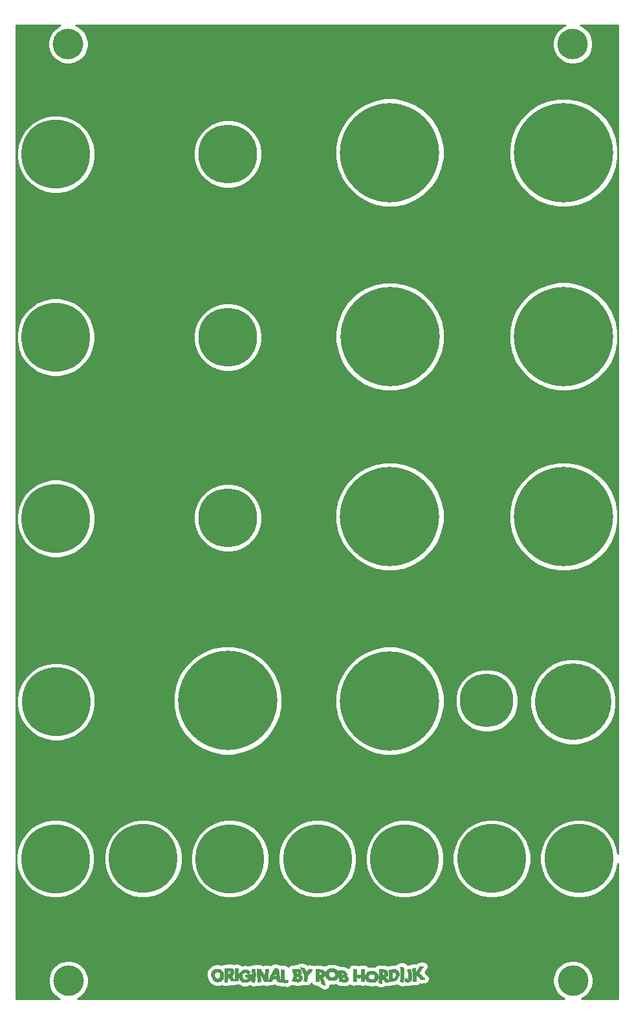
<source format=gbr>
G04 #@! TF.GenerationSoftware,KiCad,Pcbnew,(5.1.4-0-10_14)*
G04 #@! TF.CreationDate,2019-10-29T14:06:04+01:00*
G04 #@! TF.ProjectId,benjolin_panel3,62656e6a-6f6c-4696-9e5f-70616e656c33,rev?*
G04 #@! TF.SameCoordinates,Original*
G04 #@! TF.FileFunction,Copper,L1,Top*
G04 #@! TF.FilePolarity,Positive*
%FSLAX46Y46*%
G04 Gerber Fmt 4.6, Leading zero omitted, Abs format (unit mm)*
G04 Created by KiCad (PCBNEW (5.1.4-0-10_14)) date 2019-10-29 14:06:04*
%MOMM*%
%LPD*%
G04 APERTURE LIST*
%ADD10C,0.010000*%
%ADD11C,10.000000*%
%ADD12C,7.000000*%
%ADD13C,13.000000*%
%ADD14C,9.000000*%
%ADD15C,7.700000*%
%ADD16C,4.000000*%
%ADD17C,0.254000*%
G04 APERTURE END LIST*
D10*
G36*
X162408347Y-164419280D02*
G01*
X162353751Y-164498020D01*
X162307802Y-164564909D01*
X162258438Y-164637876D01*
X162206877Y-164715023D01*
X162154338Y-164794453D01*
X162102042Y-164874268D01*
X162051207Y-164952572D01*
X162003053Y-165027467D01*
X161958797Y-165097056D01*
X161919661Y-165159442D01*
X161886863Y-165212728D01*
X161861622Y-165255017D01*
X161845158Y-165284410D01*
X161838690Y-165299012D01*
X161838640Y-165299558D01*
X161845872Y-165311995D01*
X161867597Y-165338134D01*
X161903851Y-165378016D01*
X161954672Y-165431680D01*
X162020099Y-165499166D01*
X162100170Y-165580514D01*
X162194923Y-165675764D01*
X162284762Y-165765425D01*
X162360423Y-165840789D01*
X162422781Y-165903123D01*
X162472973Y-165953695D01*
X162512136Y-165993774D01*
X162541406Y-166024628D01*
X162561919Y-166047524D01*
X162574812Y-166063732D01*
X162581221Y-166074518D01*
X162582283Y-166081151D01*
X162579134Y-166084899D01*
X162572958Y-166087020D01*
X162555037Y-166089867D01*
X162520120Y-166094213D01*
X162471448Y-166099698D01*
X162412259Y-166105967D01*
X162345794Y-166112659D01*
X162305433Y-166116571D01*
X162066107Y-166139432D01*
X161924433Y-165993486D01*
X161832889Y-165899939D01*
X161753597Y-165820594D01*
X161685415Y-165754369D01*
X161627203Y-165700185D01*
X161577819Y-165656962D01*
X161536123Y-165623619D01*
X161524944Y-165615383D01*
X161457640Y-165566887D01*
X161449698Y-165742383D01*
X161447276Y-165811071D01*
X161445479Y-165892859D01*
X161444402Y-165980534D01*
X161444137Y-166066882D01*
X161444618Y-166133676D01*
X161445403Y-166206563D01*
X161445473Y-166261637D01*
X161444691Y-166301396D01*
X161442917Y-166328338D01*
X161440012Y-166344962D01*
X161435838Y-166353765D01*
X161432240Y-166356543D01*
X161417600Y-166359000D01*
X161386144Y-166361544D01*
X161341375Y-166363984D01*
X161286794Y-166366126D01*
X161228077Y-166367733D01*
X161039154Y-166371852D01*
X161032558Y-166287106D01*
X161030636Y-166251959D01*
X161028929Y-166200747D01*
X161027524Y-166137723D01*
X161026508Y-166067142D01*
X161025966Y-165993257D01*
X161025900Y-165960667D01*
X161025341Y-165857914D01*
X161023578Y-165760386D01*
X161020406Y-165664667D01*
X161015618Y-165567343D01*
X161009010Y-165465000D01*
X161000375Y-165354223D01*
X160989507Y-165231597D01*
X160976200Y-165093709D01*
X160969723Y-165029333D01*
X160961598Y-164948601D01*
X160954300Y-164874577D01*
X160948047Y-164809614D01*
X160943061Y-164756070D01*
X160939563Y-164716300D01*
X160937772Y-164692660D01*
X160937672Y-164686940D01*
X160948676Y-164684558D01*
X160976093Y-164680776D01*
X161016198Y-164675970D01*
X161065266Y-164670517D01*
X161119574Y-164664793D01*
X161175397Y-164659175D01*
X161229011Y-164654038D01*
X161276690Y-164649759D01*
X161314712Y-164646714D01*
X161339351Y-164645281D01*
X161346967Y-164645581D01*
X161349437Y-164656681D01*
X161353640Y-164685090D01*
X161359209Y-164727904D01*
X161365776Y-164782220D01*
X161372970Y-164845136D01*
X161377120Y-164882901D01*
X161385152Y-164955235D01*
X161393371Y-165026066D01*
X161401254Y-165091093D01*
X161408272Y-165146015D01*
X161413903Y-165186532D01*
X161415449Y-165196520D01*
X161428607Y-165277800D01*
X161457278Y-165221920D01*
X161474554Y-165189296D01*
X161498416Y-165145613D01*
X161525273Y-165097399D01*
X161543935Y-165064440D01*
X161567824Y-165022589D01*
X161598983Y-164968010D01*
X161634605Y-164905622D01*
X161671881Y-164840342D01*
X161706364Y-164779960D01*
X161741031Y-164719683D01*
X161775390Y-164660708D01*
X161807057Y-164607067D01*
X161833651Y-164562795D01*
X161852790Y-164531923D01*
X161853711Y-164530489D01*
X161896615Y-164463899D01*
X162124167Y-164441465D01*
X162191662Y-164434938D01*
X162253778Y-164429169D01*
X162307171Y-164424450D01*
X162348497Y-164421073D01*
X162374410Y-164419330D01*
X162380033Y-164419155D01*
X162408347Y-164419280D01*
X162408347Y-164419280D01*
G37*
X162408347Y-164419280D02*
X162353751Y-164498020D01*
X162307802Y-164564909D01*
X162258438Y-164637876D01*
X162206877Y-164715023D01*
X162154338Y-164794453D01*
X162102042Y-164874268D01*
X162051207Y-164952572D01*
X162003053Y-165027467D01*
X161958797Y-165097056D01*
X161919661Y-165159442D01*
X161886863Y-165212728D01*
X161861622Y-165255017D01*
X161845158Y-165284410D01*
X161838690Y-165299012D01*
X161838640Y-165299558D01*
X161845872Y-165311995D01*
X161867597Y-165338134D01*
X161903851Y-165378016D01*
X161954672Y-165431680D01*
X162020099Y-165499166D01*
X162100170Y-165580514D01*
X162194923Y-165675764D01*
X162284762Y-165765425D01*
X162360423Y-165840789D01*
X162422781Y-165903123D01*
X162472973Y-165953695D01*
X162512136Y-165993774D01*
X162541406Y-166024628D01*
X162561919Y-166047524D01*
X162574812Y-166063732D01*
X162581221Y-166074518D01*
X162582283Y-166081151D01*
X162579134Y-166084899D01*
X162572958Y-166087020D01*
X162555037Y-166089867D01*
X162520120Y-166094213D01*
X162471448Y-166099698D01*
X162412259Y-166105967D01*
X162345794Y-166112659D01*
X162305433Y-166116571D01*
X162066107Y-166139432D01*
X161924433Y-165993486D01*
X161832889Y-165899939D01*
X161753597Y-165820594D01*
X161685415Y-165754369D01*
X161627203Y-165700185D01*
X161577819Y-165656962D01*
X161536123Y-165623619D01*
X161524944Y-165615383D01*
X161457640Y-165566887D01*
X161449698Y-165742383D01*
X161447276Y-165811071D01*
X161445479Y-165892859D01*
X161444402Y-165980534D01*
X161444137Y-166066882D01*
X161444618Y-166133676D01*
X161445403Y-166206563D01*
X161445473Y-166261637D01*
X161444691Y-166301396D01*
X161442917Y-166328338D01*
X161440012Y-166344962D01*
X161435838Y-166353765D01*
X161432240Y-166356543D01*
X161417600Y-166359000D01*
X161386144Y-166361544D01*
X161341375Y-166363984D01*
X161286794Y-166366126D01*
X161228077Y-166367733D01*
X161039154Y-166371852D01*
X161032558Y-166287106D01*
X161030636Y-166251959D01*
X161028929Y-166200747D01*
X161027524Y-166137723D01*
X161026508Y-166067142D01*
X161025966Y-165993257D01*
X161025900Y-165960667D01*
X161025341Y-165857914D01*
X161023578Y-165760386D01*
X161020406Y-165664667D01*
X161015618Y-165567343D01*
X161009010Y-165465000D01*
X161000375Y-165354223D01*
X160989507Y-165231597D01*
X160976200Y-165093709D01*
X160969723Y-165029333D01*
X160961598Y-164948601D01*
X160954300Y-164874577D01*
X160948047Y-164809614D01*
X160943061Y-164756070D01*
X160939563Y-164716300D01*
X160937772Y-164692660D01*
X160937672Y-164686940D01*
X160948676Y-164684558D01*
X160976093Y-164680776D01*
X161016198Y-164675970D01*
X161065266Y-164670517D01*
X161119574Y-164664793D01*
X161175397Y-164659175D01*
X161229011Y-164654038D01*
X161276690Y-164649759D01*
X161314712Y-164646714D01*
X161339351Y-164645281D01*
X161346967Y-164645581D01*
X161349437Y-164656681D01*
X161353640Y-164685090D01*
X161359209Y-164727904D01*
X161365776Y-164782220D01*
X161372970Y-164845136D01*
X161377120Y-164882901D01*
X161385152Y-164955235D01*
X161393371Y-165026066D01*
X161401254Y-165091093D01*
X161408272Y-165146015D01*
X161413903Y-165186532D01*
X161415449Y-165196520D01*
X161428607Y-165277800D01*
X161457278Y-165221920D01*
X161474554Y-165189296D01*
X161498416Y-165145613D01*
X161525273Y-165097399D01*
X161543935Y-165064440D01*
X161567824Y-165022589D01*
X161598983Y-164968010D01*
X161634605Y-164905622D01*
X161671881Y-164840342D01*
X161706364Y-164779960D01*
X161741031Y-164719683D01*
X161775390Y-164660708D01*
X161807057Y-164607067D01*
X161833651Y-164562795D01*
X161852790Y-164531923D01*
X161853711Y-164530489D01*
X161896615Y-164463899D01*
X162124167Y-164441465D01*
X162191662Y-164434938D01*
X162253778Y-164429169D01*
X162307171Y-164424450D01*
X162348497Y-164421073D01*
X162374410Y-164419330D01*
X162380033Y-164419155D01*
X162408347Y-164419280D01*
G36*
X146337235Y-164563790D02*
G01*
X146377825Y-164566155D01*
X146427993Y-164569626D01*
X146458144Y-164571917D01*
X146526969Y-164578303D01*
X146594343Y-164586362D01*
X146656945Y-164595523D01*
X146711450Y-164605214D01*
X146754535Y-164614866D01*
X146782878Y-164623907D01*
X146791894Y-164629262D01*
X146798350Y-164640234D01*
X146812608Y-164667009D01*
X146833439Y-164707193D01*
X146859609Y-164758387D01*
X146889889Y-164818195D01*
X146923045Y-164884221D01*
X146928064Y-164894260D01*
X146961469Y-164960524D01*
X146992238Y-165020437D01*
X147019144Y-165071697D01*
X147040961Y-165112004D01*
X147056459Y-165139057D01*
X147064413Y-165150557D01*
X147064912Y-165150800D01*
X147076183Y-165143227D01*
X147099765Y-165121128D01*
X147134773Y-165085429D01*
X147180325Y-165037055D01*
X147235534Y-164976933D01*
X147299519Y-164905989D01*
X147313091Y-164890806D01*
X147412863Y-164779047D01*
X147655991Y-164809185D01*
X147723621Y-164817801D01*
X147784012Y-164825942D01*
X147834413Y-164833200D01*
X147872073Y-164839167D01*
X147894241Y-164843435D01*
X147899069Y-164845201D01*
X147892493Y-164853962D01*
X147873959Y-164875746D01*
X147845214Y-164908576D01*
X147808005Y-164950473D01*
X147764078Y-164999460D01*
X147715182Y-165053558D01*
X147709917Y-165059360D01*
X147611634Y-165168100D01*
X147526809Y-165263027D01*
X147454765Y-165344922D01*
X147394825Y-165414572D01*
X147346312Y-165472760D01*
X147308551Y-165520270D01*
X147285531Y-165551251D01*
X147241505Y-165613080D01*
X147214085Y-165826440D01*
X147204024Y-165904902D01*
X147193099Y-165990397D01*
X147182210Y-166075863D01*
X147172257Y-166154237D01*
X147165208Y-166209980D01*
X147143751Y-166380160D01*
X147112495Y-166378816D01*
X147092119Y-166377031D01*
X147055732Y-166372952D01*
X147007451Y-166367076D01*
X146951394Y-166359898D01*
X146910405Y-166354455D01*
X146853774Y-166346560D01*
X146804422Y-166339174D01*
X146765768Y-166332852D01*
X146741228Y-166328145D01*
X146734108Y-166325974D01*
X146733903Y-166314894D01*
X146735957Y-166286172D01*
X146740017Y-166242330D01*
X146745830Y-166185890D01*
X146753144Y-166119374D01*
X146761706Y-166045304D01*
X146765007Y-166017595D01*
X146774612Y-165936675D01*
X146783730Y-165858140D01*
X146791978Y-165785429D01*
X146798973Y-165721978D01*
X146804329Y-165671226D01*
X146807664Y-165636611D01*
X146808008Y-165632511D01*
X146814646Y-165550343D01*
X146769040Y-165464871D01*
X146751584Y-165431810D01*
X146726748Y-165384286D01*
X146696410Y-165325922D01*
X146662453Y-165260342D01*
X146626756Y-165191169D01*
X146600758Y-165140640D01*
X146561403Y-165064468D01*
X146519026Y-164983181D01*
X146476356Y-164901964D01*
X146436124Y-164826000D01*
X146401057Y-164760477D01*
X146386852Y-164734240D01*
X146358439Y-164681541D01*
X146333998Y-164635268D01*
X146314977Y-164598242D01*
X146302823Y-164573281D01*
X146298985Y-164563206D01*
X146299015Y-164563161D01*
X146309779Y-164562727D01*
X146337235Y-164563790D01*
X146337235Y-164563790D01*
G37*
X146337235Y-164563790D02*
X146377825Y-164566155D01*
X146427993Y-164569626D01*
X146458144Y-164571917D01*
X146526969Y-164578303D01*
X146594343Y-164586362D01*
X146656945Y-164595523D01*
X146711450Y-164605214D01*
X146754535Y-164614866D01*
X146782878Y-164623907D01*
X146791894Y-164629262D01*
X146798350Y-164640234D01*
X146812608Y-164667009D01*
X146833439Y-164707193D01*
X146859609Y-164758387D01*
X146889889Y-164818195D01*
X146923045Y-164884221D01*
X146928064Y-164894260D01*
X146961469Y-164960524D01*
X146992238Y-165020437D01*
X147019144Y-165071697D01*
X147040961Y-165112004D01*
X147056459Y-165139057D01*
X147064413Y-165150557D01*
X147064912Y-165150800D01*
X147076183Y-165143227D01*
X147099765Y-165121128D01*
X147134773Y-165085429D01*
X147180325Y-165037055D01*
X147235534Y-164976933D01*
X147299519Y-164905989D01*
X147313091Y-164890806D01*
X147412863Y-164779047D01*
X147655991Y-164809185D01*
X147723621Y-164817801D01*
X147784012Y-164825942D01*
X147834413Y-164833200D01*
X147872073Y-164839167D01*
X147894241Y-164843435D01*
X147899069Y-164845201D01*
X147892493Y-164853962D01*
X147873959Y-164875746D01*
X147845214Y-164908576D01*
X147808005Y-164950473D01*
X147764078Y-164999460D01*
X147715182Y-165053558D01*
X147709917Y-165059360D01*
X147611634Y-165168100D01*
X147526809Y-165263027D01*
X147454765Y-165344922D01*
X147394825Y-165414572D01*
X147346312Y-165472760D01*
X147308551Y-165520270D01*
X147285531Y-165551251D01*
X147241505Y-165613080D01*
X147214085Y-165826440D01*
X147204024Y-165904902D01*
X147193099Y-165990397D01*
X147182210Y-166075863D01*
X147172257Y-166154237D01*
X147165208Y-166209980D01*
X147143751Y-166380160D01*
X147112495Y-166378816D01*
X147092119Y-166377031D01*
X147055732Y-166372952D01*
X147007451Y-166367076D01*
X146951394Y-166359898D01*
X146910405Y-166354455D01*
X146853774Y-166346560D01*
X146804422Y-166339174D01*
X146765768Y-166332852D01*
X146741228Y-166328145D01*
X146734108Y-166325974D01*
X146733903Y-166314894D01*
X146735957Y-166286172D01*
X146740017Y-166242330D01*
X146745830Y-166185890D01*
X146753144Y-166119374D01*
X146761706Y-166045304D01*
X146765007Y-166017595D01*
X146774612Y-165936675D01*
X146783730Y-165858140D01*
X146791978Y-165785429D01*
X146798973Y-165721978D01*
X146804329Y-165671226D01*
X146807664Y-165636611D01*
X146808008Y-165632511D01*
X146814646Y-165550343D01*
X146769040Y-165464871D01*
X146751584Y-165431810D01*
X146726748Y-165384286D01*
X146696410Y-165325922D01*
X146662453Y-165260342D01*
X146626756Y-165191169D01*
X146600758Y-165140640D01*
X146561403Y-165064468D01*
X146519026Y-164983181D01*
X146476356Y-164901964D01*
X146436124Y-164826000D01*
X146401057Y-164760477D01*
X146386852Y-164734240D01*
X146358439Y-164681541D01*
X146333998Y-164635268D01*
X146314977Y-164598242D01*
X146302823Y-164573281D01*
X146298985Y-164563206D01*
X146299015Y-164563161D01*
X146309779Y-164562727D01*
X146337235Y-164563790D01*
G36*
X153338248Y-164786583D02*
G01*
X153387839Y-164790972D01*
X153445310Y-164797522D01*
X153504588Y-164805600D01*
X153515669Y-164807272D01*
X153661058Y-164829600D01*
X153654014Y-164855580D01*
X153651309Y-164874834D01*
X153648769Y-164910131D01*
X153646439Y-164958459D01*
X153644363Y-165016805D01*
X153642586Y-165082157D01*
X153641151Y-165151502D01*
X153640104Y-165221828D01*
X153639488Y-165290123D01*
X153639347Y-165353373D01*
X153639727Y-165408567D01*
X153640670Y-165452691D01*
X153642223Y-165482735D01*
X153644428Y-165495684D01*
X153644600Y-165495866D01*
X153657881Y-165502832D01*
X153685550Y-165515194D01*
X153723062Y-165530967D01*
X153751280Y-165542394D01*
X153811916Y-165564503D01*
X153863910Y-165577530D01*
X153912735Y-165581459D01*
X153963864Y-165576275D01*
X154022771Y-165561964D01*
X154086403Y-165541459D01*
X154203086Y-165501320D01*
X154210475Y-165460680D01*
X154212407Y-165440164D01*
X154214208Y-165402329D01*
X154215804Y-165350177D01*
X154217123Y-165286709D01*
X154218091Y-165214927D01*
X154218635Y-165137831D01*
X154218681Y-165123879D01*
X154219499Y-164827718D01*
X154302889Y-164820684D01*
X154350445Y-164816175D01*
X154408796Y-164809921D01*
X154468609Y-164802944D01*
X154497394Y-164799344D01*
X154551733Y-164792359D01*
X154589244Y-164788061D01*
X154613278Y-164786772D01*
X154627188Y-164788810D01*
X154634328Y-164794495D01*
X154638049Y-164804148D01*
X154640295Y-164812979D01*
X154641991Y-164829173D01*
X154643752Y-164863857D01*
X154645547Y-164915202D01*
X154647350Y-164981377D01*
X154649132Y-165060554D01*
X154650866Y-165150902D01*
X154652522Y-165250591D01*
X154654074Y-165357794D01*
X154655492Y-165470678D01*
X154656749Y-165587416D01*
X154657817Y-165706177D01*
X154658667Y-165825131D01*
X154659272Y-165942450D01*
X154659604Y-166056302D01*
X154659628Y-166072595D01*
X154659477Y-166172176D01*
X154658725Y-166252454D01*
X154657335Y-166314442D01*
X154655274Y-166359150D01*
X154652508Y-166387588D01*
X154649002Y-166400768D01*
X154648475Y-166401428D01*
X154636986Y-166406333D01*
X154614023Y-166407523D01*
X154576599Y-166404958D01*
X154531919Y-166399887D01*
X154473841Y-166394193D01*
X154409889Y-166390346D01*
X154351028Y-166388940D01*
X154332967Y-166389151D01*
X154239014Y-166391512D01*
X154245646Y-166133742D01*
X154247213Y-166062015D01*
X154248129Y-165995867D01*
X154248394Y-165938376D01*
X154248008Y-165892618D01*
X154246970Y-165861670D01*
X154245694Y-165849736D01*
X154239110Y-165823500D01*
X154114575Y-165880542D01*
X154062200Y-165904112D01*
X154023210Y-165920172D01*
X153992742Y-165930150D01*
X153965928Y-165935468D01*
X153937905Y-165937552D01*
X153918920Y-165937841D01*
X153888088Y-165937333D01*
X153862300Y-165934549D01*
X153836637Y-165927974D01*
X153806180Y-165916095D01*
X153766009Y-165897399D01*
X153730046Y-165879728D01*
X153685440Y-165857861D01*
X153647511Y-165839726D01*
X153619895Y-165827027D01*
X153606229Y-165821472D01*
X153605586Y-165821360D01*
X153601702Y-165825526D01*
X153599596Y-165839172D01*
X153599354Y-165864011D01*
X153601061Y-165901762D01*
X153604800Y-165954139D01*
X153610658Y-166022860D01*
X153618718Y-166109640D01*
X153620994Y-166133383D01*
X153627123Y-166200524D01*
X153631993Y-166260864D01*
X153635419Y-166311483D01*
X153637219Y-166349461D01*
X153637209Y-166371879D01*
X153636273Y-166376633D01*
X153623823Y-166379587D01*
X153595164Y-166382312D01*
X153554406Y-166384523D01*
X153505660Y-166385939D01*
X153499563Y-166386041D01*
X153445469Y-166387697D01*
X153394313Y-166390728D01*
X153351930Y-166394702D01*
X153324560Y-166399083D01*
X153282173Y-166408099D01*
X153255126Y-166409824D01*
X153239528Y-166403536D01*
X153231491Y-166388516D01*
X153229840Y-166381544D01*
X153226583Y-166361099D01*
X153221651Y-166325021D01*
X153215636Y-166277867D01*
X153209132Y-166224198D01*
X153207032Y-166206284D01*
X153201735Y-166156058D01*
X153197834Y-166106670D01*
X153195240Y-166054519D01*
X153193862Y-165996001D01*
X153193610Y-165927515D01*
X153194393Y-165845458D01*
X153195843Y-165760400D01*
X153198124Y-165656234D01*
X153201018Y-165545991D01*
X153204404Y-165432911D01*
X153208162Y-165320234D01*
X153212171Y-165211201D01*
X153216313Y-165109051D01*
X153220467Y-165017026D01*
X153224512Y-164938365D01*
X153228330Y-164876309D01*
X153228859Y-164868860D01*
X153234944Y-164785040D01*
X153302612Y-164784992D01*
X153338248Y-164786583D01*
X153338248Y-164786583D01*
G37*
X153338248Y-164786583D02*
X153387839Y-164790972D01*
X153445310Y-164797522D01*
X153504588Y-164805600D01*
X153515669Y-164807272D01*
X153661058Y-164829600D01*
X153654014Y-164855580D01*
X153651309Y-164874834D01*
X153648769Y-164910131D01*
X153646439Y-164958459D01*
X153644363Y-165016805D01*
X153642586Y-165082157D01*
X153641151Y-165151502D01*
X153640104Y-165221828D01*
X153639488Y-165290123D01*
X153639347Y-165353373D01*
X153639727Y-165408567D01*
X153640670Y-165452691D01*
X153642223Y-165482735D01*
X153644428Y-165495684D01*
X153644600Y-165495866D01*
X153657881Y-165502832D01*
X153685550Y-165515194D01*
X153723062Y-165530967D01*
X153751280Y-165542394D01*
X153811916Y-165564503D01*
X153863910Y-165577530D01*
X153912735Y-165581459D01*
X153963864Y-165576275D01*
X154022771Y-165561964D01*
X154086403Y-165541459D01*
X154203086Y-165501320D01*
X154210475Y-165460680D01*
X154212407Y-165440164D01*
X154214208Y-165402329D01*
X154215804Y-165350177D01*
X154217123Y-165286709D01*
X154218091Y-165214927D01*
X154218635Y-165137831D01*
X154218681Y-165123879D01*
X154219499Y-164827718D01*
X154302889Y-164820684D01*
X154350445Y-164816175D01*
X154408796Y-164809921D01*
X154468609Y-164802944D01*
X154497394Y-164799344D01*
X154551733Y-164792359D01*
X154589244Y-164788061D01*
X154613278Y-164786772D01*
X154627188Y-164788810D01*
X154634328Y-164794495D01*
X154638049Y-164804148D01*
X154640295Y-164812979D01*
X154641991Y-164829173D01*
X154643752Y-164863857D01*
X154645547Y-164915202D01*
X154647350Y-164981377D01*
X154649132Y-165060554D01*
X154650866Y-165150902D01*
X154652522Y-165250591D01*
X154654074Y-165357794D01*
X154655492Y-165470678D01*
X154656749Y-165587416D01*
X154657817Y-165706177D01*
X154658667Y-165825131D01*
X154659272Y-165942450D01*
X154659604Y-166056302D01*
X154659628Y-166072595D01*
X154659477Y-166172176D01*
X154658725Y-166252454D01*
X154657335Y-166314442D01*
X154655274Y-166359150D01*
X154652508Y-166387588D01*
X154649002Y-166400768D01*
X154648475Y-166401428D01*
X154636986Y-166406333D01*
X154614023Y-166407523D01*
X154576599Y-166404958D01*
X154531919Y-166399887D01*
X154473841Y-166394193D01*
X154409889Y-166390346D01*
X154351028Y-166388940D01*
X154332967Y-166389151D01*
X154239014Y-166391512D01*
X154245646Y-166133742D01*
X154247213Y-166062015D01*
X154248129Y-165995867D01*
X154248394Y-165938376D01*
X154248008Y-165892618D01*
X154246970Y-165861670D01*
X154245694Y-165849736D01*
X154239110Y-165823500D01*
X154114575Y-165880542D01*
X154062200Y-165904112D01*
X154023210Y-165920172D01*
X153992742Y-165930150D01*
X153965928Y-165935468D01*
X153937905Y-165937552D01*
X153918920Y-165937841D01*
X153888088Y-165937333D01*
X153862300Y-165934549D01*
X153836637Y-165927974D01*
X153806180Y-165916095D01*
X153766009Y-165897399D01*
X153730046Y-165879728D01*
X153685440Y-165857861D01*
X153647511Y-165839726D01*
X153619895Y-165827027D01*
X153606229Y-165821472D01*
X153605586Y-165821360D01*
X153601702Y-165825526D01*
X153599596Y-165839172D01*
X153599354Y-165864011D01*
X153601061Y-165901762D01*
X153604800Y-165954139D01*
X153610658Y-166022860D01*
X153618718Y-166109640D01*
X153620994Y-166133383D01*
X153627123Y-166200524D01*
X153631993Y-166260864D01*
X153635419Y-166311483D01*
X153637219Y-166349461D01*
X153637209Y-166371879D01*
X153636273Y-166376633D01*
X153623823Y-166379587D01*
X153595164Y-166382312D01*
X153554406Y-166384523D01*
X153505660Y-166385939D01*
X153499563Y-166386041D01*
X153445469Y-166387697D01*
X153394313Y-166390728D01*
X153351930Y-166394702D01*
X153324560Y-166399083D01*
X153282173Y-166408099D01*
X153255126Y-166409824D01*
X153239528Y-166403536D01*
X153231491Y-166388516D01*
X153229840Y-166381544D01*
X153226583Y-166361099D01*
X153221651Y-166325021D01*
X153215636Y-166277867D01*
X153209132Y-166224198D01*
X153207032Y-166206284D01*
X153201735Y-166156058D01*
X153197834Y-166106670D01*
X153195240Y-166054519D01*
X153193862Y-165996001D01*
X153193610Y-165927515D01*
X153194393Y-165845458D01*
X153195843Y-165760400D01*
X153198124Y-165656234D01*
X153201018Y-165545991D01*
X153204404Y-165432911D01*
X153208162Y-165320234D01*
X153212171Y-165211201D01*
X153216313Y-165109051D01*
X153220467Y-165017026D01*
X153224512Y-164938365D01*
X153228330Y-164876309D01*
X153228859Y-164868860D01*
X153234944Y-164785040D01*
X153302612Y-164784992D01*
X153338248Y-164786583D01*
G36*
X145958071Y-164776379D02*
G01*
X145993546Y-164778324D01*
X146023956Y-164781482D01*
X146052349Y-164785942D01*
X146070320Y-164789407D01*
X146165578Y-164817067D01*
X146245635Y-164858198D01*
X146310402Y-164912688D01*
X146359788Y-164980424D01*
X146393704Y-165061295D01*
X146412061Y-165155187D01*
X146415609Y-165223959D01*
X146409818Y-165315380D01*
X146391208Y-165393585D01*
X146358580Y-165462030D01*
X146311952Y-165522857D01*
X146290764Y-165546915D01*
X146277343Y-165564260D01*
X146274574Y-165570511D01*
X146285331Y-165576345D01*
X146307635Y-165587790D01*
X146318295Y-165593163D01*
X146365275Y-165623140D01*
X146414173Y-165664915D01*
X146459004Y-165712526D01*
X146493783Y-165760010D01*
X146503629Y-165777816D01*
X146526803Y-165845422D01*
X146537107Y-165923627D01*
X146534739Y-166007468D01*
X146519895Y-166091981D01*
X146492773Y-166172205D01*
X146487485Y-166183933D01*
X146441340Y-166259380D01*
X146379655Y-166324772D01*
X146305773Y-166377566D01*
X146223033Y-166415220D01*
X146162913Y-166430972D01*
X146111354Y-166437033D01*
X146045047Y-166439537D01*
X145969234Y-166438571D01*
X145889158Y-166434224D01*
X145810062Y-166426583D01*
X145796000Y-166424822D01*
X145646829Y-166403347D01*
X145517809Y-166380392D01*
X145408820Y-166355934D01*
X145328787Y-166332953D01*
X145284914Y-166318147D01*
X145248229Y-166304873D01*
X145223056Y-166294752D01*
X145214043Y-166289947D01*
X145215059Y-166278423D01*
X145222596Y-166250930D01*
X145235698Y-166210393D01*
X145253405Y-166159734D01*
X145274759Y-166101879D01*
X145281346Y-166084567D01*
X145284399Y-166076537D01*
X145724880Y-166076537D01*
X145734300Y-166082458D01*
X145759656Y-166087240D01*
X145796586Y-166090761D01*
X145840731Y-166092894D01*
X145887731Y-166093516D01*
X145933225Y-166092501D01*
X145972854Y-166089724D01*
X146002258Y-166085061D01*
X146004280Y-166084537D01*
X146052834Y-166062139D01*
X146090573Y-166026705D01*
X146116092Y-165982320D01*
X146127985Y-165933071D01*
X146124850Y-165883045D01*
X146105282Y-165836328D01*
X146094559Y-165821833D01*
X146063897Y-165797521D01*
X146016925Y-165775861D01*
X145957613Y-165758246D01*
X145889930Y-165746068D01*
X145872959Y-165744117D01*
X145808141Y-165737476D01*
X145795990Y-165797198D01*
X145787885Y-165833224D01*
X145776043Y-165881186D01*
X145762370Y-165933501D01*
X145754360Y-165962822D01*
X145742338Y-166006689D01*
X145732682Y-166043229D01*
X145726524Y-166068063D01*
X145724880Y-166076537D01*
X145284399Y-166076537D01*
X145314724Y-165996794D01*
X145341331Y-165924929D01*
X145361990Y-165866034D01*
X145377524Y-165817170D01*
X145388757Y-165775396D01*
X145396510Y-165737776D01*
X145401608Y-165701369D01*
X145404874Y-165663236D01*
X145406288Y-165638480D01*
X145408129Y-165589091D01*
X145407442Y-165549441D01*
X145403423Y-165512346D01*
X145395271Y-165470618D01*
X145382185Y-165417073D01*
X145381126Y-165412941D01*
X145363911Y-165352100D01*
X145341783Y-165282689D01*
X145318039Y-165214730D01*
X145302542Y-165174181D01*
X145281781Y-165121050D01*
X145279321Y-165113882D01*
X145745200Y-165113882D01*
X145747067Y-165130452D01*
X145752088Y-165161530D01*
X145759388Y-165202593D01*
X145768094Y-165249122D01*
X145777332Y-165296596D01*
X145786228Y-165340495D01*
X145793910Y-165376297D01*
X145799503Y-165399483D01*
X145801574Y-165405600D01*
X145815405Y-165411720D01*
X145843133Y-165414543D01*
X145878636Y-165414265D01*
X145915795Y-165411088D01*
X145948489Y-165405208D01*
X145963743Y-165400331D01*
X146003980Y-165373723D01*
X146028527Y-165334543D01*
X146036911Y-165283689D01*
X146035970Y-165263623D01*
X146021780Y-165206444D01*
X145991376Y-165161121D01*
X145945335Y-165128070D01*
X145884237Y-165107706D01*
X145808700Y-165100444D01*
X145771524Y-165101471D01*
X145751398Y-165105646D01*
X145745203Y-165113628D01*
X145745200Y-165113882D01*
X145279321Y-165113882D01*
X145267585Y-165079695D01*
X145258350Y-165043287D01*
X145252475Y-165004996D01*
X145248356Y-164957991D01*
X145246983Y-164937440D01*
X145244376Y-164890938D01*
X145242915Y-164852388D01*
X145242711Y-164825996D01*
X145243745Y-164816051D01*
X145258934Y-164810203D01*
X145292297Y-164804318D01*
X145341689Y-164798570D01*
X145404967Y-164793129D01*
X145479986Y-164788170D01*
X145564601Y-164783864D01*
X145656668Y-164780383D01*
X145704560Y-164779013D01*
X145790775Y-164776966D01*
X145859733Y-164775787D01*
X145914483Y-164775563D01*
X145958071Y-164776379D01*
X145958071Y-164776379D01*
G37*
X145958071Y-164776379D02*
X145993546Y-164778324D01*
X146023956Y-164781482D01*
X146052349Y-164785942D01*
X146070320Y-164789407D01*
X146165578Y-164817067D01*
X146245635Y-164858198D01*
X146310402Y-164912688D01*
X146359788Y-164980424D01*
X146393704Y-165061295D01*
X146412061Y-165155187D01*
X146415609Y-165223959D01*
X146409818Y-165315380D01*
X146391208Y-165393585D01*
X146358580Y-165462030D01*
X146311952Y-165522857D01*
X146290764Y-165546915D01*
X146277343Y-165564260D01*
X146274574Y-165570511D01*
X146285331Y-165576345D01*
X146307635Y-165587790D01*
X146318295Y-165593163D01*
X146365275Y-165623140D01*
X146414173Y-165664915D01*
X146459004Y-165712526D01*
X146493783Y-165760010D01*
X146503629Y-165777816D01*
X146526803Y-165845422D01*
X146537107Y-165923627D01*
X146534739Y-166007468D01*
X146519895Y-166091981D01*
X146492773Y-166172205D01*
X146487485Y-166183933D01*
X146441340Y-166259380D01*
X146379655Y-166324772D01*
X146305773Y-166377566D01*
X146223033Y-166415220D01*
X146162913Y-166430972D01*
X146111354Y-166437033D01*
X146045047Y-166439537D01*
X145969234Y-166438571D01*
X145889158Y-166434224D01*
X145810062Y-166426583D01*
X145796000Y-166424822D01*
X145646829Y-166403347D01*
X145517809Y-166380392D01*
X145408820Y-166355934D01*
X145328787Y-166332953D01*
X145284914Y-166318147D01*
X145248229Y-166304873D01*
X145223056Y-166294752D01*
X145214043Y-166289947D01*
X145215059Y-166278423D01*
X145222596Y-166250930D01*
X145235698Y-166210393D01*
X145253405Y-166159734D01*
X145274759Y-166101879D01*
X145281346Y-166084567D01*
X145284399Y-166076537D01*
X145724880Y-166076537D01*
X145734300Y-166082458D01*
X145759656Y-166087240D01*
X145796586Y-166090761D01*
X145840731Y-166092894D01*
X145887731Y-166093516D01*
X145933225Y-166092501D01*
X145972854Y-166089724D01*
X146002258Y-166085061D01*
X146004280Y-166084537D01*
X146052834Y-166062139D01*
X146090573Y-166026705D01*
X146116092Y-165982320D01*
X146127985Y-165933071D01*
X146124850Y-165883045D01*
X146105282Y-165836328D01*
X146094559Y-165821833D01*
X146063897Y-165797521D01*
X146016925Y-165775861D01*
X145957613Y-165758246D01*
X145889930Y-165746068D01*
X145872959Y-165744117D01*
X145808141Y-165737476D01*
X145795990Y-165797198D01*
X145787885Y-165833224D01*
X145776043Y-165881186D01*
X145762370Y-165933501D01*
X145754360Y-165962822D01*
X145742338Y-166006689D01*
X145732682Y-166043229D01*
X145726524Y-166068063D01*
X145724880Y-166076537D01*
X145284399Y-166076537D01*
X145314724Y-165996794D01*
X145341331Y-165924929D01*
X145361990Y-165866034D01*
X145377524Y-165817170D01*
X145388757Y-165775396D01*
X145396510Y-165737776D01*
X145401608Y-165701369D01*
X145404874Y-165663236D01*
X145406288Y-165638480D01*
X145408129Y-165589091D01*
X145407442Y-165549441D01*
X145403423Y-165512346D01*
X145395271Y-165470618D01*
X145382185Y-165417073D01*
X145381126Y-165412941D01*
X145363911Y-165352100D01*
X145341783Y-165282689D01*
X145318039Y-165214730D01*
X145302542Y-165174181D01*
X145281781Y-165121050D01*
X145279321Y-165113882D01*
X145745200Y-165113882D01*
X145747067Y-165130452D01*
X145752088Y-165161530D01*
X145759388Y-165202593D01*
X145768094Y-165249122D01*
X145777332Y-165296596D01*
X145786228Y-165340495D01*
X145793910Y-165376297D01*
X145799503Y-165399483D01*
X145801574Y-165405600D01*
X145815405Y-165411720D01*
X145843133Y-165414543D01*
X145878636Y-165414265D01*
X145915795Y-165411088D01*
X145948489Y-165405208D01*
X145963743Y-165400331D01*
X146003980Y-165373723D01*
X146028527Y-165334543D01*
X146036911Y-165283689D01*
X146035970Y-165263623D01*
X146021780Y-165206444D01*
X145991376Y-165161121D01*
X145945335Y-165128070D01*
X145884237Y-165107706D01*
X145808700Y-165100444D01*
X145771524Y-165101471D01*
X145751398Y-165105646D01*
X145745203Y-165113628D01*
X145745200Y-165113882D01*
X145279321Y-165113882D01*
X145267585Y-165079695D01*
X145258350Y-165043287D01*
X145252475Y-165004996D01*
X145248356Y-164957991D01*
X145246983Y-164937440D01*
X145244376Y-164890938D01*
X145242915Y-164852388D01*
X145242711Y-164825996D01*
X145243745Y-164816051D01*
X145258934Y-164810203D01*
X145292297Y-164804318D01*
X145341689Y-164798570D01*
X145404967Y-164793129D01*
X145479986Y-164788170D01*
X145564601Y-164783864D01*
X145656668Y-164780383D01*
X145704560Y-164779013D01*
X145790775Y-164776966D01*
X145859733Y-164775787D01*
X145914483Y-164775563D01*
X145958071Y-164776379D01*
G36*
X135599250Y-164757327D02*
G01*
X135716318Y-164785345D01*
X135775102Y-164806844D01*
X135882250Y-164862193D01*
X135978647Y-164933812D01*
X136062650Y-165019805D01*
X136132620Y-165118280D01*
X136186913Y-165227342D01*
X136216786Y-165316529D01*
X136226057Y-165363122D01*
X136233671Y-165424867D01*
X136239427Y-165496647D01*
X136243123Y-165573348D01*
X136244556Y-165649852D01*
X136243527Y-165721044D01*
X136239831Y-165781809D01*
X136236278Y-165810961D01*
X136211159Y-165924355D01*
X136172469Y-166024879D01*
X136118318Y-166116293D01*
X136046814Y-166202354D01*
X136031494Y-166218028D01*
X135944737Y-166291311D01*
X135845021Y-166352004D01*
X135737148Y-166397390D01*
X135689580Y-166411490D01*
X135626911Y-166423919D01*
X135553636Y-166432440D01*
X135476277Y-166436802D01*
X135401355Y-166436755D01*
X135335391Y-166432048D01*
X135300720Y-166426438D01*
X135195097Y-166397366D01*
X135103415Y-166357645D01*
X135021013Y-166304808D01*
X134944770Y-166237922D01*
X134890610Y-166178730D01*
X134851319Y-166121758D01*
X134823415Y-166060502D01*
X134803415Y-165988457D01*
X134798671Y-165965006D01*
X134788932Y-165919573D01*
X134778366Y-165887420D01*
X134763998Y-165861622D01*
X134743062Y-165835486D01*
X134690833Y-165761196D01*
X134653683Y-165675801D01*
X134631684Y-165581900D01*
X134626486Y-165505311D01*
X135048145Y-165505311D01*
X135048835Y-165577479D01*
X135059590Y-165645770D01*
X135081870Y-165716844D01*
X135108045Y-165778186D01*
X135155260Y-165859876D01*
X135213015Y-165926711D01*
X135279341Y-165977839D01*
X135352268Y-166012408D01*
X135429828Y-166029564D01*
X135510051Y-166028454D01*
X135590969Y-166008227D01*
X135615680Y-165998035D01*
X135681173Y-165958232D01*
X135738919Y-165903520D01*
X135783707Y-165839149D01*
X135794027Y-165818317D01*
X135807508Y-165784674D01*
X135816521Y-165751313D01*
X135822297Y-165711788D01*
X135826069Y-165659651D01*
X135826674Y-165647494D01*
X135827875Y-165579101D01*
X135825081Y-165517585D01*
X135819398Y-165473858D01*
X135792852Y-165387194D01*
X135749760Y-165310347D01*
X135691806Y-165245523D01*
X135620674Y-165194927D01*
X135597139Y-165182909D01*
X135567988Y-165170339D01*
X135541308Y-165162363D01*
X135510969Y-165157971D01*
X135470837Y-165156157D01*
X135432800Y-165155880D01*
X135382533Y-165156414D01*
X135346542Y-165158705D01*
X135318793Y-165163787D01*
X135293255Y-165172692D01*
X135269009Y-165183926D01*
X135191201Y-165232111D01*
X135129315Y-165291882D01*
X135084194Y-165362013D01*
X135056682Y-165441275D01*
X135048145Y-165505311D01*
X134626486Y-165505311D01*
X134624910Y-165482090D01*
X134633435Y-165378969D01*
X134657331Y-165275135D01*
X134696671Y-165173186D01*
X134722967Y-165122290D01*
X134755580Y-165074481D01*
X134801126Y-165021085D01*
X134854916Y-164966632D01*
X134912259Y-164915651D01*
X134968464Y-164872669D01*
X135006080Y-164848946D01*
X135112480Y-164800455D01*
X135228980Y-164766829D01*
X135351597Y-164748287D01*
X135476348Y-164745047D01*
X135599250Y-164757327D01*
X135599250Y-164757327D01*
G37*
X135599250Y-164757327D02*
X135716318Y-164785345D01*
X135775102Y-164806844D01*
X135882250Y-164862193D01*
X135978647Y-164933812D01*
X136062650Y-165019805D01*
X136132620Y-165118280D01*
X136186913Y-165227342D01*
X136216786Y-165316529D01*
X136226057Y-165363122D01*
X136233671Y-165424867D01*
X136239427Y-165496647D01*
X136243123Y-165573348D01*
X136244556Y-165649852D01*
X136243527Y-165721044D01*
X136239831Y-165781809D01*
X136236278Y-165810961D01*
X136211159Y-165924355D01*
X136172469Y-166024879D01*
X136118318Y-166116293D01*
X136046814Y-166202354D01*
X136031494Y-166218028D01*
X135944737Y-166291311D01*
X135845021Y-166352004D01*
X135737148Y-166397390D01*
X135689580Y-166411490D01*
X135626911Y-166423919D01*
X135553636Y-166432440D01*
X135476277Y-166436802D01*
X135401355Y-166436755D01*
X135335391Y-166432048D01*
X135300720Y-166426438D01*
X135195097Y-166397366D01*
X135103415Y-166357645D01*
X135021013Y-166304808D01*
X134944770Y-166237922D01*
X134890610Y-166178730D01*
X134851319Y-166121758D01*
X134823415Y-166060502D01*
X134803415Y-165988457D01*
X134798671Y-165965006D01*
X134788932Y-165919573D01*
X134778366Y-165887420D01*
X134763998Y-165861622D01*
X134743062Y-165835486D01*
X134690833Y-165761196D01*
X134653683Y-165675801D01*
X134631684Y-165581900D01*
X134626486Y-165505311D01*
X135048145Y-165505311D01*
X135048835Y-165577479D01*
X135059590Y-165645770D01*
X135081870Y-165716844D01*
X135108045Y-165778186D01*
X135155260Y-165859876D01*
X135213015Y-165926711D01*
X135279341Y-165977839D01*
X135352268Y-166012408D01*
X135429828Y-166029564D01*
X135510051Y-166028454D01*
X135590969Y-166008227D01*
X135615680Y-165998035D01*
X135681173Y-165958232D01*
X135738919Y-165903520D01*
X135783707Y-165839149D01*
X135794027Y-165818317D01*
X135807508Y-165784674D01*
X135816521Y-165751313D01*
X135822297Y-165711788D01*
X135826069Y-165659651D01*
X135826674Y-165647494D01*
X135827875Y-165579101D01*
X135825081Y-165517585D01*
X135819398Y-165473858D01*
X135792852Y-165387194D01*
X135749760Y-165310347D01*
X135691806Y-165245523D01*
X135620674Y-165194927D01*
X135597139Y-165182909D01*
X135567988Y-165170339D01*
X135541308Y-165162363D01*
X135510969Y-165157971D01*
X135470837Y-165156157D01*
X135432800Y-165155880D01*
X135382533Y-165156414D01*
X135346542Y-165158705D01*
X135318793Y-165163787D01*
X135293255Y-165172692D01*
X135269009Y-165183926D01*
X135191201Y-165232111D01*
X135129315Y-165291882D01*
X135084194Y-165362013D01*
X135056682Y-165441275D01*
X135048145Y-165505311D01*
X134626486Y-165505311D01*
X134624910Y-165482090D01*
X134633435Y-165378969D01*
X134657331Y-165275135D01*
X134696671Y-165173186D01*
X134722967Y-165122290D01*
X134755580Y-165074481D01*
X134801126Y-165021085D01*
X134854916Y-164966632D01*
X134912259Y-164915651D01*
X134968464Y-164872669D01*
X135006080Y-164848946D01*
X135112480Y-164800455D01*
X135228980Y-164766829D01*
X135351597Y-164748287D01*
X135476348Y-164745047D01*
X135599250Y-164757327D01*
G36*
X140696524Y-164737517D02*
G01*
X140736039Y-164739337D01*
X140784362Y-164741889D01*
X140837672Y-164744944D01*
X140892148Y-164748277D01*
X140943969Y-164751659D01*
X140989314Y-164754865D01*
X141024362Y-164757665D01*
X141045293Y-164759835D01*
X141046368Y-164759994D01*
X141065013Y-164766172D01*
X141083151Y-164780859D01*
X141104492Y-164807655D01*
X141121865Y-164833315D01*
X141182234Y-164927857D01*
X141241656Y-165025145D01*
X141298458Y-165122167D01*
X141350971Y-165215907D01*
X141397522Y-165303352D01*
X141436439Y-165381487D01*
X141466051Y-165447298D01*
X141475424Y-165470840D01*
X141489477Y-165501240D01*
X141511745Y-165541872D01*
X141538649Y-165586420D01*
X141555985Y-165613080D01*
X141582694Y-165653374D01*
X141606261Y-165689840D01*
X141623632Y-165717702D01*
X141630556Y-165729693D01*
X141640439Y-165746506D01*
X141646404Y-165746243D01*
X141651601Y-165734773D01*
X141654582Y-165717461D01*
X141657189Y-165684290D01*
X141659174Y-165639719D01*
X141660287Y-165588210D01*
X141660383Y-165577520D01*
X141661521Y-165511484D01*
X141663915Y-165434984D01*
X141667207Y-165357811D01*
X141670772Y-165293822D01*
X141674832Y-165239027D01*
X141680319Y-165176662D01*
X141686861Y-165109875D01*
X141694090Y-165041816D01*
X141701635Y-164975634D01*
X141709128Y-164914479D01*
X141716198Y-164861500D01*
X141722476Y-164819846D01*
X141727591Y-164792667D01*
X141730689Y-164783359D01*
X141742007Y-164782642D01*
X141769701Y-164784174D01*
X141810005Y-164787532D01*
X141859151Y-164792294D01*
X141913372Y-164798037D01*
X141968901Y-164804338D01*
X142021971Y-164810774D01*
X142068815Y-164816922D01*
X142105665Y-164822360D01*
X142128755Y-164826665D01*
X142134639Y-164828692D01*
X142135149Y-164839888D01*
X142133578Y-164868057D01*
X142130186Y-164909990D01*
X142125234Y-164962477D01*
X142118984Y-165022307D01*
X142118660Y-165025271D01*
X142109759Y-165106873D01*
X142102736Y-165172849D01*
X142097217Y-165227772D01*
X142092830Y-165276211D01*
X142089203Y-165322736D01*
X142085961Y-165371918D01*
X142082734Y-165428328D01*
X142079146Y-165496536D01*
X142077341Y-165531800D01*
X142073416Y-165602244D01*
X142068457Y-165681074D01*
X142062661Y-165765932D01*
X142056226Y-165854463D01*
X142049351Y-165944309D01*
X142042234Y-166033114D01*
X142035074Y-166118519D01*
X142028068Y-166198169D01*
X142021416Y-166269707D01*
X142015315Y-166330775D01*
X142009964Y-166379017D01*
X142005561Y-166412076D01*
X142002304Y-166427594D01*
X142001903Y-166428291D01*
X141991642Y-166428025D01*
X141964370Y-166425831D01*
X141923274Y-166422007D01*
X141871542Y-166416848D01*
X141812561Y-166410673D01*
X141752098Y-166404293D01*
X141697859Y-166398734D01*
X141653382Y-166394347D01*
X141622203Y-166391479D01*
X141608115Y-166390482D01*
X141596365Y-166381539D01*
X141575061Y-166355010D01*
X141544382Y-166311147D01*
X141504503Y-166250201D01*
X141459991Y-166179500D01*
X141395701Y-166075610D01*
X141340823Y-165985965D01*
X141293768Y-165907722D01*
X141252946Y-165838042D01*
X141216768Y-165774084D01*
X141183643Y-165713008D01*
X141151981Y-165651973D01*
X141120194Y-165588139D01*
X141086692Y-165518665D01*
X141067624Y-165478434D01*
X141044367Y-165432187D01*
X141027225Y-165404910D01*
X141016294Y-165396674D01*
X141011667Y-165407550D01*
X141013440Y-165437609D01*
X141013467Y-165437820D01*
X141021752Y-165499733D01*
X141032816Y-165577260D01*
X141045971Y-165665994D01*
X141060531Y-165761526D01*
X141075809Y-165859449D01*
X141091118Y-165955353D01*
X141105773Y-166044832D01*
X141119085Y-166123477D01*
X141128940Y-166179105D01*
X141139862Y-166241005D01*
X141148938Y-166296559D01*
X141155693Y-166342497D01*
X141159653Y-166375553D01*
X141160341Y-166392457D01*
X141160108Y-166393464D01*
X141146686Y-166402930D01*
X141115205Y-166412116D01*
X141067926Y-166420648D01*
X141007110Y-166428154D01*
X140935017Y-166434262D01*
X140898880Y-166436490D01*
X140852029Y-166439372D01*
X140810854Y-166442472D01*
X140780816Y-166445349D01*
X140769567Y-166446947D01*
X140750837Y-166445671D01*
X140742536Y-166428613D01*
X140742525Y-166428556D01*
X140736812Y-166396388D01*
X140728737Y-166347621D01*
X140718834Y-166285766D01*
X140707638Y-166214337D01*
X140695682Y-166136845D01*
X140683502Y-166056803D01*
X140671631Y-165977725D01*
X140660604Y-165903121D01*
X140650955Y-165836506D01*
X140643219Y-165781391D01*
X140637930Y-165741289D01*
X140637781Y-165740080D01*
X140628814Y-165644348D01*
X140623144Y-165532932D01*
X140620766Y-165410195D01*
X140621676Y-165280504D01*
X140625871Y-165148224D01*
X140633347Y-165017719D01*
X140638471Y-164952680D01*
X140644068Y-164889242D01*
X140649197Y-164833088D01*
X140653568Y-164787214D01*
X140656894Y-164754614D01*
X140658888Y-164738285D01*
X140659202Y-164736979D01*
X140669638Y-164736655D01*
X140696524Y-164737517D01*
X140696524Y-164737517D01*
G37*
X140696524Y-164737517D02*
X140736039Y-164739337D01*
X140784362Y-164741889D01*
X140837672Y-164744944D01*
X140892148Y-164748277D01*
X140943969Y-164751659D01*
X140989314Y-164754865D01*
X141024362Y-164757665D01*
X141045293Y-164759835D01*
X141046368Y-164759994D01*
X141065013Y-164766172D01*
X141083151Y-164780859D01*
X141104492Y-164807655D01*
X141121865Y-164833315D01*
X141182234Y-164927857D01*
X141241656Y-165025145D01*
X141298458Y-165122167D01*
X141350971Y-165215907D01*
X141397522Y-165303352D01*
X141436439Y-165381487D01*
X141466051Y-165447298D01*
X141475424Y-165470840D01*
X141489477Y-165501240D01*
X141511745Y-165541872D01*
X141538649Y-165586420D01*
X141555985Y-165613080D01*
X141582694Y-165653374D01*
X141606261Y-165689840D01*
X141623632Y-165717702D01*
X141630556Y-165729693D01*
X141640439Y-165746506D01*
X141646404Y-165746243D01*
X141651601Y-165734773D01*
X141654582Y-165717461D01*
X141657189Y-165684290D01*
X141659174Y-165639719D01*
X141660287Y-165588210D01*
X141660383Y-165577520D01*
X141661521Y-165511484D01*
X141663915Y-165434984D01*
X141667207Y-165357811D01*
X141670772Y-165293822D01*
X141674832Y-165239027D01*
X141680319Y-165176662D01*
X141686861Y-165109875D01*
X141694090Y-165041816D01*
X141701635Y-164975634D01*
X141709128Y-164914479D01*
X141716198Y-164861500D01*
X141722476Y-164819846D01*
X141727591Y-164792667D01*
X141730689Y-164783359D01*
X141742007Y-164782642D01*
X141769701Y-164784174D01*
X141810005Y-164787532D01*
X141859151Y-164792294D01*
X141913372Y-164798037D01*
X141968901Y-164804338D01*
X142021971Y-164810774D01*
X142068815Y-164816922D01*
X142105665Y-164822360D01*
X142128755Y-164826665D01*
X142134639Y-164828692D01*
X142135149Y-164839888D01*
X142133578Y-164868057D01*
X142130186Y-164909990D01*
X142125234Y-164962477D01*
X142118984Y-165022307D01*
X142118660Y-165025271D01*
X142109759Y-165106873D01*
X142102736Y-165172849D01*
X142097217Y-165227772D01*
X142092830Y-165276211D01*
X142089203Y-165322736D01*
X142085961Y-165371918D01*
X142082734Y-165428328D01*
X142079146Y-165496536D01*
X142077341Y-165531800D01*
X142073416Y-165602244D01*
X142068457Y-165681074D01*
X142062661Y-165765932D01*
X142056226Y-165854463D01*
X142049351Y-165944309D01*
X142042234Y-166033114D01*
X142035074Y-166118519D01*
X142028068Y-166198169D01*
X142021416Y-166269707D01*
X142015315Y-166330775D01*
X142009964Y-166379017D01*
X142005561Y-166412076D01*
X142002304Y-166427594D01*
X142001903Y-166428291D01*
X141991642Y-166428025D01*
X141964370Y-166425831D01*
X141923274Y-166422007D01*
X141871542Y-166416848D01*
X141812561Y-166410673D01*
X141752098Y-166404293D01*
X141697859Y-166398734D01*
X141653382Y-166394347D01*
X141622203Y-166391479D01*
X141608115Y-166390482D01*
X141596365Y-166381539D01*
X141575061Y-166355010D01*
X141544382Y-166311147D01*
X141504503Y-166250201D01*
X141459991Y-166179500D01*
X141395701Y-166075610D01*
X141340823Y-165985965D01*
X141293768Y-165907722D01*
X141252946Y-165838042D01*
X141216768Y-165774084D01*
X141183643Y-165713008D01*
X141151981Y-165651973D01*
X141120194Y-165588139D01*
X141086692Y-165518665D01*
X141067624Y-165478434D01*
X141044367Y-165432187D01*
X141027225Y-165404910D01*
X141016294Y-165396674D01*
X141011667Y-165407550D01*
X141013440Y-165437609D01*
X141013467Y-165437820D01*
X141021752Y-165499733D01*
X141032816Y-165577260D01*
X141045971Y-165665994D01*
X141060531Y-165761526D01*
X141075809Y-165859449D01*
X141091118Y-165955353D01*
X141105773Y-166044832D01*
X141119085Y-166123477D01*
X141128940Y-166179105D01*
X141139862Y-166241005D01*
X141148938Y-166296559D01*
X141155693Y-166342497D01*
X141159653Y-166375553D01*
X141160341Y-166392457D01*
X141160108Y-166393464D01*
X141146686Y-166402930D01*
X141115205Y-166412116D01*
X141067926Y-166420648D01*
X141007110Y-166428154D01*
X140935017Y-166434262D01*
X140898880Y-166436490D01*
X140852029Y-166439372D01*
X140810854Y-166442472D01*
X140780816Y-166445349D01*
X140769567Y-166446947D01*
X140750837Y-166445671D01*
X140742536Y-166428613D01*
X140742525Y-166428556D01*
X140736812Y-166396388D01*
X140728737Y-166347621D01*
X140718834Y-166285766D01*
X140707638Y-166214337D01*
X140695682Y-166136845D01*
X140683502Y-166056803D01*
X140671631Y-165977725D01*
X140660604Y-165903121D01*
X140650955Y-165836506D01*
X140643219Y-165781391D01*
X140637930Y-165741289D01*
X140637781Y-165740080D01*
X140628814Y-165644348D01*
X140623144Y-165532932D01*
X140620766Y-165410195D01*
X140621676Y-165280504D01*
X140625871Y-165148224D01*
X140633347Y-165017719D01*
X140638471Y-164952680D01*
X140644068Y-164889242D01*
X140649197Y-164833088D01*
X140653568Y-164787214D01*
X140656894Y-164754614D01*
X140658888Y-164738285D01*
X140659202Y-164736979D01*
X140669638Y-164736655D01*
X140696524Y-164737517D01*
G36*
X137244421Y-164661315D02*
G01*
X137303323Y-164670156D01*
X137351344Y-164686684D01*
X137392964Y-164712548D01*
X137432665Y-164749396D01*
X137440630Y-164758074D01*
X137500482Y-164838990D01*
X137542910Y-164929479D01*
X137568142Y-165030191D01*
X137576410Y-165141778D01*
X137576409Y-165142106D01*
X137569805Y-165248545D01*
X137549878Y-165341477D01*
X137515921Y-165423325D01*
X137476063Y-165485249D01*
X137445469Y-165517735D01*
X137402727Y-165553322D01*
X137354405Y-165587198D01*
X137307070Y-165614547D01*
X137287164Y-165623724D01*
X137260566Y-165636228D01*
X137244005Y-165646968D01*
X137241280Y-165650883D01*
X137247224Y-165662525D01*
X137263977Y-165687310D01*
X137289914Y-165723177D01*
X137323412Y-165768066D01*
X137362849Y-165819917D01*
X137406602Y-165876670D01*
X137453047Y-165936266D01*
X137500563Y-165996643D01*
X137547524Y-166055742D01*
X137592309Y-166111503D01*
X137633295Y-166161866D01*
X137668859Y-166204771D01*
X137697377Y-166238157D01*
X137717227Y-166259966D01*
X137726786Y-166268136D01*
X137727362Y-166267859D01*
X137727805Y-166256131D01*
X137727874Y-166225878D01*
X137727590Y-166178892D01*
X137726975Y-166116964D01*
X137726051Y-166041886D01*
X137724841Y-165955449D01*
X137723366Y-165859444D01*
X137721648Y-165755664D01*
X137719710Y-165645899D01*
X137719708Y-165645813D01*
X137717657Y-165530292D01*
X137715730Y-165416230D01*
X137713961Y-165306061D01*
X137712385Y-165202221D01*
X137711036Y-165107143D01*
X137709951Y-165023262D01*
X137709163Y-164953013D01*
X137708708Y-164898831D01*
X137708606Y-164870344D01*
X137708640Y-164706728D01*
X137909300Y-164701079D01*
X137971189Y-164699671D01*
X138026033Y-164699058D01*
X138070633Y-164699225D01*
X138101790Y-164700154D01*
X138116305Y-164701830D01*
X138116839Y-164702135D01*
X138117993Y-164712975D01*
X138119376Y-164742232D01*
X138120954Y-164788020D01*
X138122695Y-164848454D01*
X138124566Y-164921648D01*
X138126534Y-165005715D01*
X138128566Y-165098769D01*
X138130628Y-165198925D01*
X138132687Y-165304297D01*
X138134711Y-165412998D01*
X138136667Y-165523143D01*
X138138521Y-165632845D01*
X138140240Y-165740219D01*
X138141791Y-165843378D01*
X138143142Y-165940437D01*
X138144259Y-166029509D01*
X138145109Y-166108709D01*
X138145659Y-166176150D01*
X138145876Y-166229947D01*
X138145728Y-166268214D01*
X138145180Y-166289064D01*
X138144709Y-166292414D01*
X138133988Y-166293342D01*
X138104999Y-166294498D01*
X138059792Y-166295836D01*
X138000417Y-166297306D01*
X137928924Y-166298860D01*
X137847363Y-166300452D01*
X137757785Y-166302032D01*
X137682065Y-166303251D01*
X137223690Y-166310320D01*
X137104718Y-166138043D01*
X137065084Y-166081298D01*
X137025710Y-166026081D01*
X136989345Y-165976165D01*
X136958739Y-165935321D01*
X136936642Y-165907322D01*
X136935756Y-165906263D01*
X136904338Y-165868119D01*
X136871813Y-165827460D01*
X136847624Y-165796230D01*
X136809480Y-165745700D01*
X136802440Y-165826710D01*
X136799097Y-165863068D01*
X136794101Y-165914722D01*
X136787938Y-165976761D01*
X136781095Y-166044274D01*
X136774500Y-166108148D01*
X136767876Y-166175296D01*
X136762118Y-166240620D01*
X136757581Y-166299494D01*
X136754622Y-166347295D01*
X136753600Y-166378743D01*
X136753014Y-166416041D01*
X136750290Y-166437874D01*
X136743977Y-166449083D01*
X136732624Y-166454512D01*
X136730740Y-166455036D01*
X136702368Y-166458829D01*
X136658497Y-166460081D01*
X136603768Y-166458940D01*
X136542822Y-166455552D01*
X136480302Y-166450063D01*
X136445742Y-166446050D01*
X136402952Y-166440136D01*
X136368225Y-166434508D01*
X136346171Y-166429960D01*
X136340863Y-166428010D01*
X136340244Y-166416951D01*
X136340971Y-166388079D01*
X136342918Y-166343848D01*
X136345959Y-166286712D01*
X136349967Y-166219123D01*
X136354815Y-166143537D01*
X136357812Y-166099174D01*
X136364154Y-165999988D01*
X136369499Y-165900260D01*
X136373948Y-165796817D01*
X136377602Y-165686484D01*
X136380564Y-165566087D01*
X136382935Y-165432452D01*
X136384817Y-165282404D01*
X136385192Y-165245216D01*
X136387357Y-165021345D01*
X136814560Y-165021345D01*
X136814560Y-165432297D01*
X136867900Y-165427904D01*
X136911994Y-165422130D01*
X136958543Y-165412926D01*
X136972688Y-165409341D01*
X137039702Y-165382810D01*
X137090074Y-165344638D01*
X137123914Y-165294685D01*
X137141334Y-165232808D01*
X137143955Y-165190782D01*
X137136903Y-165128165D01*
X137116019Y-165079303D01*
X137080793Y-165043849D01*
X137030718Y-165021461D01*
X136965286Y-165011794D01*
X136883988Y-165014504D01*
X136883764Y-165014526D01*
X136814560Y-165021345D01*
X136387357Y-165021345D01*
X136390322Y-164714792D01*
X136432261Y-164709748D01*
X136458424Y-164707405D01*
X136499462Y-164704664D01*
X136549939Y-164701850D01*
X136604425Y-164699292D01*
X136609385Y-164699083D01*
X136672607Y-164695598D01*
X136747035Y-164690165D01*
X136823731Y-164683506D01*
X136893757Y-164676341D01*
X136898945Y-164675751D01*
X136965457Y-164669139D01*
X137036940Y-164663725D01*
X137105426Y-164660014D01*
X137162950Y-164658513D01*
X137170160Y-164658510D01*
X137244421Y-164661315D01*
X137244421Y-164661315D01*
G37*
X137244421Y-164661315D02*
X137303323Y-164670156D01*
X137351344Y-164686684D01*
X137392964Y-164712548D01*
X137432665Y-164749396D01*
X137440630Y-164758074D01*
X137500482Y-164838990D01*
X137542910Y-164929479D01*
X137568142Y-165030191D01*
X137576410Y-165141778D01*
X137576409Y-165142106D01*
X137569805Y-165248545D01*
X137549878Y-165341477D01*
X137515921Y-165423325D01*
X137476063Y-165485249D01*
X137445469Y-165517735D01*
X137402727Y-165553322D01*
X137354405Y-165587198D01*
X137307070Y-165614547D01*
X137287164Y-165623724D01*
X137260566Y-165636228D01*
X137244005Y-165646968D01*
X137241280Y-165650883D01*
X137247224Y-165662525D01*
X137263977Y-165687310D01*
X137289914Y-165723177D01*
X137323412Y-165768066D01*
X137362849Y-165819917D01*
X137406602Y-165876670D01*
X137453047Y-165936266D01*
X137500563Y-165996643D01*
X137547524Y-166055742D01*
X137592309Y-166111503D01*
X137633295Y-166161866D01*
X137668859Y-166204771D01*
X137697377Y-166238157D01*
X137717227Y-166259966D01*
X137726786Y-166268136D01*
X137727362Y-166267859D01*
X137727805Y-166256131D01*
X137727874Y-166225878D01*
X137727590Y-166178892D01*
X137726975Y-166116964D01*
X137726051Y-166041886D01*
X137724841Y-165955449D01*
X137723366Y-165859444D01*
X137721648Y-165755664D01*
X137719710Y-165645899D01*
X137719708Y-165645813D01*
X137717657Y-165530292D01*
X137715730Y-165416230D01*
X137713961Y-165306061D01*
X137712385Y-165202221D01*
X137711036Y-165107143D01*
X137709951Y-165023262D01*
X137709163Y-164953013D01*
X137708708Y-164898831D01*
X137708606Y-164870344D01*
X137708640Y-164706728D01*
X137909300Y-164701079D01*
X137971189Y-164699671D01*
X138026033Y-164699058D01*
X138070633Y-164699225D01*
X138101790Y-164700154D01*
X138116305Y-164701830D01*
X138116839Y-164702135D01*
X138117993Y-164712975D01*
X138119376Y-164742232D01*
X138120954Y-164788020D01*
X138122695Y-164848454D01*
X138124566Y-164921648D01*
X138126534Y-165005715D01*
X138128566Y-165098769D01*
X138130628Y-165198925D01*
X138132687Y-165304297D01*
X138134711Y-165412998D01*
X138136667Y-165523143D01*
X138138521Y-165632845D01*
X138140240Y-165740219D01*
X138141791Y-165843378D01*
X138143142Y-165940437D01*
X138144259Y-166029509D01*
X138145109Y-166108709D01*
X138145659Y-166176150D01*
X138145876Y-166229947D01*
X138145728Y-166268214D01*
X138145180Y-166289064D01*
X138144709Y-166292414D01*
X138133988Y-166293342D01*
X138104999Y-166294498D01*
X138059792Y-166295836D01*
X138000417Y-166297306D01*
X137928924Y-166298860D01*
X137847363Y-166300452D01*
X137757785Y-166302032D01*
X137682065Y-166303251D01*
X137223690Y-166310320D01*
X137104718Y-166138043D01*
X137065084Y-166081298D01*
X137025710Y-166026081D01*
X136989345Y-165976165D01*
X136958739Y-165935321D01*
X136936642Y-165907322D01*
X136935756Y-165906263D01*
X136904338Y-165868119D01*
X136871813Y-165827460D01*
X136847624Y-165796230D01*
X136809480Y-165745700D01*
X136802440Y-165826710D01*
X136799097Y-165863068D01*
X136794101Y-165914722D01*
X136787938Y-165976761D01*
X136781095Y-166044274D01*
X136774500Y-166108148D01*
X136767876Y-166175296D01*
X136762118Y-166240620D01*
X136757581Y-166299494D01*
X136754622Y-166347295D01*
X136753600Y-166378743D01*
X136753014Y-166416041D01*
X136750290Y-166437874D01*
X136743977Y-166449083D01*
X136732624Y-166454512D01*
X136730740Y-166455036D01*
X136702368Y-166458829D01*
X136658497Y-166460081D01*
X136603768Y-166458940D01*
X136542822Y-166455552D01*
X136480302Y-166450063D01*
X136445742Y-166446050D01*
X136402952Y-166440136D01*
X136368225Y-166434508D01*
X136346171Y-166429960D01*
X136340863Y-166428010D01*
X136340244Y-166416951D01*
X136340971Y-166388079D01*
X136342918Y-166343848D01*
X136345959Y-166286712D01*
X136349967Y-166219123D01*
X136354815Y-166143537D01*
X136357812Y-166099174D01*
X136364154Y-165999988D01*
X136369499Y-165900260D01*
X136373948Y-165796817D01*
X136377602Y-165686484D01*
X136380564Y-165566087D01*
X136382935Y-165432452D01*
X136384817Y-165282404D01*
X136385192Y-165245216D01*
X136387357Y-165021345D01*
X136814560Y-165021345D01*
X136814560Y-165432297D01*
X136867900Y-165427904D01*
X136911994Y-165422130D01*
X136958543Y-165412926D01*
X136972688Y-165409341D01*
X137039702Y-165382810D01*
X137090074Y-165344638D01*
X137123914Y-165294685D01*
X137141334Y-165232808D01*
X137143955Y-165190782D01*
X137136903Y-165128165D01*
X137116019Y-165079303D01*
X137080793Y-165043849D01*
X137030718Y-165021461D01*
X136965286Y-165011794D01*
X136883988Y-165014504D01*
X136883764Y-165014526D01*
X136814560Y-165021345D01*
X136387357Y-165021345D01*
X136390322Y-164714792D01*
X136432261Y-164709748D01*
X136458424Y-164707405D01*
X136499462Y-164704664D01*
X136549939Y-164701850D01*
X136604425Y-164699292D01*
X136609385Y-164699083D01*
X136672607Y-164695598D01*
X136747035Y-164690165D01*
X136823731Y-164683506D01*
X136893757Y-164676341D01*
X136898945Y-164675751D01*
X136965457Y-164669139D01*
X137036940Y-164663725D01*
X137105426Y-164660014D01*
X137162950Y-164658513D01*
X137170160Y-164658510D01*
X137244421Y-164661315D01*
G36*
X160671763Y-164779687D02*
G01*
X160680341Y-164806578D01*
X160693053Y-164847577D01*
X160709070Y-164899999D01*
X160727566Y-164961158D01*
X160742029Y-165009352D01*
X160777481Y-165130620D01*
X160806254Y-165236234D01*
X160828849Y-165329551D01*
X160845766Y-165413926D01*
X160857507Y-165492716D01*
X160864571Y-165569277D01*
X160867459Y-165646965D01*
X160866672Y-165729136D01*
X160862739Y-165818643D01*
X160855825Y-165919942D01*
X160847270Y-166003920D01*
X160836543Y-166073542D01*
X160823113Y-166131777D01*
X160806451Y-166181593D01*
X160792047Y-166214132D01*
X160749826Y-166279688D01*
X160691891Y-166340328D01*
X160622789Y-166392687D01*
X160547069Y-166433398D01*
X160469276Y-166459095D01*
X160458033Y-166461386D01*
X160400953Y-166468132D01*
X160334165Y-166470140D01*
X160267622Y-166467448D01*
X160213040Y-166460444D01*
X160152366Y-166441891D01*
X160088345Y-166411182D01*
X160029297Y-166372798D01*
X159994098Y-166342494D01*
X159962381Y-166308033D01*
X159931850Y-166270133D01*
X159905565Y-166233154D01*
X159886586Y-166201452D01*
X159877973Y-166179385D01*
X159877760Y-166176827D01*
X159885559Y-166166006D01*
X159907226Y-166145490D01*
X159940162Y-166117494D01*
X159981770Y-166084232D01*
X160025961Y-166050519D01*
X160081661Y-166009330D01*
X160123357Y-165979953D01*
X160153069Y-165961703D01*
X160172816Y-165953898D01*
X160184618Y-165955852D01*
X160190495Y-165966883D01*
X160192467Y-165986305D01*
X160192602Y-165994080D01*
X160201916Y-166034146D01*
X160226005Y-166069876D01*
X160260021Y-166097106D01*
X160299116Y-166111671D01*
X160329489Y-166111663D01*
X160359830Y-166101602D01*
X160384417Y-166082735D01*
X160403865Y-166053220D01*
X160418786Y-166011220D01*
X160429795Y-165954895D01*
X160437505Y-165882406D01*
X160442529Y-165791914D01*
X160443297Y-165770560D01*
X160444861Y-165696125D01*
X160443943Y-165628420D01*
X160439999Y-165563971D01*
X160432484Y-165499302D01*
X160420857Y-165430941D01*
X160404571Y-165355412D01*
X160383085Y-165269241D01*
X160355854Y-165168953D01*
X160340795Y-165115524D01*
X160322519Y-165049914D01*
X160306786Y-164990863D01*
X160294275Y-164941144D01*
X160285668Y-164903529D01*
X160281644Y-164880792D01*
X160281843Y-164875270D01*
X160293274Y-164870733D01*
X160320374Y-164862202D01*
X160359494Y-164850675D01*
X160406987Y-164837150D01*
X160459202Y-164822625D01*
X160512491Y-164808099D01*
X160563206Y-164794569D01*
X160607698Y-164783034D01*
X160642318Y-164774492D01*
X160663417Y-164769941D01*
X160668146Y-164769589D01*
X160671763Y-164779687D01*
X160671763Y-164779687D01*
G37*
X160671763Y-164779687D02*
X160680341Y-164806578D01*
X160693053Y-164847577D01*
X160709070Y-164899999D01*
X160727566Y-164961158D01*
X160742029Y-165009352D01*
X160777481Y-165130620D01*
X160806254Y-165236234D01*
X160828849Y-165329551D01*
X160845766Y-165413926D01*
X160857507Y-165492716D01*
X160864571Y-165569277D01*
X160867459Y-165646965D01*
X160866672Y-165729136D01*
X160862739Y-165818643D01*
X160855825Y-165919942D01*
X160847270Y-166003920D01*
X160836543Y-166073542D01*
X160823113Y-166131777D01*
X160806451Y-166181593D01*
X160792047Y-166214132D01*
X160749826Y-166279688D01*
X160691891Y-166340328D01*
X160622789Y-166392687D01*
X160547069Y-166433398D01*
X160469276Y-166459095D01*
X160458033Y-166461386D01*
X160400953Y-166468132D01*
X160334165Y-166470140D01*
X160267622Y-166467448D01*
X160213040Y-166460444D01*
X160152366Y-166441891D01*
X160088345Y-166411182D01*
X160029297Y-166372798D01*
X159994098Y-166342494D01*
X159962381Y-166308033D01*
X159931850Y-166270133D01*
X159905565Y-166233154D01*
X159886586Y-166201452D01*
X159877973Y-166179385D01*
X159877760Y-166176827D01*
X159885559Y-166166006D01*
X159907226Y-166145490D01*
X159940162Y-166117494D01*
X159981770Y-166084232D01*
X160025961Y-166050519D01*
X160081661Y-166009330D01*
X160123357Y-165979953D01*
X160153069Y-165961703D01*
X160172816Y-165953898D01*
X160184618Y-165955852D01*
X160190495Y-165966883D01*
X160192467Y-165986305D01*
X160192602Y-165994080D01*
X160201916Y-166034146D01*
X160226005Y-166069876D01*
X160260021Y-166097106D01*
X160299116Y-166111671D01*
X160329489Y-166111663D01*
X160359830Y-166101602D01*
X160384417Y-166082735D01*
X160403865Y-166053220D01*
X160418786Y-166011220D01*
X160429795Y-165954895D01*
X160437505Y-165882406D01*
X160442529Y-165791914D01*
X160443297Y-165770560D01*
X160444861Y-165696125D01*
X160443943Y-165628420D01*
X160439999Y-165563971D01*
X160432484Y-165499302D01*
X160420857Y-165430941D01*
X160404571Y-165355412D01*
X160383085Y-165269241D01*
X160355854Y-165168953D01*
X160340795Y-165115524D01*
X160322519Y-165049914D01*
X160306786Y-164990863D01*
X160294275Y-164941144D01*
X160285668Y-164903529D01*
X160281644Y-164880792D01*
X160281843Y-164875270D01*
X160293274Y-164870733D01*
X160320374Y-164862202D01*
X160359494Y-164850675D01*
X160406987Y-164837150D01*
X160459202Y-164822625D01*
X160512491Y-164808099D01*
X160563206Y-164794569D01*
X160607698Y-164783034D01*
X160642318Y-164774492D01*
X160663417Y-164769941D01*
X160668146Y-164769589D01*
X160671763Y-164779687D01*
G36*
X159788008Y-164663120D02*
G01*
X159789743Y-164705723D01*
X159791857Y-164765555D01*
X159794258Y-164839532D01*
X159796853Y-164924568D01*
X159799547Y-165017578D01*
X159802248Y-165115478D01*
X159804863Y-165215181D01*
X159805803Y-165252400D01*
X159809423Y-165424383D01*
X159811143Y-165578268D01*
X159810854Y-165716198D01*
X159808445Y-165840316D01*
X159803808Y-165952764D01*
X159796833Y-166055687D01*
X159787413Y-166151227D01*
X159775436Y-166241526D01*
X159760795Y-166328727D01*
X159747575Y-166395400D01*
X159730440Y-166476680D01*
X159679640Y-166478058D01*
X159644085Y-166477954D01*
X159613054Y-166476096D01*
X159603440Y-166474807D01*
X159566421Y-166465966D01*
X159522491Y-166452285D01*
X159475463Y-166435362D01*
X159429147Y-166416796D01*
X159387354Y-166398186D01*
X159353895Y-166381131D01*
X159332582Y-166367230D01*
X159326920Y-166358791D01*
X159330902Y-166344537D01*
X159339104Y-166315893D01*
X159350057Y-166277977D01*
X159355345Y-166259758D01*
X159369025Y-166207473D01*
X159381596Y-166150431D01*
X159390613Y-166099866D01*
X159391460Y-166093891D01*
X159394390Y-166059184D01*
X159396459Y-166005993D01*
X159397688Y-165936136D01*
X159398100Y-165851430D01*
X159397718Y-165753693D01*
X159396563Y-165644741D01*
X159394658Y-165526393D01*
X159392026Y-165400464D01*
X159388689Y-165268773D01*
X159384670Y-165133137D01*
X159379991Y-164995373D01*
X159376860Y-164912040D01*
X159373562Y-164825614D01*
X159370650Y-164745781D01*
X159368197Y-164674766D01*
X159366272Y-164614795D01*
X159364947Y-164568094D01*
X159364293Y-164536890D01*
X159364380Y-164523408D01*
X159364467Y-164523045D01*
X159374953Y-164522064D01*
X159402693Y-164521008D01*
X159444623Y-164519952D01*
X159497679Y-164518969D01*
X159558795Y-164518133D01*
X159574181Y-164517965D01*
X159781240Y-164515800D01*
X159788008Y-164663120D01*
X159788008Y-164663120D01*
G37*
X159788008Y-164663120D02*
X159789743Y-164705723D01*
X159791857Y-164765555D01*
X159794258Y-164839532D01*
X159796853Y-164924568D01*
X159799547Y-165017578D01*
X159802248Y-165115478D01*
X159804863Y-165215181D01*
X159805803Y-165252400D01*
X159809423Y-165424383D01*
X159811143Y-165578268D01*
X159810854Y-165716198D01*
X159808445Y-165840316D01*
X159803808Y-165952764D01*
X159796833Y-166055687D01*
X159787413Y-166151227D01*
X159775436Y-166241526D01*
X159760795Y-166328727D01*
X159747575Y-166395400D01*
X159730440Y-166476680D01*
X159679640Y-166478058D01*
X159644085Y-166477954D01*
X159613054Y-166476096D01*
X159603440Y-166474807D01*
X159566421Y-166465966D01*
X159522491Y-166452285D01*
X159475463Y-166435362D01*
X159429147Y-166416796D01*
X159387354Y-166398186D01*
X159353895Y-166381131D01*
X159332582Y-166367230D01*
X159326920Y-166358791D01*
X159330902Y-166344537D01*
X159339104Y-166315893D01*
X159350057Y-166277977D01*
X159355345Y-166259758D01*
X159369025Y-166207473D01*
X159381596Y-166150431D01*
X159390613Y-166099866D01*
X159391460Y-166093891D01*
X159394390Y-166059184D01*
X159396459Y-166005993D01*
X159397688Y-165936136D01*
X159398100Y-165851430D01*
X159397718Y-165753693D01*
X159396563Y-165644741D01*
X159394658Y-165526393D01*
X159392026Y-165400464D01*
X159388689Y-165268773D01*
X159384670Y-165133137D01*
X159379991Y-164995373D01*
X159376860Y-164912040D01*
X159373562Y-164825614D01*
X159370650Y-164745781D01*
X159368197Y-164674766D01*
X159366272Y-164614795D01*
X159364947Y-164568094D01*
X159364293Y-164536890D01*
X159364380Y-164523408D01*
X159364467Y-164523045D01*
X159374953Y-164522064D01*
X159402693Y-164521008D01*
X159444623Y-164519952D01*
X159497679Y-164518969D01*
X159558795Y-164518133D01*
X159574181Y-164517965D01*
X159781240Y-164515800D01*
X159788008Y-164663120D01*
G36*
X155572627Y-165058884D02*
G01*
X155598761Y-165063443D01*
X155679806Y-165072654D01*
X155771674Y-165072243D01*
X155886839Y-165075455D01*
X155996048Y-165097298D01*
X156097999Y-165136620D01*
X156191385Y-165192272D01*
X156274905Y-165263104D01*
X156347254Y-165347964D01*
X156407128Y-165445703D01*
X156453223Y-165555170D01*
X156484235Y-165675216D01*
X156489261Y-165705290D01*
X156498299Y-165827759D01*
X156488385Y-165945545D01*
X156459971Y-166057216D01*
X156413508Y-166161340D01*
X156349448Y-166256485D01*
X156297290Y-166314120D01*
X156212866Y-166385626D01*
X156121981Y-166439058D01*
X156022488Y-166475332D01*
X155912237Y-166495368D01*
X155864994Y-166499024D01*
X155820255Y-166500639D01*
X155783318Y-166500715D01*
X155758718Y-166499320D01*
X155751093Y-166497347D01*
X155739357Y-166494832D01*
X155710379Y-166491844D01*
X155667226Y-166488604D01*
X155612965Y-166485331D01*
X155550662Y-166482248D01*
X155527573Y-166481257D01*
X155443956Y-166477077D01*
X155369810Y-166471925D01*
X155308197Y-166466072D01*
X155262178Y-166459788D01*
X155244800Y-166456288D01*
X155143092Y-166421476D01*
X155047470Y-166369014D01*
X154960979Y-166301342D01*
X154886663Y-166220901D01*
X154827567Y-166130132D01*
X154820314Y-166116000D01*
X154786681Y-166041496D01*
X154764424Y-165973736D01*
X154751680Y-165904748D01*
X154746585Y-165826563D01*
X154746267Y-165799187D01*
X154746581Y-165790880D01*
X155184180Y-165790880D01*
X155191543Y-165866842D01*
X155214991Y-165932498D01*
X155256100Y-165991770D01*
X155271617Y-166008392D01*
X155310133Y-166041558D01*
X155354447Y-166067664D01*
X155406968Y-166087251D01*
X155470104Y-166100856D01*
X155546261Y-166109019D01*
X155637849Y-166112279D01*
X155732480Y-166111534D01*
X155787553Y-166109633D01*
X155827322Y-166106316D01*
X155856793Y-166100812D01*
X155880970Y-166092353D01*
X155892217Y-166086990D01*
X155959307Y-166042136D01*
X156010732Y-165984559D01*
X156045817Y-165915255D01*
X156063891Y-165835217D01*
X156064111Y-165833164D01*
X156063258Y-165748928D01*
X156043854Y-165669314D01*
X156007528Y-165596583D01*
X155955909Y-165532997D01*
X155890630Y-165480817D01*
X155813319Y-165442305D01*
X155773120Y-165429523D01*
X155709071Y-165417284D01*
X155637990Y-165411415D01*
X155566413Y-165411862D01*
X155500881Y-165418574D01*
X155447931Y-165431501D01*
X155446294Y-165432100D01*
X155363004Y-165472482D01*
X155294347Y-165525676D01*
X155241355Y-165590271D01*
X155205060Y-165664854D01*
X155186493Y-165748014D01*
X155184180Y-165790880D01*
X154746581Y-165790880D01*
X154749480Y-165714327D01*
X154760571Y-165638755D01*
X154781163Y-165568092D01*
X154812880Y-165497958D01*
X154857343Y-165423973D01*
X154915401Y-165342781D01*
X154964185Y-165281380D01*
X155008665Y-165233063D01*
X155054077Y-165192973D01*
X155105655Y-165156251D01*
X155138438Y-165135796D01*
X155237182Y-165087989D01*
X155342820Y-165059178D01*
X155454815Y-165049448D01*
X155572627Y-165058884D01*
X155572627Y-165058884D01*
G37*
X155572627Y-165058884D02*
X155598761Y-165063443D01*
X155679806Y-165072654D01*
X155771674Y-165072243D01*
X155886839Y-165075455D01*
X155996048Y-165097298D01*
X156097999Y-165136620D01*
X156191385Y-165192272D01*
X156274905Y-165263104D01*
X156347254Y-165347964D01*
X156407128Y-165445703D01*
X156453223Y-165555170D01*
X156484235Y-165675216D01*
X156489261Y-165705290D01*
X156498299Y-165827759D01*
X156488385Y-165945545D01*
X156459971Y-166057216D01*
X156413508Y-166161340D01*
X156349448Y-166256485D01*
X156297290Y-166314120D01*
X156212866Y-166385626D01*
X156121981Y-166439058D01*
X156022488Y-166475332D01*
X155912237Y-166495368D01*
X155864994Y-166499024D01*
X155820255Y-166500639D01*
X155783318Y-166500715D01*
X155758718Y-166499320D01*
X155751093Y-166497347D01*
X155739357Y-166494832D01*
X155710379Y-166491844D01*
X155667226Y-166488604D01*
X155612965Y-166485331D01*
X155550662Y-166482248D01*
X155527573Y-166481257D01*
X155443956Y-166477077D01*
X155369810Y-166471925D01*
X155308197Y-166466072D01*
X155262178Y-166459788D01*
X155244800Y-166456288D01*
X155143092Y-166421476D01*
X155047470Y-166369014D01*
X154960979Y-166301342D01*
X154886663Y-166220901D01*
X154827567Y-166130132D01*
X154820314Y-166116000D01*
X154786681Y-166041496D01*
X154764424Y-165973736D01*
X154751680Y-165904748D01*
X154746585Y-165826563D01*
X154746267Y-165799187D01*
X154746581Y-165790880D01*
X155184180Y-165790880D01*
X155191543Y-165866842D01*
X155214991Y-165932498D01*
X155256100Y-165991770D01*
X155271617Y-166008392D01*
X155310133Y-166041558D01*
X155354447Y-166067664D01*
X155406968Y-166087251D01*
X155470104Y-166100856D01*
X155546261Y-166109019D01*
X155637849Y-166112279D01*
X155732480Y-166111534D01*
X155787553Y-166109633D01*
X155827322Y-166106316D01*
X155856793Y-166100812D01*
X155880970Y-166092353D01*
X155892217Y-166086990D01*
X155959307Y-166042136D01*
X156010732Y-165984559D01*
X156045817Y-165915255D01*
X156063891Y-165835217D01*
X156064111Y-165833164D01*
X156063258Y-165748928D01*
X156043854Y-165669314D01*
X156007528Y-165596583D01*
X155955909Y-165532997D01*
X155890630Y-165480817D01*
X155813319Y-165442305D01*
X155773120Y-165429523D01*
X155709071Y-165417284D01*
X155637990Y-165411415D01*
X155566413Y-165411862D01*
X155500881Y-165418574D01*
X155447931Y-165431501D01*
X155446294Y-165432100D01*
X155363004Y-165472482D01*
X155294347Y-165525676D01*
X155241355Y-165590271D01*
X155205060Y-165664854D01*
X155186493Y-165748014D01*
X155184180Y-165790880D01*
X154746581Y-165790880D01*
X154749480Y-165714327D01*
X154760571Y-165638755D01*
X154781163Y-165568092D01*
X154812880Y-165497958D01*
X154857343Y-165423973D01*
X154915401Y-165342781D01*
X154964185Y-165281380D01*
X155008665Y-165233063D01*
X155054077Y-165192973D01*
X155105655Y-165156251D01*
X155138438Y-165135796D01*
X155237182Y-165087989D01*
X155342820Y-165059178D01*
X155454815Y-165049448D01*
X155572627Y-165058884D01*
G36*
X140315940Y-164767673D02*
G01*
X140321769Y-164781688D01*
X140329823Y-164814466D01*
X140340162Y-164866320D01*
X140352846Y-164937564D01*
X140367935Y-165028509D01*
X140376118Y-165079680D01*
X140393235Y-165213727D01*
X140404361Y-165359477D01*
X140407169Y-165425120D01*
X140408635Y-165474055D01*
X140409502Y-165517680D01*
X140409591Y-165558532D01*
X140408727Y-165599148D01*
X140406734Y-165642064D01*
X140403434Y-165689819D01*
X140398651Y-165744948D01*
X140392209Y-165809989D01*
X140383931Y-165887479D01*
X140373640Y-165979955D01*
X140361161Y-166089954D01*
X140360508Y-166095680D01*
X140339078Y-166283640D01*
X140279736Y-166400107D01*
X140256798Y-166444059D01*
X140236567Y-166480852D01*
X140221050Y-166506972D01*
X140212255Y-166518907D01*
X140211656Y-166519251D01*
X140197771Y-166517025D01*
X140173206Y-166508261D01*
X140162280Y-166503551D01*
X140138279Y-166493091D01*
X140101325Y-166477448D01*
X140055563Y-166458328D01*
X140005133Y-166437436D01*
X139954180Y-166416480D01*
X139906846Y-166397164D01*
X139867274Y-166381196D01*
X139839606Y-166370281D01*
X139829979Y-166366707D01*
X139821579Y-166362093D01*
X139818907Y-166352893D01*
X139822344Y-166334716D01*
X139832271Y-166303174D01*
X139836601Y-166290363D01*
X139849874Y-166247610D01*
X139864664Y-166194174D01*
X139878462Y-166139290D01*
X139882986Y-166119695D01*
X139896781Y-166062302D01*
X139913572Y-165998576D01*
X139930293Y-165940026D01*
X139934567Y-165926058D01*
X139969076Y-165784730D01*
X139988573Y-165630540D01*
X139993060Y-165464322D01*
X139982536Y-165286909D01*
X139957003Y-165099133D01*
X139933745Y-164978386D01*
X139923031Y-164926865D01*
X139914402Y-164882881D01*
X139908519Y-164850018D01*
X139906045Y-164831857D01*
X139906202Y-164829450D01*
X139920182Y-164823697D01*
X139950119Y-164816304D01*
X139992242Y-164807838D01*
X140042780Y-164798870D01*
X140097958Y-164789967D01*
X140154007Y-164781699D01*
X140207153Y-164774634D01*
X140253625Y-164769341D01*
X140289651Y-164766388D01*
X140311458Y-164766344D01*
X140315940Y-164767673D01*
X140315940Y-164767673D01*
G37*
X140315940Y-164767673D02*
X140321769Y-164781688D01*
X140329823Y-164814466D01*
X140340162Y-164866320D01*
X140352846Y-164937564D01*
X140367935Y-165028509D01*
X140376118Y-165079680D01*
X140393235Y-165213727D01*
X140404361Y-165359477D01*
X140407169Y-165425120D01*
X140408635Y-165474055D01*
X140409502Y-165517680D01*
X140409591Y-165558532D01*
X140408727Y-165599148D01*
X140406734Y-165642064D01*
X140403434Y-165689819D01*
X140398651Y-165744948D01*
X140392209Y-165809989D01*
X140383931Y-165887479D01*
X140373640Y-165979955D01*
X140361161Y-166089954D01*
X140360508Y-166095680D01*
X140339078Y-166283640D01*
X140279736Y-166400107D01*
X140256798Y-166444059D01*
X140236567Y-166480852D01*
X140221050Y-166506972D01*
X140212255Y-166518907D01*
X140211656Y-166519251D01*
X140197771Y-166517025D01*
X140173206Y-166508261D01*
X140162280Y-166503551D01*
X140138279Y-166493091D01*
X140101325Y-166477448D01*
X140055563Y-166458328D01*
X140005133Y-166437436D01*
X139954180Y-166416480D01*
X139906846Y-166397164D01*
X139867274Y-166381196D01*
X139839606Y-166370281D01*
X139829979Y-166366707D01*
X139821579Y-166362093D01*
X139818907Y-166352893D01*
X139822344Y-166334716D01*
X139832271Y-166303174D01*
X139836601Y-166290363D01*
X139849874Y-166247610D01*
X139864664Y-166194174D01*
X139878462Y-166139290D01*
X139882986Y-166119695D01*
X139896781Y-166062302D01*
X139913572Y-165998576D01*
X139930293Y-165940026D01*
X139934567Y-165926058D01*
X139969076Y-165784730D01*
X139988573Y-165630540D01*
X139993060Y-165464322D01*
X139982536Y-165286909D01*
X139957003Y-165099133D01*
X139933745Y-164978386D01*
X139923031Y-164926865D01*
X139914402Y-164882881D01*
X139908519Y-164850018D01*
X139906045Y-164831857D01*
X139906202Y-164829450D01*
X139920182Y-164823697D01*
X139950119Y-164816304D01*
X139992242Y-164807838D01*
X140042780Y-164798870D01*
X140097958Y-164789967D01*
X140154007Y-164781699D01*
X140207153Y-164774634D01*
X140253625Y-164769341D01*
X140289651Y-164766388D01*
X140311458Y-164766344D01*
X140315940Y-164767673D01*
G36*
X139227846Y-164864402D02*
G01*
X139340810Y-164888682D01*
X139446101Y-164929961D01*
X139527280Y-164976146D01*
X139556542Y-164997645D01*
X139591158Y-165026800D01*
X139627840Y-165060354D01*
X139663300Y-165095052D01*
X139694252Y-165127636D01*
X139717407Y-165154852D01*
X139729480Y-165173442D01*
X139730480Y-165177423D01*
X139729095Y-165182798D01*
X139723709Y-165189716D01*
X139712467Y-165199464D01*
X139693518Y-165213327D01*
X139665010Y-165232590D01*
X139625091Y-165258539D01*
X139571908Y-165292460D01*
X139503610Y-165335637D01*
X139491720Y-165343135D01*
X139379960Y-165413593D01*
X139349594Y-165376176D01*
X139293050Y-165314383D01*
X139236723Y-165270341D01*
X139176769Y-165241888D01*
X139109347Y-165226864D01*
X139079033Y-165224108D01*
X138989688Y-165227718D01*
X138909300Y-165249195D01*
X138838933Y-165287677D01*
X138779654Y-165342308D01*
X138732527Y-165412226D01*
X138698617Y-165496573D01*
X138687809Y-165539701D01*
X138678927Y-165621377D01*
X138683691Y-165708535D01*
X138700754Y-165796790D01*
X138728771Y-165881755D01*
X138766395Y-165959045D01*
X138812280Y-166024276D01*
X138847334Y-166059355D01*
X138914287Y-166103153D01*
X138991855Y-166132005D01*
X139076072Y-166145122D01*
X139162974Y-166141712D01*
X139212100Y-166132094D01*
X139299892Y-166102377D01*
X139370307Y-166062454D01*
X139423777Y-166011903D01*
X139460734Y-165950300D01*
X139481609Y-165877225D01*
X139483110Y-165867262D01*
X139489604Y-165819883D01*
X139455102Y-165825640D01*
X139389817Y-165836329D01*
X139326844Y-165846269D01*
X139269306Y-165855002D01*
X139220328Y-165862075D01*
X139183034Y-165867032D01*
X139160548Y-165869416D01*
X139155314Y-165869341D01*
X139151594Y-165857476D01*
X139146073Y-165829950D01*
X139139371Y-165791028D01*
X139132109Y-165744974D01*
X139124906Y-165696053D01*
X139118384Y-165648530D01*
X139113161Y-165606667D01*
X139109858Y-165574731D01*
X139109096Y-165556986D01*
X139109583Y-165554870D01*
X139120989Y-165551450D01*
X139149918Y-165545394D01*
X139193809Y-165537164D01*
X139250102Y-165527221D01*
X139316236Y-165516024D01*
X139389653Y-165504035D01*
X139410737Y-165500667D01*
X139491777Y-165487697D01*
X139571727Y-165474745D01*
X139646825Y-165462430D01*
X139713310Y-165451374D01*
X139767418Y-165442199D01*
X139805386Y-165435525D01*
X139806680Y-165435289D01*
X139849334Y-165427764D01*
X139883705Y-165422227D01*
X139905460Y-165419344D01*
X139910859Y-165419258D01*
X139917285Y-165435248D01*
X139923344Y-165467937D01*
X139928695Y-165513706D01*
X139932999Y-165568935D01*
X139935916Y-165630002D01*
X139937108Y-165693288D01*
X139937119Y-165699440D01*
X139936922Y-165760487D01*
X139935871Y-165806221D01*
X139933321Y-165841646D01*
X139928629Y-165871769D01*
X139921148Y-165901594D01*
X139910236Y-165936127D01*
X139904406Y-165953437D01*
X139854339Y-166071010D01*
X139788300Y-166176147D01*
X139706649Y-166268501D01*
X139609748Y-166347721D01*
X139497957Y-166413462D01*
X139374525Y-166464399D01*
X139285964Y-166488806D01*
X139188301Y-166506140D01*
X139088991Y-166515569D01*
X138995494Y-166516258D01*
X138946231Y-166512247D01*
X138823671Y-166487316D01*
X138708743Y-166444130D01*
X138603113Y-166383614D01*
X138508448Y-166306696D01*
X138438739Y-166230233D01*
X138364612Y-166120736D01*
X138307140Y-166000215D01*
X138266878Y-165870047D01*
X138246906Y-165755459D01*
X138239458Y-165638252D01*
X138246726Y-165530405D01*
X138269648Y-165426343D01*
X138309160Y-165320489D01*
X138326181Y-165283839D01*
X138384976Y-165185423D01*
X138459712Y-165098165D01*
X138548812Y-165022933D01*
X138650694Y-164960594D01*
X138763779Y-164912016D01*
X138886488Y-164878066D01*
X139017241Y-164859613D01*
X139104430Y-164856336D01*
X139227846Y-164864402D01*
X139227846Y-164864402D01*
G37*
X139227846Y-164864402D02*
X139340810Y-164888682D01*
X139446101Y-164929961D01*
X139527280Y-164976146D01*
X139556542Y-164997645D01*
X139591158Y-165026800D01*
X139627840Y-165060354D01*
X139663300Y-165095052D01*
X139694252Y-165127636D01*
X139717407Y-165154852D01*
X139729480Y-165173442D01*
X139730480Y-165177423D01*
X139729095Y-165182798D01*
X139723709Y-165189716D01*
X139712467Y-165199464D01*
X139693518Y-165213327D01*
X139665010Y-165232590D01*
X139625091Y-165258539D01*
X139571908Y-165292460D01*
X139503610Y-165335637D01*
X139491720Y-165343135D01*
X139379960Y-165413593D01*
X139349594Y-165376176D01*
X139293050Y-165314383D01*
X139236723Y-165270341D01*
X139176769Y-165241888D01*
X139109347Y-165226864D01*
X139079033Y-165224108D01*
X138989688Y-165227718D01*
X138909300Y-165249195D01*
X138838933Y-165287677D01*
X138779654Y-165342308D01*
X138732527Y-165412226D01*
X138698617Y-165496573D01*
X138687809Y-165539701D01*
X138678927Y-165621377D01*
X138683691Y-165708535D01*
X138700754Y-165796790D01*
X138728771Y-165881755D01*
X138766395Y-165959045D01*
X138812280Y-166024276D01*
X138847334Y-166059355D01*
X138914287Y-166103153D01*
X138991855Y-166132005D01*
X139076072Y-166145122D01*
X139162974Y-166141712D01*
X139212100Y-166132094D01*
X139299892Y-166102377D01*
X139370307Y-166062454D01*
X139423777Y-166011903D01*
X139460734Y-165950300D01*
X139481609Y-165877225D01*
X139483110Y-165867262D01*
X139489604Y-165819883D01*
X139455102Y-165825640D01*
X139389817Y-165836329D01*
X139326844Y-165846269D01*
X139269306Y-165855002D01*
X139220328Y-165862075D01*
X139183034Y-165867032D01*
X139160548Y-165869416D01*
X139155314Y-165869341D01*
X139151594Y-165857476D01*
X139146073Y-165829950D01*
X139139371Y-165791028D01*
X139132109Y-165744974D01*
X139124906Y-165696053D01*
X139118384Y-165648530D01*
X139113161Y-165606667D01*
X139109858Y-165574731D01*
X139109096Y-165556986D01*
X139109583Y-165554870D01*
X139120989Y-165551450D01*
X139149918Y-165545394D01*
X139193809Y-165537164D01*
X139250102Y-165527221D01*
X139316236Y-165516024D01*
X139389653Y-165504035D01*
X139410737Y-165500667D01*
X139491777Y-165487697D01*
X139571727Y-165474745D01*
X139646825Y-165462430D01*
X139713310Y-165451374D01*
X139767418Y-165442199D01*
X139805386Y-165435525D01*
X139806680Y-165435289D01*
X139849334Y-165427764D01*
X139883705Y-165422227D01*
X139905460Y-165419344D01*
X139910859Y-165419258D01*
X139917285Y-165435248D01*
X139923344Y-165467937D01*
X139928695Y-165513706D01*
X139932999Y-165568935D01*
X139935916Y-165630002D01*
X139937108Y-165693288D01*
X139937119Y-165699440D01*
X139936922Y-165760487D01*
X139935871Y-165806221D01*
X139933321Y-165841646D01*
X139928629Y-165871769D01*
X139921148Y-165901594D01*
X139910236Y-165936127D01*
X139904406Y-165953437D01*
X139854339Y-166071010D01*
X139788300Y-166176147D01*
X139706649Y-166268501D01*
X139609748Y-166347721D01*
X139497957Y-166413462D01*
X139374525Y-166464399D01*
X139285964Y-166488806D01*
X139188301Y-166506140D01*
X139088991Y-166515569D01*
X138995494Y-166516258D01*
X138946231Y-166512247D01*
X138823671Y-166487316D01*
X138708743Y-166444130D01*
X138603113Y-166383614D01*
X138508448Y-166306696D01*
X138438739Y-166230233D01*
X138364612Y-166120736D01*
X138307140Y-166000215D01*
X138266878Y-165870047D01*
X138246906Y-165755459D01*
X138239458Y-165638252D01*
X138246726Y-165530405D01*
X138269648Y-165426343D01*
X138309160Y-165320489D01*
X138326181Y-165283839D01*
X138384976Y-165185423D01*
X138459712Y-165098165D01*
X138548812Y-165022933D01*
X138650694Y-164960594D01*
X138763779Y-164912016D01*
X138886488Y-164878066D01*
X139017241Y-164859613D01*
X139104430Y-164856336D01*
X139227846Y-164864402D01*
G36*
X143098536Y-164661814D02*
G01*
X143159305Y-164674675D01*
X143226068Y-164689706D01*
X143288845Y-164704625D01*
X143320501Y-164712587D01*
X143423640Y-164739320D01*
X143430773Y-164805360D01*
X143434489Y-164839894D01*
X143439735Y-164888825D01*
X143445890Y-164946340D01*
X143452331Y-165006630D01*
X143454163Y-165023800D01*
X143463346Y-165103957D01*
X143474768Y-165194007D01*
X143488103Y-165292025D01*
X143503026Y-165396088D01*
X143519210Y-165504272D01*
X143536330Y-165614655D01*
X143554060Y-165725312D01*
X143572074Y-165834321D01*
X143590047Y-165939757D01*
X143607652Y-166039698D01*
X143624563Y-166132219D01*
X143640455Y-166215398D01*
X143655002Y-166287310D01*
X143667878Y-166346033D01*
X143678758Y-166389643D01*
X143687315Y-166416216D01*
X143691216Y-166423200D01*
X143697306Y-166419366D01*
X143703387Y-166399325D01*
X143706840Y-166378171D01*
X143732034Y-166157330D01*
X143750547Y-165947050D01*
X143762679Y-165740995D01*
X143768731Y-165532830D01*
X143769003Y-165316223D01*
X143765489Y-165140640D01*
X143763492Y-165064513D01*
X143761935Y-164994994D01*
X143760856Y-164934670D01*
X143760292Y-164886131D01*
X143760278Y-164851964D01*
X143760851Y-164834757D01*
X143761137Y-164833300D01*
X143772063Y-164830996D01*
X143800211Y-164828973D01*
X143842486Y-164827340D01*
X143895789Y-164826212D01*
X143957026Y-164825699D01*
X143971698Y-164825680D01*
X144178197Y-164825679D01*
X144185619Y-165183820D01*
X144187429Y-165311953D01*
X144187736Y-165444087D01*
X144186622Y-165576678D01*
X144184173Y-165706178D01*
X144180470Y-165829043D01*
X144175599Y-165941728D01*
X144169641Y-166040687D01*
X144163758Y-166111652D01*
X144157745Y-166173344D01*
X144398311Y-166199416D01*
X144465952Y-166206918D01*
X144526637Y-166213974D01*
X144577519Y-166220226D01*
X144615753Y-166225317D01*
X144638492Y-166228890D01*
X144643624Y-166230237D01*
X144644281Y-166241507D01*
X144642821Y-166269179D01*
X144639523Y-166309481D01*
X144634670Y-166358636D01*
X144632775Y-166376153D01*
X144624803Y-166447074D01*
X144618445Y-166500157D01*
X144613314Y-166537781D01*
X144609022Y-166562330D01*
X144605179Y-166576184D01*
X144601398Y-166581724D01*
X144599199Y-166582090D01*
X144587394Y-166580626D01*
X144558469Y-166577254D01*
X144515497Y-166572327D01*
X144461553Y-166566197D01*
X144399709Y-166559215D01*
X144378680Y-166556850D01*
X144225735Y-166539424D01*
X144090370Y-166523446D01*
X143969927Y-166508559D01*
X143861745Y-166494407D01*
X143763166Y-166480630D01*
X143671530Y-166466873D01*
X143584179Y-166452776D01*
X143510360Y-166440092D01*
X143443912Y-166428285D01*
X143383635Y-166417416D01*
X143332599Y-166408051D01*
X143293868Y-166400757D01*
X143270512Y-166396099D01*
X143265487Y-166394915D01*
X143257816Y-166387391D01*
X143250321Y-166368012D01*
X143242381Y-166334389D01*
X143233374Y-166284132D01*
X143228258Y-166251906D01*
X143219887Y-166200878D01*
X143211754Y-166157058D01*
X143204661Y-166124385D01*
X143199409Y-166106798D01*
X143198385Y-166105121D01*
X143181271Y-166097335D01*
X143147070Y-166089241D01*
X143099002Y-166081244D01*
X143040289Y-166073747D01*
X142974150Y-166067156D01*
X142903808Y-166061874D01*
X142832482Y-166058305D01*
X142822775Y-166057971D01*
X142648630Y-166052327D01*
X142632361Y-166107023D01*
X142621967Y-166141795D01*
X142608059Y-166188092D01*
X142593019Y-166237994D01*
X142586901Y-166258240D01*
X142557710Y-166354760D01*
X142492835Y-166361453D01*
X142440421Y-166366176D01*
X142382764Y-166370237D01*
X142323309Y-166373526D01*
X142265504Y-166375934D01*
X142212793Y-166377352D01*
X142168623Y-166377672D01*
X142136439Y-166376785D01*
X142119687Y-166374581D01*
X142118080Y-166373296D01*
X142121411Y-166358638D01*
X142130708Y-166327894D01*
X142144926Y-166284052D01*
X142163021Y-166230101D01*
X142183946Y-166169026D01*
X142206658Y-166103816D01*
X142230111Y-166037458D01*
X142253260Y-165972938D01*
X142275060Y-165913245D01*
X142294466Y-165861366D01*
X142310434Y-165820288D01*
X142317728Y-165802542D01*
X142357321Y-165713549D01*
X142799939Y-165713549D01*
X142800059Y-165713884D01*
X142810950Y-165716130D01*
X142838510Y-165720069D01*
X142879200Y-165725240D01*
X142929484Y-165731187D01*
X142961360Y-165734779D01*
X143015599Y-165741005D01*
X143062317Y-165746786D01*
X143097963Y-165751650D01*
X143118987Y-165755125D01*
X143123073Y-165756307D01*
X143135701Y-165760052D01*
X143141954Y-165760400D01*
X143152220Y-165753304D01*
X143151230Y-165737540D01*
X143147819Y-165718605D01*
X143142340Y-165682998D01*
X143135271Y-165634203D01*
X143127092Y-165575707D01*
X143118280Y-165510998D01*
X143109314Y-165443560D01*
X143100674Y-165376882D01*
X143092836Y-165314448D01*
X143090277Y-165293470D01*
X143077441Y-165187220D01*
X143043240Y-165247750D01*
X143002853Y-165319392D01*
X142970243Y-165377718D01*
X142943074Y-165427036D01*
X142919013Y-165471655D01*
X142895724Y-165515883D01*
X142870873Y-165564030D01*
X142854688Y-165595712D01*
X142832945Y-165639198D01*
X142815487Y-165675679D01*
X142803943Y-165701636D01*
X142799939Y-165713549D01*
X142357321Y-165713549D01*
X142364466Y-165697491D01*
X142419785Y-165581406D01*
X142480801Y-165460029D01*
X142544629Y-165339101D01*
X142606879Y-165227000D01*
X142638022Y-165173386D01*
X142674691Y-165111755D01*
X142715134Y-165044912D01*
X142757600Y-164975660D01*
X142800335Y-164906804D01*
X142841589Y-164841148D01*
X142879610Y-164781496D01*
X142912646Y-164730651D01*
X142938945Y-164691419D01*
X142956755Y-164666604D01*
X142957835Y-164665232D01*
X142979710Y-164637774D01*
X143098536Y-164661814D01*
X143098536Y-164661814D01*
G37*
X143098536Y-164661814D02*
X143159305Y-164674675D01*
X143226068Y-164689706D01*
X143288845Y-164704625D01*
X143320501Y-164712587D01*
X143423640Y-164739320D01*
X143430773Y-164805360D01*
X143434489Y-164839894D01*
X143439735Y-164888825D01*
X143445890Y-164946340D01*
X143452331Y-165006630D01*
X143454163Y-165023800D01*
X143463346Y-165103957D01*
X143474768Y-165194007D01*
X143488103Y-165292025D01*
X143503026Y-165396088D01*
X143519210Y-165504272D01*
X143536330Y-165614655D01*
X143554060Y-165725312D01*
X143572074Y-165834321D01*
X143590047Y-165939757D01*
X143607652Y-166039698D01*
X143624563Y-166132219D01*
X143640455Y-166215398D01*
X143655002Y-166287310D01*
X143667878Y-166346033D01*
X143678758Y-166389643D01*
X143687315Y-166416216D01*
X143691216Y-166423200D01*
X143697306Y-166419366D01*
X143703387Y-166399325D01*
X143706840Y-166378171D01*
X143732034Y-166157330D01*
X143750547Y-165947050D01*
X143762679Y-165740995D01*
X143768731Y-165532830D01*
X143769003Y-165316223D01*
X143765489Y-165140640D01*
X143763492Y-165064513D01*
X143761935Y-164994994D01*
X143760856Y-164934670D01*
X143760292Y-164886131D01*
X143760278Y-164851964D01*
X143760851Y-164834757D01*
X143761137Y-164833300D01*
X143772063Y-164830996D01*
X143800211Y-164828973D01*
X143842486Y-164827340D01*
X143895789Y-164826212D01*
X143957026Y-164825699D01*
X143971698Y-164825680D01*
X144178197Y-164825679D01*
X144185619Y-165183820D01*
X144187429Y-165311953D01*
X144187736Y-165444087D01*
X144186622Y-165576678D01*
X144184173Y-165706178D01*
X144180470Y-165829043D01*
X144175599Y-165941728D01*
X144169641Y-166040687D01*
X144163758Y-166111652D01*
X144157745Y-166173344D01*
X144398311Y-166199416D01*
X144465952Y-166206918D01*
X144526637Y-166213974D01*
X144577519Y-166220226D01*
X144615753Y-166225317D01*
X144638492Y-166228890D01*
X144643624Y-166230237D01*
X144644281Y-166241507D01*
X144642821Y-166269179D01*
X144639523Y-166309481D01*
X144634670Y-166358636D01*
X144632775Y-166376153D01*
X144624803Y-166447074D01*
X144618445Y-166500157D01*
X144613314Y-166537781D01*
X144609022Y-166562330D01*
X144605179Y-166576184D01*
X144601398Y-166581724D01*
X144599199Y-166582090D01*
X144587394Y-166580626D01*
X144558469Y-166577254D01*
X144515497Y-166572327D01*
X144461553Y-166566197D01*
X144399709Y-166559215D01*
X144378680Y-166556850D01*
X144225735Y-166539424D01*
X144090370Y-166523446D01*
X143969927Y-166508559D01*
X143861745Y-166494407D01*
X143763166Y-166480630D01*
X143671530Y-166466873D01*
X143584179Y-166452776D01*
X143510360Y-166440092D01*
X143443912Y-166428285D01*
X143383635Y-166417416D01*
X143332599Y-166408051D01*
X143293868Y-166400757D01*
X143270512Y-166396099D01*
X143265487Y-166394915D01*
X143257816Y-166387391D01*
X143250321Y-166368012D01*
X143242381Y-166334389D01*
X143233374Y-166284132D01*
X143228258Y-166251906D01*
X143219887Y-166200878D01*
X143211754Y-166157058D01*
X143204661Y-166124385D01*
X143199409Y-166106798D01*
X143198385Y-166105121D01*
X143181271Y-166097335D01*
X143147070Y-166089241D01*
X143099002Y-166081244D01*
X143040289Y-166073747D01*
X142974150Y-166067156D01*
X142903808Y-166061874D01*
X142832482Y-166058305D01*
X142822775Y-166057971D01*
X142648630Y-166052327D01*
X142632361Y-166107023D01*
X142621967Y-166141795D01*
X142608059Y-166188092D01*
X142593019Y-166237994D01*
X142586901Y-166258240D01*
X142557710Y-166354760D01*
X142492835Y-166361453D01*
X142440421Y-166366176D01*
X142382764Y-166370237D01*
X142323309Y-166373526D01*
X142265504Y-166375934D01*
X142212793Y-166377352D01*
X142168623Y-166377672D01*
X142136439Y-166376785D01*
X142119687Y-166374581D01*
X142118080Y-166373296D01*
X142121411Y-166358638D01*
X142130708Y-166327894D01*
X142144926Y-166284052D01*
X142163021Y-166230101D01*
X142183946Y-166169026D01*
X142206658Y-166103816D01*
X142230111Y-166037458D01*
X142253260Y-165972938D01*
X142275060Y-165913245D01*
X142294466Y-165861366D01*
X142310434Y-165820288D01*
X142317728Y-165802542D01*
X142357321Y-165713549D01*
X142799939Y-165713549D01*
X142800059Y-165713884D01*
X142810950Y-165716130D01*
X142838510Y-165720069D01*
X142879200Y-165725240D01*
X142929484Y-165731187D01*
X142961360Y-165734779D01*
X143015599Y-165741005D01*
X143062317Y-165746786D01*
X143097963Y-165751650D01*
X143118987Y-165755125D01*
X143123073Y-165756307D01*
X143135701Y-165760052D01*
X143141954Y-165760400D01*
X143152220Y-165753304D01*
X143151230Y-165737540D01*
X143147819Y-165718605D01*
X143142340Y-165682998D01*
X143135271Y-165634203D01*
X143127092Y-165575707D01*
X143118280Y-165510998D01*
X143109314Y-165443560D01*
X143100674Y-165376882D01*
X143092836Y-165314448D01*
X143090277Y-165293470D01*
X143077441Y-165187220D01*
X143043240Y-165247750D01*
X143002853Y-165319392D01*
X142970243Y-165377718D01*
X142943074Y-165427036D01*
X142919013Y-165471655D01*
X142895724Y-165515883D01*
X142870873Y-165564030D01*
X142854688Y-165595712D01*
X142832945Y-165639198D01*
X142815487Y-165675679D01*
X142803943Y-165701636D01*
X142799939Y-165713549D01*
X142357321Y-165713549D01*
X142364466Y-165697491D01*
X142419785Y-165581406D01*
X142480801Y-165460029D01*
X142544629Y-165339101D01*
X142606879Y-165227000D01*
X142638022Y-165173386D01*
X142674691Y-165111755D01*
X142715134Y-165044912D01*
X142757600Y-164975660D01*
X142800335Y-164906804D01*
X142841589Y-164841148D01*
X142879610Y-164781496D01*
X142912646Y-164730651D01*
X142938945Y-164691419D01*
X142956755Y-164666604D01*
X142957835Y-164665232D01*
X142979710Y-164637774D01*
X143098536Y-164661814D01*
G36*
X156689056Y-164796945D02*
G01*
X156744761Y-164798467D01*
X156783633Y-164799920D01*
X156896608Y-164805079D01*
X157004710Y-164811327D01*
X157105472Y-164818446D01*
X157196423Y-164826221D01*
X157275095Y-164834435D01*
X157339017Y-164842871D01*
X157385721Y-164851314D01*
X157394590Y-164853445D01*
X157484211Y-164886373D01*
X157564866Y-164935356D01*
X157634214Y-164998050D01*
X157689915Y-165072116D01*
X157729632Y-165155210D01*
X157743544Y-165202735D01*
X157748379Y-165234086D01*
X157752060Y-165277610D01*
X157753951Y-165325170D01*
X157754071Y-165337293D01*
X157747066Y-165442035D01*
X157725144Y-165533269D01*
X157687868Y-165611744D01*
X157634802Y-165678206D01*
X157565511Y-165733402D01*
X157502827Y-165767765D01*
X157466746Y-165784761D01*
X157438401Y-165798340D01*
X157422290Y-165806337D01*
X157420315Y-165807460D01*
X157424437Y-165816491D01*
X157440028Y-165838860D01*
X157465367Y-165872445D01*
X157498733Y-165915128D01*
X157538405Y-165964787D01*
X157582662Y-166019305D01*
X157629782Y-166076559D01*
X157678044Y-166134431D01*
X157725727Y-166190801D01*
X157771109Y-166243549D01*
X157812470Y-166290555D01*
X157813497Y-166291705D01*
X157848272Y-166329628D01*
X157878134Y-166360320D01*
X157900644Y-166381420D01*
X157913362Y-166390566D01*
X157915228Y-166390193D01*
X157915514Y-166377287D01*
X157914306Y-166347085D01*
X157911783Y-166302542D01*
X157908121Y-166246613D01*
X157903497Y-166182252D01*
X157900137Y-166138287D01*
X157895462Y-166074463D01*
X157891626Y-166012031D01*
X157888565Y-165948266D01*
X157886218Y-165880443D01*
X157884522Y-165805839D01*
X157883414Y-165721728D01*
X157882832Y-165625387D01*
X157882714Y-165514089D01*
X157882854Y-165448882D01*
X158286553Y-165448882D01*
X158286978Y-165512629D01*
X158288039Y-165582696D01*
X158289643Y-165656118D01*
X158291700Y-165729932D01*
X158294118Y-165801172D01*
X158296806Y-165866875D01*
X158299672Y-165924077D01*
X158302626Y-165969813D01*
X158305576Y-166001119D01*
X158308394Y-166014973D01*
X158320465Y-166017505D01*
X158347251Y-166015714D01*
X158383800Y-166010385D01*
X158425159Y-166002305D01*
X158466376Y-165992262D01*
X158484647Y-165986977D01*
X158540466Y-165962707D01*
X158598684Y-165925519D01*
X158652320Y-165880522D01*
X158693355Y-165834261D01*
X158714480Y-165800804D01*
X158737904Y-165756899D01*
X158759048Y-165711217D01*
X158761833Y-165704520D01*
X158777259Y-165664803D01*
X158787046Y-165632303D01*
X158792476Y-165599842D01*
X158794830Y-165560241D01*
X158795366Y-165516560D01*
X158794936Y-165465683D01*
X158792618Y-165429034D01*
X158787441Y-165400541D01*
X158778434Y-165374131D01*
X158769284Y-165353536D01*
X158732043Y-165288615D01*
X158687135Y-165239312D01*
X158630417Y-165201235D01*
X158621152Y-165196477D01*
X158585703Y-165180564D01*
X158553789Y-165171516D01*
X158516745Y-165167494D01*
X158480760Y-165166671D01*
X158433390Y-165168253D01*
X158386006Y-165172778D01*
X158348542Y-165179285D01*
X158347263Y-165179605D01*
X158295047Y-165192927D01*
X158287974Y-165352203D01*
X158286855Y-165394418D01*
X158286553Y-165448882D01*
X157882854Y-165448882D01*
X157882982Y-165389560D01*
X157884645Y-164881560D01*
X158023626Y-164874142D01*
X158128534Y-164865184D01*
X158241923Y-164848743D01*
X158342003Y-164829775D01*
X158411282Y-164815886D01*
X158464998Y-164806204D01*
X158507354Y-164800223D01*
X158542552Y-164797438D01*
X158574795Y-164797342D01*
X158599881Y-164798755D01*
X158711299Y-164817088D01*
X158817336Y-164853894D01*
X158915820Y-164907584D01*
X159004582Y-164976564D01*
X159081449Y-165059245D01*
X159144251Y-165154035D01*
X159176472Y-165221318D01*
X159211663Y-165327419D01*
X159227627Y-165429545D01*
X159224179Y-165528943D01*
X159201135Y-165626861D01*
X159158310Y-165724547D01*
X159095520Y-165823250D01*
X159085595Y-165836600D01*
X159059876Y-165876253D01*
X159035882Y-165922393D01*
X159025041Y-165948360D01*
X158980419Y-166042300D01*
X158918996Y-166128164D01*
X158843602Y-166203122D01*
X158757066Y-166264347D01*
X158665355Y-166307866D01*
X158627592Y-166319200D01*
X158574539Y-166331379D01*
X158508350Y-166344162D01*
X158431177Y-166357308D01*
X158345172Y-166370577D01*
X158252487Y-166383728D01*
X158155276Y-166396520D01*
X158055690Y-166408712D01*
X157955883Y-166420064D01*
X157858006Y-166430334D01*
X157764212Y-166439282D01*
X157676654Y-166446668D01*
X157597483Y-166452249D01*
X157528853Y-166455787D01*
X157472916Y-166457039D01*
X157431824Y-166455765D01*
X157407730Y-166451724D01*
X157403118Y-166449062D01*
X157393828Y-166437042D01*
X157374945Y-166411006D01*
X157348400Y-166373674D01*
X157316123Y-166327766D01*
X157280047Y-166276001D01*
X157271253Y-166263320D01*
X157232116Y-166207121D01*
X157193988Y-166152905D01*
X157159435Y-166104283D01*
X157131024Y-166064863D01*
X157111321Y-166038256D01*
X157110060Y-166036610D01*
X157082708Y-166000873D01*
X157055215Y-165964655D01*
X157038750Y-165942766D01*
X157021113Y-165920359D01*
X157009036Y-165907265D01*
X157006168Y-165905724D01*
X157005231Y-165916172D01*
X157003842Y-165944586D01*
X157002083Y-165988621D01*
X157000041Y-166045929D01*
X156997799Y-166114165D01*
X156995442Y-166190982D01*
X156993531Y-166257028D01*
X156991030Y-166339230D01*
X156988376Y-166414909D01*
X156985679Y-166481684D01*
X156983051Y-166537174D01*
X156980602Y-166578996D01*
X156978442Y-166604769D01*
X156977012Y-166612220D01*
X156960920Y-166617642D01*
X156929282Y-166620416D01*
X156886679Y-166620696D01*
X156837689Y-166618635D01*
X156786893Y-166614387D01*
X156738871Y-166608106D01*
X156712920Y-166603347D01*
X156668569Y-166594648D01*
X156628549Y-166587905D01*
X156599315Y-166584163D01*
X156592076Y-166583741D01*
X156562672Y-166583360D01*
X156569093Y-166428420D01*
X156570267Y-166391949D01*
X156571560Y-166337259D01*
X156572940Y-166266447D01*
X156574378Y-166181613D01*
X156575841Y-166084856D01*
X156577300Y-165978276D01*
X156578723Y-165863970D01*
X156580080Y-165744039D01*
X156581340Y-165620582D01*
X156582025Y-165547040D01*
X156583587Y-165387740D01*
X156583952Y-165356967D01*
X157002480Y-165356967D01*
X157002480Y-165569908D01*
X157086300Y-165565346D01*
X157156397Y-165557375D01*
X157211282Y-165542258D01*
X157217641Y-165539570D01*
X157266107Y-165508156D01*
X157300291Y-165465940D01*
X157320349Y-165416420D01*
X157326435Y-165363094D01*
X157318705Y-165309461D01*
X157297313Y-165259019D01*
X157262413Y-165215265D01*
X157214162Y-165181700D01*
X157201551Y-165175938D01*
X157174610Y-165166839D01*
X157138607Y-165157462D01*
X157098874Y-165148829D01*
X157060744Y-165141964D01*
X157029550Y-165137890D01*
X157010625Y-165137631D01*
X157007754Y-165138752D01*
X157006182Y-165150041D01*
X157004796Y-165178579D01*
X157003672Y-165221297D01*
X157002883Y-165275125D01*
X157002503Y-165336992D01*
X157002480Y-165356967D01*
X156583952Y-165356967D01*
X156585243Y-165248442D01*
X156586999Y-165128824D01*
X156588864Y-165028569D01*
X156590844Y-164947355D01*
X156592948Y-164884865D01*
X156595183Y-164840779D01*
X156597556Y-164814777D01*
X156599522Y-164806827D01*
X156607350Y-164801758D01*
X156623070Y-164798489D01*
X156649399Y-164796918D01*
X156689056Y-164796945D01*
X156689056Y-164796945D01*
G37*
X156689056Y-164796945D02*
X156744761Y-164798467D01*
X156783633Y-164799920D01*
X156896608Y-164805079D01*
X157004710Y-164811327D01*
X157105472Y-164818446D01*
X157196423Y-164826221D01*
X157275095Y-164834435D01*
X157339017Y-164842871D01*
X157385721Y-164851314D01*
X157394590Y-164853445D01*
X157484211Y-164886373D01*
X157564866Y-164935356D01*
X157634214Y-164998050D01*
X157689915Y-165072116D01*
X157729632Y-165155210D01*
X157743544Y-165202735D01*
X157748379Y-165234086D01*
X157752060Y-165277610D01*
X157753951Y-165325170D01*
X157754071Y-165337293D01*
X157747066Y-165442035D01*
X157725144Y-165533269D01*
X157687868Y-165611744D01*
X157634802Y-165678206D01*
X157565511Y-165733402D01*
X157502827Y-165767765D01*
X157466746Y-165784761D01*
X157438401Y-165798340D01*
X157422290Y-165806337D01*
X157420315Y-165807460D01*
X157424437Y-165816491D01*
X157440028Y-165838860D01*
X157465367Y-165872445D01*
X157498733Y-165915128D01*
X157538405Y-165964787D01*
X157582662Y-166019305D01*
X157629782Y-166076559D01*
X157678044Y-166134431D01*
X157725727Y-166190801D01*
X157771109Y-166243549D01*
X157812470Y-166290555D01*
X157813497Y-166291705D01*
X157848272Y-166329628D01*
X157878134Y-166360320D01*
X157900644Y-166381420D01*
X157913362Y-166390566D01*
X157915228Y-166390193D01*
X157915514Y-166377287D01*
X157914306Y-166347085D01*
X157911783Y-166302542D01*
X157908121Y-166246613D01*
X157903497Y-166182252D01*
X157900137Y-166138287D01*
X157895462Y-166074463D01*
X157891626Y-166012031D01*
X157888565Y-165948266D01*
X157886218Y-165880443D01*
X157884522Y-165805839D01*
X157883414Y-165721728D01*
X157882832Y-165625387D01*
X157882714Y-165514089D01*
X157882854Y-165448882D01*
X158286553Y-165448882D01*
X158286978Y-165512629D01*
X158288039Y-165582696D01*
X158289643Y-165656118D01*
X158291700Y-165729932D01*
X158294118Y-165801172D01*
X158296806Y-165866875D01*
X158299672Y-165924077D01*
X158302626Y-165969813D01*
X158305576Y-166001119D01*
X158308394Y-166014973D01*
X158320465Y-166017505D01*
X158347251Y-166015714D01*
X158383800Y-166010385D01*
X158425159Y-166002305D01*
X158466376Y-165992262D01*
X158484647Y-165986977D01*
X158540466Y-165962707D01*
X158598684Y-165925519D01*
X158652320Y-165880522D01*
X158693355Y-165834261D01*
X158714480Y-165800804D01*
X158737904Y-165756899D01*
X158759048Y-165711217D01*
X158761833Y-165704520D01*
X158777259Y-165664803D01*
X158787046Y-165632303D01*
X158792476Y-165599842D01*
X158794830Y-165560241D01*
X158795366Y-165516560D01*
X158794936Y-165465683D01*
X158792618Y-165429034D01*
X158787441Y-165400541D01*
X158778434Y-165374131D01*
X158769284Y-165353536D01*
X158732043Y-165288615D01*
X158687135Y-165239312D01*
X158630417Y-165201235D01*
X158621152Y-165196477D01*
X158585703Y-165180564D01*
X158553789Y-165171516D01*
X158516745Y-165167494D01*
X158480760Y-165166671D01*
X158433390Y-165168253D01*
X158386006Y-165172778D01*
X158348542Y-165179285D01*
X158347263Y-165179605D01*
X158295047Y-165192927D01*
X158287974Y-165352203D01*
X158286855Y-165394418D01*
X158286553Y-165448882D01*
X157882854Y-165448882D01*
X157882982Y-165389560D01*
X157884645Y-164881560D01*
X158023626Y-164874142D01*
X158128534Y-164865184D01*
X158241923Y-164848743D01*
X158342003Y-164829775D01*
X158411282Y-164815886D01*
X158464998Y-164806204D01*
X158507354Y-164800223D01*
X158542552Y-164797438D01*
X158574795Y-164797342D01*
X158599881Y-164798755D01*
X158711299Y-164817088D01*
X158817336Y-164853894D01*
X158915820Y-164907584D01*
X159004582Y-164976564D01*
X159081449Y-165059245D01*
X159144251Y-165154035D01*
X159176472Y-165221318D01*
X159211663Y-165327419D01*
X159227627Y-165429545D01*
X159224179Y-165528943D01*
X159201135Y-165626861D01*
X159158310Y-165724547D01*
X159095520Y-165823250D01*
X159085595Y-165836600D01*
X159059876Y-165876253D01*
X159035882Y-165922393D01*
X159025041Y-165948360D01*
X158980419Y-166042300D01*
X158918996Y-166128164D01*
X158843602Y-166203122D01*
X158757066Y-166264347D01*
X158665355Y-166307866D01*
X158627592Y-166319200D01*
X158574539Y-166331379D01*
X158508350Y-166344162D01*
X158431177Y-166357308D01*
X158345172Y-166370577D01*
X158252487Y-166383728D01*
X158155276Y-166396520D01*
X158055690Y-166408712D01*
X157955883Y-166420064D01*
X157858006Y-166430334D01*
X157764212Y-166439282D01*
X157676654Y-166446668D01*
X157597483Y-166452249D01*
X157528853Y-166455787D01*
X157472916Y-166457039D01*
X157431824Y-166455765D01*
X157407730Y-166451724D01*
X157403118Y-166449062D01*
X157393828Y-166437042D01*
X157374945Y-166411006D01*
X157348400Y-166373674D01*
X157316123Y-166327766D01*
X157280047Y-166276001D01*
X157271253Y-166263320D01*
X157232116Y-166207121D01*
X157193988Y-166152905D01*
X157159435Y-166104283D01*
X157131024Y-166064863D01*
X157111321Y-166038256D01*
X157110060Y-166036610D01*
X157082708Y-166000873D01*
X157055215Y-165964655D01*
X157038750Y-165942766D01*
X157021113Y-165920359D01*
X157009036Y-165907265D01*
X157006168Y-165905724D01*
X157005231Y-165916172D01*
X157003842Y-165944586D01*
X157002083Y-165988621D01*
X157000041Y-166045929D01*
X156997799Y-166114165D01*
X156995442Y-166190982D01*
X156993531Y-166257028D01*
X156991030Y-166339230D01*
X156988376Y-166414909D01*
X156985679Y-166481684D01*
X156983051Y-166537174D01*
X156980602Y-166578996D01*
X156978442Y-166604769D01*
X156977012Y-166612220D01*
X156960920Y-166617642D01*
X156929282Y-166620416D01*
X156886679Y-166620696D01*
X156837689Y-166618635D01*
X156786893Y-166614387D01*
X156738871Y-166608106D01*
X156712920Y-166603347D01*
X156668569Y-166594648D01*
X156628549Y-166587905D01*
X156599315Y-166584163D01*
X156592076Y-166583741D01*
X156562672Y-166583360D01*
X156569093Y-166428420D01*
X156570267Y-166391949D01*
X156571560Y-166337259D01*
X156572940Y-166266447D01*
X156574378Y-166181613D01*
X156575841Y-166084856D01*
X156577300Y-165978276D01*
X156578723Y-165863970D01*
X156580080Y-165744039D01*
X156581340Y-165620582D01*
X156582025Y-165547040D01*
X156583587Y-165387740D01*
X156583952Y-165356967D01*
X157002480Y-165356967D01*
X157002480Y-165569908D01*
X157086300Y-165565346D01*
X157156397Y-165557375D01*
X157211282Y-165542258D01*
X157217641Y-165539570D01*
X157266107Y-165508156D01*
X157300291Y-165465940D01*
X157320349Y-165416420D01*
X157326435Y-165363094D01*
X157318705Y-165309461D01*
X157297313Y-165259019D01*
X157262413Y-165215265D01*
X157214162Y-165181700D01*
X157201551Y-165175938D01*
X157174610Y-165166839D01*
X157138607Y-165157462D01*
X157098874Y-165148829D01*
X157060744Y-165141964D01*
X157029550Y-165137890D01*
X157010625Y-165137631D01*
X157007754Y-165138752D01*
X157006182Y-165150041D01*
X157004796Y-165178579D01*
X157003672Y-165221297D01*
X157002883Y-165275125D01*
X157002503Y-165336992D01*
X157002480Y-165356967D01*
X156583952Y-165356967D01*
X156585243Y-165248442D01*
X156586999Y-165128824D01*
X156588864Y-165028569D01*
X156590844Y-164947355D01*
X156592948Y-164884865D01*
X156595183Y-164840779D01*
X156597556Y-164814777D01*
X156599522Y-164806827D01*
X156607350Y-164801758D01*
X156623070Y-164798489D01*
X156649399Y-164796918D01*
X156689056Y-164796945D01*
G36*
X150393400Y-164718565D02*
G01*
X150442761Y-164725814D01*
X150505331Y-164730430D01*
X150574110Y-164731931D01*
X150586440Y-164731836D01*
X150675906Y-164733840D01*
X150752567Y-164743265D01*
X150823045Y-164761569D01*
X150893960Y-164790209D01*
X150928210Y-164807080D01*
X151020562Y-164865570D01*
X151104857Y-164940398D01*
X151178546Y-165028344D01*
X151239080Y-165126187D01*
X151283913Y-165230708D01*
X151296627Y-165272720D01*
X151301823Y-165291518D01*
X151305658Y-165302075D01*
X151308353Y-165302492D01*
X151310126Y-165290875D01*
X151310580Y-165280034D01*
X151728830Y-165280034D01*
X151731675Y-165415633D01*
X151732931Y-165470329D01*
X151734448Y-165508087D01*
X151736894Y-165532287D01*
X151740939Y-165546306D01*
X151747252Y-165553523D01*
X151756501Y-165557315D01*
X151759920Y-165558283D01*
X151805403Y-165565490D01*
X151855308Y-165565089D01*
X151900571Y-165557565D01*
X151922274Y-165549564D01*
X151958712Y-165523741D01*
X151977735Y-165490120D01*
X151980798Y-165445691D01*
X151979144Y-165431889D01*
X151963610Y-165382786D01*
X151932714Y-165343954D01*
X151885507Y-165314713D01*
X151821044Y-165294386D01*
X151776168Y-165286522D01*
X151728830Y-165280034D01*
X151310580Y-165280034D01*
X151311198Y-165265328D01*
X151311787Y-165223955D01*
X151312113Y-165164859D01*
X151312211Y-165138100D01*
X151312880Y-164947600D01*
X151408846Y-164947599D01*
X151500741Y-164949918D01*
X151604518Y-164956414D01*
X151712330Y-164966398D01*
X151816332Y-164979181D01*
X151880430Y-164989044D01*
X151963506Y-165006075D01*
X152031623Y-165027571D01*
X152090050Y-165056062D01*
X152144053Y-165094073D01*
X152194410Y-165139675D01*
X152251952Y-165199456D01*
X152294518Y-165251819D01*
X152324047Y-165300606D01*
X152342477Y-165349656D01*
X152351747Y-165402813D01*
X152353869Y-165455600D01*
X152351514Y-165512210D01*
X152343191Y-165554904D01*
X152326314Y-165589801D01*
X152298298Y-165623021D01*
X152273340Y-165646217D01*
X152248986Y-165668406D01*
X152232291Y-165685056D01*
X152227280Y-165691702D01*
X152236437Y-165695465D01*
X152260093Y-165700039D01*
X152283827Y-165703288D01*
X152359824Y-165721906D01*
X152426530Y-165757905D01*
X152481723Y-165809673D01*
X152523178Y-165875598D01*
X152523939Y-165877240D01*
X152534023Y-165901566D01*
X152540752Y-165925789D01*
X152544775Y-165954865D01*
X152546746Y-165993747D01*
X152547314Y-166047390D01*
X152547320Y-166055040D01*
X152546994Y-166109365D01*
X152545513Y-166148394D01*
X152542121Y-166177149D01*
X152536060Y-166200648D01*
X152526576Y-166223913D01*
X152519724Y-166238229D01*
X152477474Y-166309587D01*
X152426698Y-166366209D01*
X152363856Y-166411156D01*
X152285410Y-166447487D01*
X152272188Y-166452344D01*
X152216378Y-166466743D01*
X152148356Y-166474075D01*
X152066709Y-166474299D01*
X151970024Y-166467374D01*
X151856888Y-166453256D01*
X151755362Y-166437062D01*
X151682607Y-166425243D01*
X151612600Y-166415132D01*
X151549676Y-166407273D01*
X151498169Y-166402208D01*
X151463262Y-166400480D01*
X151384000Y-166400480D01*
X151383891Y-166316660D01*
X151382692Y-166273079D01*
X151379509Y-166216671D01*
X151374829Y-166154777D01*
X151369239Y-166095680D01*
X151352078Y-165928225D01*
X151345391Y-165857711D01*
X151759920Y-165857711D01*
X151760857Y-165878192D01*
X151763367Y-165911599D01*
X151766994Y-165953310D01*
X151771284Y-165998702D01*
X151775781Y-166043152D01*
X151780031Y-166082039D01*
X151783579Y-166110740D01*
X151785971Y-166124633D01*
X151786239Y-166125201D01*
X151803274Y-166132588D01*
X151835483Y-166138384D01*
X151877770Y-166142378D01*
X151925037Y-166144360D01*
X151972185Y-166144118D01*
X152014117Y-166141440D01*
X152045734Y-166136117D01*
X152046286Y-166135966D01*
X152078488Y-166120744D01*
X152107307Y-166097413D01*
X152109786Y-166094603D01*
X152130632Y-166055259D01*
X152135278Y-166010237D01*
X152124757Y-165964633D01*
X152100098Y-165923543D01*
X152069736Y-165896584D01*
X152039942Y-165881910D01*
X151999882Y-165868818D01*
X151953475Y-165857802D01*
X151904645Y-165849352D01*
X151857311Y-165843961D01*
X151815397Y-165842121D01*
X151782824Y-165844324D01*
X151763512Y-165851062D01*
X151759920Y-165857711D01*
X151345391Y-165857711D01*
X151337249Y-165771873D01*
X151327019Y-165653720D01*
X151323409Y-165611427D01*
X151320731Y-165587624D01*
X151318368Y-165580537D01*
X151315707Y-165588394D01*
X151312130Y-165609424D01*
X151311976Y-165610403D01*
X151293126Y-165690378D01*
X151261962Y-165776537D01*
X151221568Y-165861803D01*
X151175025Y-165939099D01*
X151159192Y-165961187D01*
X151095259Y-166032003D01*
X151015747Y-166097229D01*
X150925216Y-166153961D01*
X150828228Y-166199297D01*
X150740497Y-166227629D01*
X150666542Y-166241633D01*
X150578367Y-166250883D01*
X150481505Y-166255390D01*
X150381491Y-166255162D01*
X150283858Y-166250211D01*
X150194139Y-166240547D01*
X150119080Y-166226477D01*
X150004945Y-166188343D01*
X149898559Y-166132372D01*
X149802484Y-166060296D01*
X149719281Y-165973844D01*
X149691366Y-165937298D01*
X149640483Y-165857549D01*
X149600911Y-165775114D01*
X149570973Y-165685319D01*
X149548991Y-165583490D01*
X149538524Y-165511480D01*
X149533897Y-165474114D01*
X149983139Y-165474114D01*
X149983976Y-165495577D01*
X149998628Y-165582644D01*
X150031016Y-165661566D01*
X150079502Y-165730319D01*
X150142443Y-165786876D01*
X150218199Y-165829212D01*
X150268273Y-165846707D01*
X150316718Y-165855526D01*
X150377897Y-165859762D01*
X150445563Y-165859661D01*
X150513470Y-165855466D01*
X150575370Y-165847424D01*
X150625017Y-165835777D01*
X150634721Y-165832355D01*
X150710864Y-165792777D01*
X150776044Y-165738499D01*
X150827560Y-165672421D01*
X150862710Y-165597445D01*
X150867269Y-165582600D01*
X150873212Y-165550766D01*
X150877222Y-165508522D01*
X150878372Y-165470840D01*
X150870402Y-165390752D01*
X150846258Y-165319452D01*
X150804283Y-165252848D01*
X150777518Y-165221562D01*
X150716462Y-165166499D01*
X150647903Y-165126602D01*
X150567976Y-165099950D01*
X150511455Y-165089298D01*
X150403123Y-165081359D01*
X150305194Y-165090331D01*
X150218055Y-165116080D01*
X150142088Y-165158467D01*
X150077681Y-165217357D01*
X150050156Y-165252626D01*
X150010902Y-165321727D01*
X149989026Y-165393857D01*
X149983139Y-165474114D01*
X149533897Y-165474114D01*
X149532233Y-165460680D01*
X149519433Y-165521833D01*
X149501313Y-165590935D01*
X149476949Y-165648669D01*
X149442530Y-165703843D01*
X149437984Y-165710112D01*
X149404757Y-165748231D01*
X149358888Y-165791114D01*
X149305770Y-165834164D01*
X149250796Y-165872781D01*
X149237078Y-165881398D01*
X149214886Y-165897912D01*
X149203700Y-165912200D01*
X149203529Y-165916552D01*
X149267376Y-166065035D01*
X149327719Y-166218458D01*
X149383109Y-166372559D01*
X149432100Y-166523078D01*
X149473244Y-166665752D01*
X149505092Y-166796322D01*
X149509484Y-166817040D01*
X149517826Y-166856261D01*
X149525263Y-166889276D01*
X149530338Y-166909643D01*
X149530746Y-166911020D01*
X149532974Y-166922330D01*
X149528509Y-166926602D01*
X149514230Y-166923313D01*
X149487019Y-166911938D01*
X149458680Y-166898919D01*
X149433114Y-166885872D01*
X149394896Y-166864929D01*
X149347526Y-166838148D01*
X149294507Y-166807588D01*
X149239340Y-166775308D01*
X149185528Y-166743366D01*
X149136572Y-166713822D01*
X149095973Y-166688734D01*
X149067235Y-166670161D01*
X149056341Y-166662373D01*
X149047397Y-166647453D01*
X149035748Y-166616850D01*
X149022840Y-166574771D01*
X149011818Y-166532560D01*
X148996696Y-166474824D01*
X148977156Y-166407002D01*
X148955861Y-166338052D01*
X148937813Y-166283640D01*
X148918517Y-166229293D01*
X148896534Y-166169626D01*
X148873116Y-166107800D01*
X148849515Y-166046976D01*
X148826983Y-165990314D01*
X148806772Y-165940973D01*
X148790136Y-165902116D01*
X148778325Y-165876902D01*
X148773508Y-165868965D01*
X148768217Y-165873461D01*
X148763009Y-165897981D01*
X148757880Y-165942582D01*
X148752824Y-166007323D01*
X148747835Y-166092266D01*
X148742908Y-166197467D01*
X148742803Y-166199952D01*
X148740039Y-166260134D01*
X148737192Y-166313030D01*
X148734471Y-166355410D01*
X148732084Y-166384043D01*
X148730238Y-166395699D01*
X148730194Y-166395752D01*
X148719123Y-166396772D01*
X148690889Y-166396976D01*
X148648631Y-166396411D01*
X148595486Y-166395122D01*
X148534594Y-166393153D01*
X148523733Y-166392756D01*
X148321793Y-166385240D01*
X148324038Y-166232840D01*
X148325552Y-166167596D01*
X148328218Y-166090046D01*
X148331714Y-166008149D01*
X148335716Y-165929866D01*
X148337620Y-165897560D01*
X148342973Y-165789959D01*
X148346817Y-165667290D01*
X148348587Y-165565585D01*
X148772880Y-165565585D01*
X148836380Y-165575550D01*
X148911977Y-165581589D01*
X148975808Y-165573599D01*
X149016585Y-165558848D01*
X149057471Y-165528854D01*
X149086018Y-165486099D01*
X149101616Y-165434412D01*
X149103658Y-165377625D01*
X149091535Y-165319567D01*
X149064637Y-165264069D01*
X149063672Y-165262599D01*
X149029879Y-165227099D01*
X148980701Y-165196175D01*
X148920944Y-165172144D01*
X148855416Y-165157319D01*
X148841460Y-165155602D01*
X148772880Y-165148432D01*
X148772880Y-165565585D01*
X148348587Y-165565585D01*
X148349124Y-165534749D01*
X148349863Y-165397532D01*
X148349004Y-165260838D01*
X148346518Y-165129862D01*
X148342691Y-165017088D01*
X148334142Y-164817336D01*
X148398571Y-164810613D01*
X148501131Y-164803568D01*
X148615585Y-164801930D01*
X148734294Y-164805501D01*
X148849619Y-164814084D01*
X148934752Y-164824492D01*
X149039255Y-164842002D01*
X149126520Y-164861393D01*
X149199615Y-164883873D01*
X149261611Y-164910652D01*
X149315577Y-164942937D01*
X149364583Y-164981938D01*
X149385937Y-165002101D01*
X149443268Y-165072499D01*
X149487961Y-165156590D01*
X149518799Y-165251256D01*
X149534565Y-165353384D01*
X149536215Y-165386591D01*
X149537550Y-165440360D01*
X149545531Y-165371827D01*
X149568186Y-165256476D01*
X149607385Y-165148428D01*
X149661399Y-165049015D01*
X149728498Y-164959570D01*
X149806952Y-164881426D01*
X149895031Y-164815915D01*
X149991007Y-164764370D01*
X150093148Y-164728125D01*
X150199726Y-164708511D01*
X150309010Y-164706862D01*
X150393400Y-164718565D01*
X150393400Y-164718565D01*
G37*
X150393400Y-164718565D02*
X150442761Y-164725814D01*
X150505331Y-164730430D01*
X150574110Y-164731931D01*
X150586440Y-164731836D01*
X150675906Y-164733840D01*
X150752567Y-164743265D01*
X150823045Y-164761569D01*
X150893960Y-164790209D01*
X150928210Y-164807080D01*
X151020562Y-164865570D01*
X151104857Y-164940398D01*
X151178546Y-165028344D01*
X151239080Y-165126187D01*
X151283913Y-165230708D01*
X151296627Y-165272720D01*
X151301823Y-165291518D01*
X151305658Y-165302075D01*
X151308353Y-165302492D01*
X151310126Y-165290875D01*
X151310580Y-165280034D01*
X151728830Y-165280034D01*
X151731675Y-165415633D01*
X151732931Y-165470329D01*
X151734448Y-165508087D01*
X151736894Y-165532287D01*
X151740939Y-165546306D01*
X151747252Y-165553523D01*
X151756501Y-165557315D01*
X151759920Y-165558283D01*
X151805403Y-165565490D01*
X151855308Y-165565089D01*
X151900571Y-165557565D01*
X151922274Y-165549564D01*
X151958712Y-165523741D01*
X151977735Y-165490120D01*
X151980798Y-165445691D01*
X151979144Y-165431889D01*
X151963610Y-165382786D01*
X151932714Y-165343954D01*
X151885507Y-165314713D01*
X151821044Y-165294386D01*
X151776168Y-165286522D01*
X151728830Y-165280034D01*
X151310580Y-165280034D01*
X151311198Y-165265328D01*
X151311787Y-165223955D01*
X151312113Y-165164859D01*
X151312211Y-165138100D01*
X151312880Y-164947600D01*
X151408846Y-164947599D01*
X151500741Y-164949918D01*
X151604518Y-164956414D01*
X151712330Y-164966398D01*
X151816332Y-164979181D01*
X151880430Y-164989044D01*
X151963506Y-165006075D01*
X152031623Y-165027571D01*
X152090050Y-165056062D01*
X152144053Y-165094073D01*
X152194410Y-165139675D01*
X152251952Y-165199456D01*
X152294518Y-165251819D01*
X152324047Y-165300606D01*
X152342477Y-165349656D01*
X152351747Y-165402813D01*
X152353869Y-165455600D01*
X152351514Y-165512210D01*
X152343191Y-165554904D01*
X152326314Y-165589801D01*
X152298298Y-165623021D01*
X152273340Y-165646217D01*
X152248986Y-165668406D01*
X152232291Y-165685056D01*
X152227280Y-165691702D01*
X152236437Y-165695465D01*
X152260093Y-165700039D01*
X152283827Y-165703288D01*
X152359824Y-165721906D01*
X152426530Y-165757905D01*
X152481723Y-165809673D01*
X152523178Y-165875598D01*
X152523939Y-165877240D01*
X152534023Y-165901566D01*
X152540752Y-165925789D01*
X152544775Y-165954865D01*
X152546746Y-165993747D01*
X152547314Y-166047390D01*
X152547320Y-166055040D01*
X152546994Y-166109365D01*
X152545513Y-166148394D01*
X152542121Y-166177149D01*
X152536060Y-166200648D01*
X152526576Y-166223913D01*
X152519724Y-166238229D01*
X152477474Y-166309587D01*
X152426698Y-166366209D01*
X152363856Y-166411156D01*
X152285410Y-166447487D01*
X152272188Y-166452344D01*
X152216378Y-166466743D01*
X152148356Y-166474075D01*
X152066709Y-166474299D01*
X151970024Y-166467374D01*
X151856888Y-166453256D01*
X151755362Y-166437062D01*
X151682607Y-166425243D01*
X151612600Y-166415132D01*
X151549676Y-166407273D01*
X151498169Y-166402208D01*
X151463262Y-166400480D01*
X151384000Y-166400480D01*
X151383891Y-166316660D01*
X151382692Y-166273079D01*
X151379509Y-166216671D01*
X151374829Y-166154777D01*
X151369239Y-166095680D01*
X151352078Y-165928225D01*
X151345391Y-165857711D01*
X151759920Y-165857711D01*
X151760857Y-165878192D01*
X151763367Y-165911599D01*
X151766994Y-165953310D01*
X151771284Y-165998702D01*
X151775781Y-166043152D01*
X151780031Y-166082039D01*
X151783579Y-166110740D01*
X151785971Y-166124633D01*
X151786239Y-166125201D01*
X151803274Y-166132588D01*
X151835483Y-166138384D01*
X151877770Y-166142378D01*
X151925037Y-166144360D01*
X151972185Y-166144118D01*
X152014117Y-166141440D01*
X152045734Y-166136117D01*
X152046286Y-166135966D01*
X152078488Y-166120744D01*
X152107307Y-166097413D01*
X152109786Y-166094603D01*
X152130632Y-166055259D01*
X152135278Y-166010237D01*
X152124757Y-165964633D01*
X152100098Y-165923543D01*
X152069736Y-165896584D01*
X152039942Y-165881910D01*
X151999882Y-165868818D01*
X151953475Y-165857802D01*
X151904645Y-165849352D01*
X151857311Y-165843961D01*
X151815397Y-165842121D01*
X151782824Y-165844324D01*
X151763512Y-165851062D01*
X151759920Y-165857711D01*
X151345391Y-165857711D01*
X151337249Y-165771873D01*
X151327019Y-165653720D01*
X151323409Y-165611427D01*
X151320731Y-165587624D01*
X151318368Y-165580537D01*
X151315707Y-165588394D01*
X151312130Y-165609424D01*
X151311976Y-165610403D01*
X151293126Y-165690378D01*
X151261962Y-165776537D01*
X151221568Y-165861803D01*
X151175025Y-165939099D01*
X151159192Y-165961187D01*
X151095259Y-166032003D01*
X151015747Y-166097229D01*
X150925216Y-166153961D01*
X150828228Y-166199297D01*
X150740497Y-166227629D01*
X150666542Y-166241633D01*
X150578367Y-166250883D01*
X150481505Y-166255390D01*
X150381491Y-166255162D01*
X150283858Y-166250211D01*
X150194139Y-166240547D01*
X150119080Y-166226477D01*
X150004945Y-166188343D01*
X149898559Y-166132372D01*
X149802484Y-166060296D01*
X149719281Y-165973844D01*
X149691366Y-165937298D01*
X149640483Y-165857549D01*
X149600911Y-165775114D01*
X149570973Y-165685319D01*
X149548991Y-165583490D01*
X149538524Y-165511480D01*
X149533897Y-165474114D01*
X149983139Y-165474114D01*
X149983976Y-165495577D01*
X149998628Y-165582644D01*
X150031016Y-165661566D01*
X150079502Y-165730319D01*
X150142443Y-165786876D01*
X150218199Y-165829212D01*
X150268273Y-165846707D01*
X150316718Y-165855526D01*
X150377897Y-165859762D01*
X150445563Y-165859661D01*
X150513470Y-165855466D01*
X150575370Y-165847424D01*
X150625017Y-165835777D01*
X150634721Y-165832355D01*
X150710864Y-165792777D01*
X150776044Y-165738499D01*
X150827560Y-165672421D01*
X150862710Y-165597445D01*
X150867269Y-165582600D01*
X150873212Y-165550766D01*
X150877222Y-165508522D01*
X150878372Y-165470840D01*
X150870402Y-165390752D01*
X150846258Y-165319452D01*
X150804283Y-165252848D01*
X150777518Y-165221562D01*
X150716462Y-165166499D01*
X150647903Y-165126602D01*
X150567976Y-165099950D01*
X150511455Y-165089298D01*
X150403123Y-165081359D01*
X150305194Y-165090331D01*
X150218055Y-165116080D01*
X150142088Y-165158467D01*
X150077681Y-165217357D01*
X150050156Y-165252626D01*
X150010902Y-165321727D01*
X149989026Y-165393857D01*
X149983139Y-165474114D01*
X149533897Y-165474114D01*
X149532233Y-165460680D01*
X149519433Y-165521833D01*
X149501313Y-165590935D01*
X149476949Y-165648669D01*
X149442530Y-165703843D01*
X149437984Y-165710112D01*
X149404757Y-165748231D01*
X149358888Y-165791114D01*
X149305770Y-165834164D01*
X149250796Y-165872781D01*
X149237078Y-165881398D01*
X149214886Y-165897912D01*
X149203700Y-165912200D01*
X149203529Y-165916552D01*
X149267376Y-166065035D01*
X149327719Y-166218458D01*
X149383109Y-166372559D01*
X149432100Y-166523078D01*
X149473244Y-166665752D01*
X149505092Y-166796322D01*
X149509484Y-166817040D01*
X149517826Y-166856261D01*
X149525263Y-166889276D01*
X149530338Y-166909643D01*
X149530746Y-166911020D01*
X149532974Y-166922330D01*
X149528509Y-166926602D01*
X149514230Y-166923313D01*
X149487019Y-166911938D01*
X149458680Y-166898919D01*
X149433114Y-166885872D01*
X149394896Y-166864929D01*
X149347526Y-166838148D01*
X149294507Y-166807588D01*
X149239340Y-166775308D01*
X149185528Y-166743366D01*
X149136572Y-166713822D01*
X149095973Y-166688734D01*
X149067235Y-166670161D01*
X149056341Y-166662373D01*
X149047397Y-166647453D01*
X149035748Y-166616850D01*
X149022840Y-166574771D01*
X149011818Y-166532560D01*
X148996696Y-166474824D01*
X148977156Y-166407002D01*
X148955861Y-166338052D01*
X148937813Y-166283640D01*
X148918517Y-166229293D01*
X148896534Y-166169626D01*
X148873116Y-166107800D01*
X148849515Y-166046976D01*
X148826983Y-165990314D01*
X148806772Y-165940973D01*
X148790136Y-165902116D01*
X148778325Y-165876902D01*
X148773508Y-165868965D01*
X148768217Y-165873461D01*
X148763009Y-165897981D01*
X148757880Y-165942582D01*
X148752824Y-166007323D01*
X148747835Y-166092266D01*
X148742908Y-166197467D01*
X148742803Y-166199952D01*
X148740039Y-166260134D01*
X148737192Y-166313030D01*
X148734471Y-166355410D01*
X148732084Y-166384043D01*
X148730238Y-166395699D01*
X148730194Y-166395752D01*
X148719123Y-166396772D01*
X148690889Y-166396976D01*
X148648631Y-166396411D01*
X148595486Y-166395122D01*
X148534594Y-166393153D01*
X148523733Y-166392756D01*
X148321793Y-166385240D01*
X148324038Y-166232840D01*
X148325552Y-166167596D01*
X148328218Y-166090046D01*
X148331714Y-166008149D01*
X148335716Y-165929866D01*
X148337620Y-165897560D01*
X148342973Y-165789959D01*
X148346817Y-165667290D01*
X148348587Y-165565585D01*
X148772880Y-165565585D01*
X148836380Y-165575550D01*
X148911977Y-165581589D01*
X148975808Y-165573599D01*
X149016585Y-165558848D01*
X149057471Y-165528854D01*
X149086018Y-165486099D01*
X149101616Y-165434412D01*
X149103658Y-165377625D01*
X149091535Y-165319567D01*
X149064637Y-165264069D01*
X149063672Y-165262599D01*
X149029879Y-165227099D01*
X148980701Y-165196175D01*
X148920944Y-165172144D01*
X148855416Y-165157319D01*
X148841460Y-165155602D01*
X148772880Y-165148432D01*
X148772880Y-165565585D01*
X148348587Y-165565585D01*
X148349124Y-165534749D01*
X148349863Y-165397532D01*
X148349004Y-165260838D01*
X148346518Y-165129862D01*
X148342691Y-165017088D01*
X148334142Y-164817336D01*
X148398571Y-164810613D01*
X148501131Y-164803568D01*
X148615585Y-164801930D01*
X148734294Y-164805501D01*
X148849619Y-164814084D01*
X148934752Y-164824492D01*
X149039255Y-164842002D01*
X149126520Y-164861393D01*
X149199615Y-164883873D01*
X149261611Y-164910652D01*
X149315577Y-164942937D01*
X149364583Y-164981938D01*
X149385937Y-165002101D01*
X149443268Y-165072499D01*
X149487961Y-165156590D01*
X149518799Y-165251256D01*
X149534565Y-165353384D01*
X149536215Y-165386591D01*
X149537550Y-165440360D01*
X149545531Y-165371827D01*
X149568186Y-165256476D01*
X149607385Y-165148428D01*
X149661399Y-165049015D01*
X149728498Y-164959570D01*
X149806952Y-164881426D01*
X149895031Y-164815915D01*
X149991007Y-164764370D01*
X150093148Y-164728125D01*
X150199726Y-164708511D01*
X150309010Y-164706862D01*
X150393400Y-164718565D01*
D11*
X181980843Y-129848557D03*
D12*
X170703525Y-129679291D03*
D13*
X180753668Y-58016469D03*
X180753668Y-82031025D03*
X180753668Y-105601260D03*
X158008603Y-57995310D03*
X158029762Y-82052185D03*
X158008603Y-105580104D03*
X136786931Y-129679291D03*
X158008603Y-129700450D03*
D14*
X114253446Y-150350854D03*
X182784856Y-150329694D03*
X171338271Y-150329694D03*
X159955159Y-150350854D03*
X148550887Y-150372013D03*
X137083143Y-150350854D03*
X125742350Y-150329694D03*
X114338078Y-129827400D03*
X114316921Y-105855160D03*
X114295762Y-82157975D03*
X114316921Y-58206891D03*
D15*
X136829246Y-58164575D03*
X136808087Y-82136816D03*
X136808087Y-105770525D03*
D16*
X115946103Y-166304135D03*
X181980843Y-166282979D03*
X181959687Y-43798157D03*
X115924943Y-43777000D03*
D17*
G36*
X114676802Y-41441893D02*
G01*
X114245228Y-41730262D01*
X113878205Y-42097285D01*
X113589836Y-42528859D01*
X113391204Y-43008399D01*
X113289943Y-43517475D01*
X113289943Y-44036525D01*
X113391204Y-44545601D01*
X113589836Y-45025141D01*
X113878205Y-45456715D01*
X114245228Y-45823738D01*
X114676802Y-46112107D01*
X115156342Y-46310739D01*
X115665418Y-46412000D01*
X116184468Y-46412000D01*
X116693544Y-46310739D01*
X117173084Y-46112107D01*
X117604658Y-45823738D01*
X117971681Y-45456715D01*
X118260050Y-45025141D01*
X118458682Y-44545601D01*
X118559943Y-44036525D01*
X118559943Y-43517475D01*
X118458682Y-43008399D01*
X118260050Y-42528859D01*
X117971681Y-42097285D01*
X117604658Y-41730262D01*
X117173084Y-41441893D01*
X116942302Y-41346300D01*
X180993405Y-41346300D01*
X180711546Y-41463050D01*
X180279972Y-41751419D01*
X179912949Y-42118442D01*
X179624580Y-42550016D01*
X179425948Y-43029556D01*
X179324687Y-43538632D01*
X179324687Y-44057682D01*
X179425948Y-44566758D01*
X179624580Y-45046298D01*
X179912949Y-45477872D01*
X180279972Y-45844895D01*
X180711546Y-46133264D01*
X181191086Y-46331896D01*
X181700162Y-46433157D01*
X182219212Y-46433157D01*
X182728288Y-46331896D01*
X183207828Y-46133264D01*
X183639402Y-45844895D01*
X184006425Y-45477872D01*
X184294794Y-45046298D01*
X184493426Y-44566758D01*
X184594687Y-44057682D01*
X184594687Y-43538632D01*
X184493426Y-43029556D01*
X184294794Y-42550016D01*
X184006425Y-42118442D01*
X183639402Y-41751419D01*
X183207828Y-41463050D01*
X182925969Y-41346300D01*
X187898400Y-41346300D01*
X187898401Y-149716079D01*
X187722521Y-148831870D01*
X187335434Y-147897359D01*
X186773471Y-147056322D01*
X186058228Y-146341079D01*
X185217191Y-145779116D01*
X184282680Y-145392029D01*
X183290609Y-145194694D01*
X182279103Y-145194694D01*
X181287032Y-145392029D01*
X180352521Y-145779116D01*
X179511484Y-146341079D01*
X178796241Y-147056322D01*
X178234278Y-147897359D01*
X177847191Y-148831870D01*
X177649856Y-149823941D01*
X177649856Y-150835447D01*
X177847191Y-151827518D01*
X178234278Y-152762029D01*
X178796241Y-153603066D01*
X179511484Y-154318309D01*
X180352521Y-154880272D01*
X181287032Y-155267359D01*
X182279103Y-155464694D01*
X183290609Y-155464694D01*
X184282680Y-155267359D01*
X185217191Y-154880272D01*
X186058228Y-154318309D01*
X186773471Y-153603066D01*
X187335434Y-152762029D01*
X187722521Y-151827518D01*
X187898401Y-150943309D01*
X187898401Y-168660900D01*
X183125622Y-168660900D01*
X183228984Y-168618086D01*
X183660558Y-168329717D01*
X184027581Y-167962694D01*
X184315950Y-167531120D01*
X184514582Y-167051580D01*
X184615843Y-166542504D01*
X184615843Y-166023454D01*
X184514582Y-165514378D01*
X184315950Y-165034838D01*
X184027581Y-164603264D01*
X183660558Y-164236241D01*
X183228984Y-163947872D01*
X182749444Y-163749240D01*
X182240368Y-163647979D01*
X181721318Y-163647979D01*
X181212242Y-163749240D01*
X180732702Y-163947872D01*
X180301128Y-164236241D01*
X179934105Y-164603264D01*
X179645736Y-165034838D01*
X179447104Y-165514378D01*
X179345843Y-166023454D01*
X179345843Y-166542504D01*
X179447104Y-167051580D01*
X179645736Y-167531120D01*
X179934105Y-167962694D01*
X180301128Y-168329717D01*
X180732702Y-168618086D01*
X180836064Y-168660900D01*
X117141957Y-168660900D01*
X117194244Y-168639242D01*
X117625818Y-168350873D01*
X117992841Y-167983850D01*
X118281210Y-167552276D01*
X118479842Y-167072736D01*
X118581103Y-166563660D01*
X118581103Y-166044610D01*
X118479842Y-165535534D01*
X118471961Y-165516507D01*
X133985836Y-165516507D01*
X133986379Y-165525427D01*
X133987954Y-165548634D01*
X133987955Y-165548647D01*
X133993153Y-165625236D01*
X134000971Y-165672042D01*
X134006578Y-165719171D01*
X134008556Y-165727886D01*
X134030555Y-165821787D01*
X134047673Y-165872112D01*
X134063305Y-165922892D01*
X134066813Y-165931111D01*
X134103963Y-166016506D01*
X134133215Y-166069038D01*
X134162185Y-166121934D01*
X134164655Y-166125500D01*
X134164730Y-166125634D01*
X134164829Y-166125751D01*
X134167274Y-166129280D01*
X134185557Y-166155285D01*
X134186736Y-166159650D01*
X134206736Y-166231695D01*
X134223177Y-166274271D01*
X134237349Y-166317654D01*
X134240997Y-166325811D01*
X134268901Y-166387067D01*
X134294918Y-166431966D01*
X134319440Y-166477715D01*
X134324463Y-166485107D01*
X134363754Y-166542079D01*
X134389218Y-166572219D01*
X134412450Y-166604128D01*
X134418437Y-166610763D01*
X134472597Y-166669955D01*
X134495388Y-166690435D01*
X134516031Y-166713089D01*
X134522708Y-166719029D01*
X134598951Y-166785915D01*
X134634289Y-166811270D01*
X134668067Y-166838690D01*
X134675556Y-166843565D01*
X134757958Y-166896403D01*
X134799922Y-166917848D01*
X134840814Y-166941290D01*
X134848989Y-166944899D01*
X134940671Y-166984620D01*
X134979134Y-166996987D01*
X135016658Y-167011988D01*
X135025257Y-167014419D01*
X135130881Y-167043491D01*
X135160618Y-167048622D01*
X135189682Y-167056732D01*
X135198493Y-167058221D01*
X135233164Y-167063831D01*
X135257222Y-167065341D01*
X135280929Y-167069727D01*
X135289838Y-167070425D01*
X135355803Y-167075132D01*
X135373966Y-167074651D01*
X135392018Y-167076687D01*
X135400954Y-167076755D01*
X135475876Y-167076802D01*
X135489607Y-167075464D01*
X135503382Y-167076228D01*
X135512307Y-167075787D01*
X135589666Y-167071425D01*
X135604082Y-167069186D01*
X135618679Y-167069127D01*
X135627562Y-167068156D01*
X135700837Y-167059635D01*
X135721534Y-167055148D01*
X135742638Y-167053369D01*
X135751416Y-167051692D01*
X135814085Y-167039263D01*
X135838137Y-167031993D01*
X135862880Y-167027581D01*
X135871465Y-167025100D01*
X135919033Y-167011000D01*
X135947548Y-166999415D01*
X135977085Y-166990712D01*
X135985346Y-166987304D01*
X136011311Y-166976379D01*
X136013191Y-166977765D01*
X136060706Y-167000120D01*
X136089413Y-167016198D01*
X136099633Y-167019529D01*
X136111801Y-167025615D01*
X136120168Y-167028754D01*
X136125476Y-167030704D01*
X136126000Y-167030840D01*
X136126212Y-167030940D01*
X136130391Y-167031982D01*
X136167181Y-167041545D01*
X136208170Y-167054905D01*
X136216909Y-167056771D01*
X136238963Y-167061319D01*
X136246199Y-167062086D01*
X136246364Y-167062129D01*
X136246902Y-167062161D01*
X136248139Y-167062292D01*
X136257029Y-167064775D01*
X136265840Y-167066265D01*
X136300567Y-167071893D01*
X136303565Y-167072082D01*
X136306487Y-167072825D01*
X136315331Y-167074110D01*
X136358121Y-167080024D01*
X136360620Y-167080123D01*
X136363054Y-167080686D01*
X136371923Y-167081779D01*
X136406483Y-167085792D01*
X136411004Y-167085873D01*
X136415432Y-167086767D01*
X136424328Y-167087611D01*
X136486847Y-167093100D01*
X136492652Y-167093041D01*
X136498380Y-167094008D01*
X136507299Y-167094565D01*
X136568245Y-167097953D01*
X136574891Y-167097672D01*
X136581495Y-167098553D01*
X136590428Y-167098801D01*
X136645157Y-167099942D01*
X136656492Y-167099069D01*
X136667820Y-167100013D01*
X136676754Y-167099821D01*
X136720625Y-167098569D01*
X136749354Y-167094922D01*
X136778309Y-167094308D01*
X136787174Y-167093185D01*
X136815546Y-167089392D01*
X136842187Y-167083136D01*
X136844537Y-167082838D01*
X136847110Y-167081980D01*
X136850619Y-167081156D01*
X136882649Y-167076679D01*
X136887740Y-167074911D01*
X136893609Y-167073966D01*
X136902235Y-167071631D01*
X136904119Y-167071107D01*
X136920663Y-167064709D01*
X136937144Y-167060839D01*
X136966155Y-167047670D01*
X137000638Y-167035691D01*
X137008727Y-167031892D01*
X137020079Y-167026463D01*
X137023218Y-167024565D01*
X137026656Y-167023272D01*
X137045081Y-167011843D01*
X137050881Y-167009210D01*
X137060932Y-167002011D01*
X137076667Y-166992250D01*
X137126968Y-166961838D01*
X137129678Y-166959367D01*
X137132799Y-166957431D01*
X137148160Y-166943101D01*
X137165463Y-166944606D01*
X137224623Y-166950320D01*
X137230575Y-166950269D01*
X137230709Y-166950281D01*
X137230836Y-166950267D01*
X137233559Y-166950244D01*
X137691934Y-166943175D01*
X137691963Y-166943172D01*
X137692367Y-166943168D01*
X137768087Y-166941949D01*
X137768149Y-166941942D01*
X137769072Y-166941932D01*
X137858650Y-166940352D01*
X137858716Y-166940344D01*
X137859853Y-166940330D01*
X137941414Y-166938738D01*
X137941492Y-166938729D01*
X137942832Y-166938709D01*
X138014325Y-166937155D01*
X138014429Y-166937143D01*
X138016257Y-166937110D01*
X138075632Y-166935640D01*
X138075772Y-166935623D01*
X138078726Y-166935556D01*
X138123933Y-166934218D01*
X138124057Y-166934202D01*
X138130500Y-166933990D01*
X138159489Y-166932834D01*
X138169830Y-166931402D01*
X138171915Y-166931455D01*
X138175938Y-166931652D01*
X138176487Y-166931571D01*
X138180271Y-166931667D01*
X138189179Y-166930958D01*
X138199900Y-166930030D01*
X138249536Y-166920788D01*
X138257076Y-166919675D01*
X138277243Y-166934440D01*
X138284966Y-166938936D01*
X138390596Y-166999452D01*
X138433437Y-167018713D01*
X138475279Y-167040028D01*
X138483622Y-167043230D01*
X138598550Y-167086416D01*
X138643282Y-167098397D01*
X138687351Y-167112630D01*
X138696096Y-167114472D01*
X138818656Y-167139403D01*
X138852246Y-167142873D01*
X138885392Y-167149349D01*
X138894294Y-167150136D01*
X138943557Y-167154147D01*
X138967478Y-167153752D01*
X138991274Y-167156244D01*
X139000210Y-167156241D01*
X139093708Y-167155552D01*
X139117080Y-167153086D01*
X139140582Y-167153487D01*
X139149484Y-167152704D01*
X139248794Y-167143275D01*
X139269889Y-167139165D01*
X139291336Y-167137792D01*
X139300145Y-167136291D01*
X139397808Y-167118958D01*
X139422276Y-167112097D01*
X139447374Y-167108118D01*
X139456006Y-167105803D01*
X139544567Y-167081396D01*
X139576994Y-167068944D01*
X139610380Y-167059355D01*
X139618664Y-167056004D01*
X139722432Y-167013182D01*
X139760794Y-167028959D01*
X139809728Y-167049231D01*
X139853275Y-167067426D01*
X139885711Y-167081156D01*
X139906586Y-167090254D01*
X139906706Y-167090293D01*
X139908926Y-167091268D01*
X139919852Y-167095978D01*
X139935239Y-167100894D01*
X139949756Y-167107986D01*
X139958151Y-167111047D01*
X139982717Y-167119812D01*
X140026639Y-167130791D01*
X140038131Y-167135279D01*
X140048594Y-167137149D01*
X140053236Y-167138837D01*
X140060604Y-167139976D01*
X140087648Y-167147480D01*
X140096462Y-167148956D01*
X140110347Y-167151182D01*
X140135888Y-167152748D01*
X140161090Y-167157251D01*
X140171153Y-167157063D01*
X140176676Y-167157917D01*
X140202483Y-167156830D01*
X140235019Y-167158824D01*
X140260373Y-167155399D01*
X140285974Y-167154922D01*
X140295156Y-167152925D01*
X140301472Y-167152659D01*
X140327714Y-167146304D01*
X140358801Y-167142105D01*
X140383017Y-167133818D01*
X140408028Y-167128379D01*
X140415972Y-167124930D01*
X140422869Y-167123260D01*
X140448501Y-167111409D01*
X140476979Y-167101664D01*
X140499125Y-167088830D01*
X140522602Y-167078638D01*
X140530382Y-167074241D01*
X140530981Y-167073897D01*
X140533467Y-167072126D01*
X140536244Y-167070842D01*
X140558660Y-167054548D01*
X140575533Y-167061193D01*
X140618631Y-167069024D01*
X140661204Y-167079363D01*
X140679953Y-167080166D01*
X140698426Y-167083522D01*
X140707337Y-167084191D01*
X140726067Y-167085467D01*
X140771937Y-167084103D01*
X140785995Y-167084705D01*
X140794191Y-167083444D01*
X140812778Y-167082897D01*
X140832934Y-167083224D01*
X140841835Y-167082434D01*
X140847735Y-167081869D01*
X140850724Y-167081781D01*
X140850916Y-167081755D01*
X140850920Y-167081755D01*
X140855775Y-167081099D01*
X140865406Y-167080176D01*
X140895685Y-167077897D01*
X140938175Y-167075283D01*
X140938186Y-167075281D01*
X140938264Y-167075277D01*
X140974401Y-167073049D01*
X140977249Y-167072591D01*
X140980137Y-167072670D01*
X140989047Y-167071977D01*
X141061139Y-167065869D01*
X141068813Y-167064455D01*
X141076629Y-167064368D01*
X141085505Y-167063334D01*
X141146320Y-167055829D01*
X141159400Y-167052896D01*
X141172780Y-167052001D01*
X141181585Y-167050475D01*
X141228864Y-167041943D01*
X141257038Y-167033955D01*
X141285882Y-167028938D01*
X141294478Y-167026495D01*
X141325959Y-167017309D01*
X141361874Y-167002895D01*
X141396700Y-166991851D01*
X141431192Y-167005541D01*
X141437659Y-167006734D01*
X141443820Y-167009034D01*
X141499000Y-167018046D01*
X141554026Y-167028193D01*
X141562936Y-167028885D01*
X141570302Y-167029406D01*
X141592628Y-167031460D01*
X141633727Y-167035514D01*
X141685781Y-167040849D01*
X141745402Y-167047140D01*
X141745440Y-167047140D01*
X141745921Y-167047194D01*
X141804901Y-167053369D01*
X141805042Y-167053370D01*
X141808033Y-167053689D01*
X141859765Y-167058848D01*
X141859920Y-167058848D01*
X141863978Y-167059254D01*
X141904143Y-167062991D01*
X141904146Y-167062992D01*
X141904208Y-167062997D01*
X141905074Y-167063078D01*
X141905127Y-167063078D01*
X141913049Y-167063770D01*
X141940320Y-167065964D01*
X141953279Y-167065738D01*
X141966125Y-167067517D01*
X141975057Y-167067810D01*
X141985317Y-167068076D01*
X142011934Y-167066161D01*
X142038601Y-167067238D01*
X142060130Y-167063872D01*
X142065208Y-167063783D01*
X142075290Y-167061603D01*
X142109901Y-167059113D01*
X142135634Y-167052066D01*
X142162008Y-167047942D01*
X142195752Y-167035602D01*
X142230372Y-167026121D01*
X142235228Y-167023698D01*
X142235268Y-167023687D01*
X142236181Y-167023223D01*
X142249461Y-167016598D01*
X142282715Y-167015703D01*
X142282965Y-167015672D01*
X142283211Y-167015689D01*
X142292142Y-167015379D01*
X142349722Y-167012980D01*
X142349733Y-167012981D01*
X142349900Y-167012973D01*
X142349946Y-167012971D01*
X142349949Y-167012971D01*
X142358659Y-167012549D01*
X142418114Y-167009260D01*
X142418461Y-167009206D01*
X142418812Y-167009221D01*
X142427730Y-167008655D01*
X142485387Y-167004594D01*
X142487152Y-167004295D01*
X142488953Y-167004334D01*
X142497858Y-167003593D01*
X142549617Y-166998929D01*
X142549618Y-166998929D01*
X142549629Y-166998928D01*
X142550272Y-166998870D01*
X142550313Y-166998862D01*
X142558514Y-166998074D01*
X142623388Y-166991381D01*
X142680654Y-166979740D01*
X142738117Y-166968806D01*
X142741849Y-166967300D01*
X142745791Y-166966499D01*
X142799699Y-166943960D01*
X142853951Y-166922071D01*
X142857322Y-166919867D01*
X142861030Y-166918317D01*
X142880370Y-166905326D01*
X142885175Y-166909661D01*
X142900619Y-166918888D01*
X142914620Y-166930164D01*
X142954119Y-166950854D01*
X142992400Y-166973726D01*
X143009333Y-166979775D01*
X143025266Y-166988121D01*
X143068035Y-167000746D01*
X143110025Y-167015747D01*
X143118708Y-167017856D01*
X143123734Y-167019041D01*
X143130288Y-167019922D01*
X143136587Y-167021930D01*
X143145339Y-167023739D01*
X143168695Y-167028397D01*
X143168814Y-167028409D01*
X143175422Y-167029701D01*
X143214154Y-167036995D01*
X143214288Y-167037007D01*
X143217089Y-167037541D01*
X143268125Y-167046906D01*
X143268233Y-167046915D01*
X143270063Y-167047258D01*
X143330340Y-167058127D01*
X143330426Y-167058134D01*
X143331946Y-167058415D01*
X143398394Y-167070222D01*
X143398549Y-167070234D01*
X143401980Y-167070848D01*
X143475799Y-167083533D01*
X143475933Y-167083543D01*
X143482213Y-167084601D01*
X143569564Y-167098698D01*
X143569667Y-167098704D01*
X143576514Y-167099781D01*
X143668150Y-167113538D01*
X143668281Y-167113545D01*
X143674583Y-167114470D01*
X143773162Y-167128247D01*
X143773310Y-167128253D01*
X143778730Y-167129000D01*
X143886912Y-167143152D01*
X143887065Y-167143157D01*
X143891419Y-167143726D01*
X144011863Y-167158613D01*
X144012011Y-167158617D01*
X144015348Y-167159034D01*
X144150713Y-167175012D01*
X144150841Y-167175015D01*
X144153284Y-167175310D01*
X144306230Y-167192736D01*
X144306283Y-167192737D01*
X144307154Y-167192841D01*
X144328184Y-167195206D01*
X144328186Y-167195206D01*
X144389755Y-167202157D01*
X144389758Y-167202157D01*
X144442862Y-167208192D01*
X144484738Y-167212993D01*
X144510934Y-167216047D01*
X144520432Y-167217224D01*
X144545696Y-167217872D01*
X144570721Y-167221456D01*
X144582420Y-167220833D01*
X144588964Y-167221603D01*
X144614140Y-167219628D01*
X144645297Y-167220427D01*
X144670203Y-167216156D01*
X144695450Y-167214811D01*
X144704275Y-167213405D01*
X144706473Y-167213039D01*
X144709916Y-167212113D01*
X144713488Y-167211833D01*
X144741829Y-167203873D01*
X144768406Y-167199316D01*
X144794193Y-167189454D01*
X144827095Y-167180607D01*
X144830299Y-167179027D01*
X144833742Y-167178060D01*
X144863705Y-167162868D01*
X144885071Y-167154696D01*
X144904933Y-167142221D01*
X144939121Y-167125362D01*
X144941953Y-167123193D01*
X144945146Y-167121574D01*
X144974743Y-167098377D01*
X144990846Y-167088264D01*
X145005042Y-167074872D01*
X145013025Y-167068757D01*
X145017387Y-167065760D01*
X145018714Y-167064400D01*
X145038283Y-167049412D01*
X145040648Y-167046725D01*
X145043456Y-167044524D01*
X145070394Y-167013221D01*
X145081703Y-167002552D01*
X145088804Y-166992585D01*
X145104629Y-166976371D01*
X145110531Y-166967319D01*
X145120803Y-166955647D01*
X145122598Y-166952557D01*
X145124929Y-166949848D01*
X145130018Y-166942502D01*
X145131071Y-166940959D01*
X145134114Y-166941664D01*
X145143581Y-166945570D01*
X145152152Y-166948095D01*
X145232185Y-166971076D01*
X145246355Y-166973682D01*
X145259979Y-166978386D01*
X145268684Y-166980403D01*
X145377674Y-167004861D01*
X145387457Y-167006071D01*
X145396915Y-167008870D01*
X145405702Y-167010497D01*
X145534722Y-167033452D01*
X145540846Y-167033933D01*
X145546797Y-167035482D01*
X145555633Y-167036816D01*
X145704804Y-167058291D01*
X145706224Y-167058355D01*
X145707614Y-167058690D01*
X145716473Y-167059862D01*
X145730535Y-167061623D01*
X145735134Y-167061746D01*
X145739633Y-167062696D01*
X145748522Y-167063617D01*
X145827618Y-167071258D01*
X145836639Y-167071245D01*
X145845547Y-167072737D01*
X145854466Y-167073283D01*
X145934542Y-167077630D01*
X145943372Y-167077246D01*
X145952145Y-167078343D01*
X145961080Y-167078519D01*
X146036893Y-167079485D01*
X146048575Y-167078490D01*
X146060267Y-167079356D01*
X146069199Y-167079081D01*
X146135505Y-167076577D01*
X146156249Y-167073749D01*
X146177192Y-167073638D01*
X146186074Y-167072656D01*
X146237633Y-167066595D01*
X146276793Y-167058053D01*
X146316464Y-167052279D01*
X146325124Y-167050074D01*
X146385243Y-167034322D01*
X146432286Y-167016937D01*
X146479970Y-167001380D01*
X146488129Y-166997735D01*
X146570869Y-166960081D01*
X146590974Y-166948441D01*
X146611903Y-166954943D01*
X146620668Y-166956687D01*
X146645207Y-166961394D01*
X146649498Y-166961789D01*
X146653657Y-166962957D01*
X146662466Y-166964460D01*
X146700859Y-166970739D01*
X146700866Y-166970741D01*
X146700970Y-166970757D01*
X146701121Y-166970782D01*
X146701132Y-166970783D01*
X146709695Y-166972125D01*
X146759047Y-166979511D01*
X146759176Y-166979518D01*
X146765405Y-166980430D01*
X146822037Y-166988325D01*
X146822193Y-166988331D01*
X146826158Y-166988886D01*
X146867147Y-166994329D01*
X146867287Y-166994334D01*
X146870107Y-166994715D01*
X146926164Y-167001893D01*
X146926322Y-167001898D01*
X146930131Y-167002388D01*
X146978412Y-167008264D01*
X146978552Y-167008267D01*
X146984434Y-167008968D01*
X147020821Y-167013047D01*
X147024123Y-167013093D01*
X147027370Y-167013748D01*
X147036267Y-167014589D01*
X147056643Y-167016374D01*
X147066415Y-167016273D01*
X147076075Y-167017779D01*
X147085001Y-167018225D01*
X147116257Y-167019569D01*
X147150154Y-167017711D01*
X147184091Y-167018888D01*
X147212376Y-167014300D01*
X147240976Y-167012732D01*
X147273865Y-167004325D01*
X147307385Y-166998888D01*
X147334239Y-166988894D01*
X147361991Y-166981800D01*
X147392628Y-166967162D01*
X147424447Y-166955320D01*
X147448840Y-166940305D01*
X147474694Y-166927953D01*
X147501904Y-166907644D01*
X147530818Y-166889846D01*
X147551836Y-166870373D01*
X147574792Y-166853239D01*
X147597537Y-166828033D01*
X147622445Y-166804957D01*
X147639279Y-166781776D01*
X147658471Y-166760507D01*
X147675887Y-166731364D01*
X147695838Y-166703889D01*
X147707849Y-166677878D01*
X147722544Y-166653287D01*
X147731121Y-166629283D01*
X147750786Y-166667619D01*
X147773601Y-166715519D01*
X147779243Y-166723097D01*
X147783564Y-166731521D01*
X147816508Y-166773151D01*
X147848192Y-166815708D01*
X147855209Y-166822055D01*
X147861075Y-166829468D01*
X147901443Y-166863877D01*
X147940823Y-166899499D01*
X147948940Y-166904363D01*
X147956134Y-166910495D01*
X148002415Y-166936407D01*
X148047966Y-166963703D01*
X148056873Y-166966898D01*
X148065120Y-166971515D01*
X148115567Y-166987949D01*
X148165539Y-167005872D01*
X148174893Y-167007275D01*
X148183883Y-167010204D01*
X148236558Y-167016526D01*
X148289062Y-167024403D01*
X148297989Y-167024797D01*
X148499930Y-167032313D01*
X148499954Y-167032312D01*
X148500355Y-167032329D01*
X148511216Y-167032726D01*
X148511344Y-167032718D01*
X148513910Y-167032819D01*
X148538601Y-167033617D01*
X148545600Y-167042959D01*
X148581785Y-167091787D01*
X148583023Y-167092912D01*
X148584027Y-167094252D01*
X148612528Y-167119879D01*
X148615683Y-167123703D01*
X148627803Y-167133615D01*
X148629384Y-167135036D01*
X148674230Y-167175783D01*
X148675655Y-167176641D01*
X148676907Y-167177767D01*
X148684141Y-167183014D01*
X148695034Y-167190802D01*
X148704190Y-167196080D01*
X148712375Y-167202773D01*
X148719847Y-167207675D01*
X148748584Y-167226248D01*
X148750380Y-167227174D01*
X148751971Y-167228422D01*
X148759540Y-167233172D01*
X148800139Y-167258260D01*
X148800248Y-167258313D01*
X148805893Y-167261774D01*
X148854850Y-167291318D01*
X148854989Y-167291384D01*
X148858850Y-167293713D01*
X148912662Y-167325655D01*
X148912806Y-167325723D01*
X148916121Y-167327693D01*
X148971288Y-167359973D01*
X148971425Y-167360036D01*
X148974903Y-167362073D01*
X149027923Y-167392633D01*
X149028060Y-167392695D01*
X149032550Y-167395275D01*
X149079920Y-167422056D01*
X149079948Y-167422068D01*
X149087335Y-167426183D01*
X149125553Y-167447126D01*
X149130119Y-167449076D01*
X149134266Y-167451814D01*
X149142198Y-167455931D01*
X149167764Y-167468979D01*
X149175914Y-167472179D01*
X149183413Y-167476698D01*
X149191507Y-167480485D01*
X149219846Y-167493504D01*
X149226142Y-167495681D01*
X149231959Y-167498917D01*
X149240180Y-167502421D01*
X149267391Y-167513796D01*
X149314937Y-167528411D01*
X149361881Y-167544916D01*
X149370575Y-167546982D01*
X149384854Y-167550271D01*
X149446065Y-167558190D01*
X149507675Y-167566263D01*
X149508205Y-167566228D01*
X149508728Y-167566296D01*
X149569999Y-167562195D01*
X149632316Y-167558128D01*
X149632834Y-167557990D01*
X149633355Y-167557955D01*
X149692852Y-167541981D01*
X149753003Y-167525937D01*
X149753477Y-167525704D01*
X149753989Y-167525567D01*
X149809619Y-167498158D01*
X149865139Y-167470918D01*
X149865559Y-167470597D01*
X149866035Y-167470363D01*
X149879860Y-167459782D01*
X149882893Y-167458200D01*
X149902841Y-167442193D01*
X149915150Y-167432773D01*
X149964453Y-167395167D01*
X149965176Y-167394484D01*
X149965224Y-167394448D01*
X149965268Y-167394398D01*
X149970953Y-167389034D01*
X149975417Y-167384763D01*
X149977647Y-167382167D01*
X149980313Y-167380028D01*
X150018338Y-167334801D01*
X150041439Y-167307912D01*
X150047778Y-167300714D01*
X150048104Y-167300153D01*
X150056811Y-167290018D01*
X150058491Y-167287044D01*
X150060695Y-167284423D01*
X150089233Y-167232631D01*
X150118252Y-167181268D01*
X150119323Y-167178023D01*
X150120975Y-167175025D01*
X150138906Y-167118691D01*
X150157401Y-167062655D01*
X150157821Y-167059263D01*
X150158859Y-167056003D01*
X150165501Y-166997302D01*
X150172764Y-166938698D01*
X150172517Y-166935287D01*
X150172902Y-166931888D01*
X150169631Y-166892472D01*
X150169951Y-166887398D01*
X150169173Y-166881560D01*
X150215317Y-166886530D01*
X150229008Y-166886661D01*
X150242524Y-166888875D01*
X150251445Y-166889390D01*
X150349078Y-166894341D01*
X150360116Y-166893821D01*
X150371096Y-166895078D01*
X150380032Y-166895160D01*
X150480046Y-166895388D01*
X150491166Y-166894323D01*
X150502323Y-166895052D01*
X150511252Y-166894698D01*
X150608114Y-166890191D01*
X150622102Y-166888159D01*
X150636246Y-166888261D01*
X150645140Y-166887390D01*
X150733315Y-166878140D01*
X150754875Y-166873719D01*
X150776824Y-166872060D01*
X150785615Y-166870459D01*
X150859570Y-166856455D01*
X150893756Y-166846443D01*
X150920843Y-166840934D01*
X150926737Y-166848265D01*
X150928780Y-166849980D01*
X150930462Y-166852036D01*
X150976532Y-166890048D01*
X151022421Y-166928553D01*
X151024756Y-166929837D01*
X151026807Y-166931529D01*
X151079406Y-166959881D01*
X151131877Y-166988727D01*
X151134417Y-166989533D01*
X151136757Y-166990794D01*
X151193926Y-167008410D01*
X151250937Y-167026494D01*
X151253578Y-167026790D01*
X151256125Y-167027575D01*
X151315593Y-167033747D01*
X151375064Y-167040418D01*
X151380217Y-167040454D01*
X151380364Y-167040469D01*
X151380507Y-167040456D01*
X151384000Y-167040480D01*
X151447436Y-167040480D01*
X151450995Y-167040656D01*
X151478688Y-167043379D01*
X151527176Y-167049435D01*
X151585562Y-167057868D01*
X151652740Y-167068781D01*
X151652838Y-167068787D01*
X151654553Y-167069073D01*
X151756078Y-167085267D01*
X151762514Y-167085656D01*
X151768779Y-167087162D01*
X151777638Y-167088330D01*
X151890774Y-167102448D01*
X151903184Y-167102776D01*
X151915393Y-167105038D01*
X151924302Y-167105739D01*
X152020987Y-167112664D01*
X152040312Y-167112157D01*
X152059529Y-167114259D01*
X152068465Y-167114297D01*
X152150112Y-167114073D01*
X152179012Y-167111159D01*
X152208052Y-167111285D01*
X152216943Y-167110389D01*
X152284965Y-167103057D01*
X152326045Y-167094511D01*
X152367595Y-167088622D01*
X152376263Y-167086450D01*
X152432073Y-167072051D01*
X152457823Y-167062645D01*
X152484459Y-167056117D01*
X152492869Y-167053094D01*
X152506091Y-167048237D01*
X152525643Y-167038797D01*
X152546236Y-167031927D01*
X152554371Y-167028228D01*
X152632817Y-166991897D01*
X152680538Y-166963842D01*
X152728872Y-166936859D01*
X152736177Y-166931711D01*
X152799019Y-166886764D01*
X152801313Y-166884758D01*
X152803925Y-166883218D01*
X152811575Y-166876398D01*
X152832875Y-166897735D01*
X152858379Y-166914841D01*
X152882055Y-166934396D01*
X152910115Y-166949540D01*
X152936609Y-166967310D01*
X152964953Y-166979137D01*
X152991973Y-166993720D01*
X153000238Y-166997119D01*
X153015836Y-167003407D01*
X153028758Y-167007199D01*
X153040955Y-167012926D01*
X153088601Y-167024761D01*
X153135688Y-167038580D01*
X153149104Y-167039790D01*
X153162178Y-167043038D01*
X153211212Y-167045394D01*
X153260088Y-167049804D01*
X153273479Y-167048386D01*
X153286939Y-167049033D01*
X153295861Y-167048526D01*
X153322908Y-167046801D01*
X153364562Y-167040018D01*
X153406573Y-167035893D01*
X153415326Y-167034094D01*
X153436590Y-167029571D01*
X153443113Y-167028959D01*
X153474221Y-167027116D01*
X153514717Y-167025877D01*
X153515306Y-167025867D01*
X153515309Y-167025867D01*
X153515368Y-167025866D01*
X153516366Y-167025849D01*
X153516424Y-167025842D01*
X153524243Y-167025669D01*
X153572990Y-167024253D01*
X153576552Y-167023799D01*
X153580147Y-167024006D01*
X153589073Y-167023583D01*
X153629831Y-167021372D01*
X153638281Y-167020078D01*
X153646843Y-167020223D01*
X153655744Y-167019438D01*
X153684403Y-167016713D01*
X153723409Y-167009109D01*
X153752270Y-167005592D01*
X153756873Y-167005168D01*
X153757662Y-167004935D01*
X153762864Y-167004301D01*
X153771573Y-167002299D01*
X153784024Y-166999345D01*
X153797866Y-166994593D01*
X153807001Y-166992812D01*
X153827717Y-166984345D01*
X153830032Y-166983550D01*
X153876659Y-166969772D01*
X153888988Y-166963310D01*
X153902162Y-166958787D01*
X153924391Y-166945877D01*
X153933893Y-166950794D01*
X153975912Y-166974930D01*
X153989241Y-166979435D01*
X154001748Y-166985907D01*
X154048314Y-166999400D01*
X154094242Y-167014923D01*
X154108204Y-167016755D01*
X154121720Y-167020671D01*
X154170025Y-167024864D01*
X154218087Y-167031169D01*
X154232124Y-167030255D01*
X154246157Y-167031473D01*
X154255092Y-167031310D01*
X154344768Y-167029056D01*
X154347128Y-167029029D01*
X154383016Y-167029886D01*
X154423383Y-167032314D01*
X154464621Y-167036357D01*
X154504425Y-167040875D01*
X154514251Y-167041025D01*
X154523926Y-167042787D01*
X154532837Y-167043460D01*
X154570261Y-167046025D01*
X154604258Y-167045028D01*
X154638218Y-167047066D01*
X154647145Y-167046665D01*
X154670108Y-167045475D01*
X154689700Y-167042524D01*
X154695113Y-167042365D01*
X154703532Y-167040440D01*
X154715101Y-167038697D01*
X154760410Y-167034319D01*
X154776753Y-167029410D01*
X154793621Y-167026869D01*
X154824915Y-167015623D01*
X154835520Y-167013486D01*
X154845145Y-167009481D01*
X154849997Y-167008387D01*
X154856840Y-167005354D01*
X154875449Y-166999764D01*
X154881717Y-167002444D01*
X154927406Y-167024037D01*
X154935840Y-167026990D01*
X155037549Y-167061802D01*
X155074009Y-167070417D01*
X155109691Y-167081865D01*
X155118439Y-167083690D01*
X155135817Y-167087190D01*
X155151478Y-167088777D01*
X155166743Y-167092633D01*
X155175588Y-167093903D01*
X155221607Y-167100187D01*
X155230279Y-167100516D01*
X155238782Y-167102297D01*
X155247672Y-167103204D01*
X155309285Y-167109057D01*
X155312942Y-167109046D01*
X155316537Y-167109704D01*
X155325447Y-167110386D01*
X155399593Y-167115538D01*
X155401347Y-167115488D01*
X155403081Y-167115771D01*
X155412002Y-167116279D01*
X155495619Y-167120459D01*
X155495781Y-167120451D01*
X155500129Y-167120668D01*
X155521056Y-167121566D01*
X155577884Y-167124378D01*
X155623984Y-167127159D01*
X155653585Y-167129382D01*
X155673713Y-167131457D01*
X155676772Y-167131472D01*
X155713565Y-167137726D01*
X155721743Y-167138246D01*
X155721795Y-167138254D01*
X155721841Y-167138252D01*
X155722484Y-167138293D01*
X155747084Y-167139688D01*
X155761424Y-167139098D01*
X155775699Y-167140670D01*
X155784635Y-167140714D01*
X155821572Y-167140638D01*
X155827983Y-167139996D01*
X155834410Y-167140483D01*
X155843343Y-167140222D01*
X155888082Y-167138607D01*
X155896729Y-167137443D01*
X155905460Y-167137744D01*
X155914374Y-167137116D01*
X155961617Y-167133460D01*
X155989555Y-167128521D01*
X156017867Y-167126591D01*
X156026670Y-167125054D01*
X156136922Y-167105018D01*
X156177373Y-167093495D01*
X156183126Y-167098670D01*
X156189049Y-167102197D01*
X156194281Y-167106704D01*
X156242690Y-167134139D01*
X156290445Y-167162577D01*
X156296944Y-167164888D01*
X156302949Y-167168291D01*
X156355726Y-167185788D01*
X156408134Y-167204422D01*
X156414965Y-167205427D01*
X156421509Y-167207597D01*
X156476694Y-167214513D01*
X156531708Y-167222610D01*
X156538592Y-167222270D01*
X156545446Y-167223129D01*
X156546829Y-167223156D01*
X156553764Y-167224325D01*
X156588697Y-167231176D01*
X156588701Y-167231177D01*
X156588769Y-167231190D01*
X156589738Y-167231380D01*
X156589795Y-167231385D01*
X156597479Y-167232850D01*
X156623431Y-167237609D01*
X156635375Y-167238610D01*
X156647017Y-167241481D01*
X156655870Y-167242701D01*
X156703892Y-167248982D01*
X156714370Y-167249321D01*
X156724657Y-167251354D01*
X156733557Y-167252161D01*
X156784353Y-167256409D01*
X156793158Y-167256283D01*
X156801863Y-167257632D01*
X156810788Y-167258069D01*
X156859778Y-167260130D01*
X156870881Y-167259511D01*
X156881949Y-167260679D01*
X156890885Y-167260682D01*
X156933488Y-167260402D01*
X156954821Y-167258169D01*
X156976275Y-167258689D01*
X156985182Y-167257970D01*
X157016820Y-167255196D01*
X157025693Y-167253534D01*
X157034709Y-167253373D01*
X157086997Y-167242049D01*
X157093175Y-167240892D01*
X157100619Y-167240170D01*
X157106557Y-167238385D01*
X157139590Y-167232196D01*
X157147962Y-167228846D01*
X157156784Y-167226935D01*
X157165272Y-167224140D01*
X157181364Y-167218718D01*
X157200323Y-167210189D01*
X157220234Y-167204202D01*
X157253129Y-167186759D01*
X157255555Y-167185788D01*
X157257782Y-167184341D01*
X157295275Y-167167475D01*
X157312213Y-167155428D01*
X157330586Y-167145686D01*
X157363015Y-167119298D01*
X157397063Y-167095083D01*
X157397750Y-167094356D01*
X157403061Y-167095119D01*
X157411991Y-167095458D01*
X157453083Y-167096732D01*
X157465702Y-167095888D01*
X157478302Y-167097017D01*
X157487237Y-167096879D01*
X157543174Y-167095627D01*
X157548013Y-167095043D01*
X157552875Y-167095336D01*
X157561802Y-167094938D01*
X157630432Y-167091400D01*
X157631990Y-167091166D01*
X157633569Y-167091231D01*
X157642487Y-167090665D01*
X157721657Y-167085084D01*
X157721668Y-167085082D01*
X157730450Y-167084403D01*
X157818008Y-167077017D01*
X157818118Y-167076997D01*
X157824992Y-167076389D01*
X157918787Y-167067441D01*
X157918919Y-167067415D01*
X157924793Y-167066840D01*
X158022670Y-167056570D01*
X158022822Y-167056539D01*
X158028210Y-167055964D01*
X158128017Y-167044612D01*
X158128167Y-167044580D01*
X158133463Y-167043969D01*
X158233049Y-167031777D01*
X158233194Y-167031745D01*
X158238774Y-167031050D01*
X158335985Y-167018258D01*
X158336115Y-167018228D01*
X158342396Y-167017381D01*
X158435080Y-167004230D01*
X158435145Y-167004214D01*
X158442758Y-167003093D01*
X158528763Y-166989824D01*
X158529286Y-166989690D01*
X158529830Y-166989659D01*
X158538649Y-166988220D01*
X158615823Y-166975074D01*
X158618331Y-166974389D01*
X158620924Y-166974184D01*
X158629710Y-166972550D01*
X158695899Y-166959767D01*
X158702334Y-166957857D01*
X158709011Y-166957093D01*
X158717735Y-166955154D01*
X158770788Y-166942975D01*
X158786595Y-166937677D01*
X158802994Y-166934695D01*
X158811571Y-166932186D01*
X158849333Y-166920852D01*
X158890025Y-166904158D01*
X158931627Y-166889845D01*
X158939726Y-166886070D01*
X158952980Y-166879781D01*
X158975498Y-166898353D01*
X158977029Y-166899367D01*
X158977100Y-166899425D01*
X158977188Y-166899472D01*
X158982949Y-166903287D01*
X159004262Y-166917188D01*
X159030561Y-166930886D01*
X159055316Y-166947215D01*
X159063249Y-166951328D01*
X159096708Y-166968383D01*
X159108213Y-166972894D01*
X159118875Y-166979150D01*
X159127013Y-166982842D01*
X159168806Y-167001452D01*
X159176036Y-167003858D01*
X159182748Y-167007463D01*
X159191019Y-167010846D01*
X159237336Y-167029412D01*
X159244074Y-167031375D01*
X159250376Y-167034475D01*
X159258763Y-167037559D01*
X159305791Y-167054482D01*
X159314990Y-167056808D01*
X159323679Y-167060622D01*
X159332192Y-167063339D01*
X159376122Y-167077020D01*
X159392930Y-167080500D01*
X159409078Y-167086324D01*
X159417755Y-167088460D01*
X159454774Y-167097301D01*
X159482445Y-167101107D01*
X159509544Y-167107882D01*
X159518393Y-167109131D01*
X159528007Y-167110420D01*
X159547077Y-167111098D01*
X159565886Y-167114356D01*
X159574802Y-167114952D01*
X159605834Y-167116810D01*
X159619595Y-167116288D01*
X159633277Y-167117863D01*
X159642213Y-167117951D01*
X159677768Y-167118055D01*
X159682908Y-167117566D01*
X159688060Y-167118003D01*
X159696994Y-167117823D01*
X159747795Y-167116445D01*
X159795096Y-167110508D01*
X159842625Y-167106771D01*
X159856960Y-167102743D01*
X159871728Y-167100889D01*
X159916970Y-167085879D01*
X159962874Y-167072980D01*
X159976152Y-167066245D01*
X159990245Y-167061569D01*
X160025893Y-167072470D01*
X160074519Y-167082277D01*
X160122727Y-167094040D01*
X160131583Y-167095239D01*
X160186165Y-167102243D01*
X160209621Y-167102944D01*
X160232826Y-167106502D01*
X160241752Y-167106925D01*
X160308295Y-167109617D01*
X160326390Y-167108579D01*
X160344464Y-167110058D01*
X160353398Y-167109851D01*
X160420186Y-167107843D01*
X160443587Y-167104836D01*
X160467187Y-167104696D01*
X160476069Y-167103709D01*
X160533148Y-167096963D01*
X160554888Y-167092207D01*
X160577052Y-167090222D01*
X160585821Y-167088499D01*
X160597063Y-167086208D01*
X160628908Y-167076400D01*
X160661511Y-167069542D01*
X160670016Y-167066798D01*
X160747809Y-167041102D01*
X160794677Y-167020353D01*
X160842239Y-167001267D01*
X160850139Y-166997090D01*
X160869722Y-166986561D01*
X160879047Y-166988671D01*
X160919768Y-167000618D01*
X160939847Y-167002428D01*
X160959500Y-167006875D01*
X161001896Y-167008022D01*
X161044169Y-167011833D01*
X161053104Y-167011700D01*
X161242027Y-167007581D01*
X161242179Y-167007563D01*
X161245586Y-167007493D01*
X161304303Y-167005886D01*
X161304381Y-167005876D01*
X161311891Y-167005634D01*
X161366472Y-167003492D01*
X161366873Y-167003437D01*
X161367278Y-167003460D01*
X161376205Y-167003036D01*
X161420973Y-167000596D01*
X161424875Y-166999998D01*
X161428824Y-167000120D01*
X161437735Y-166999461D01*
X161469192Y-166996917D01*
X161491780Y-166992843D01*
X161514705Y-166991591D01*
X161523528Y-166990173D01*
X161538169Y-166987716D01*
X161564859Y-166980501D01*
X161592176Y-166976237D01*
X161625005Y-166964242D01*
X161658747Y-166955120D01*
X161683531Y-166942857D01*
X161709496Y-166933369D01*
X161738870Y-166915530D01*
X161758077Y-166906723D01*
X161761392Y-166904329D01*
X161770697Y-166899725D01*
X161792624Y-166882884D01*
X161816255Y-166868532D01*
X161823366Y-166863120D01*
X161826964Y-166860342D01*
X161842280Y-166845923D01*
X161859344Y-166833602D01*
X161865772Y-166826701D01*
X161869756Y-166823641D01*
X161887863Y-166803011D01*
X161917910Y-166774724D01*
X161925955Y-166763458D01*
X161930303Y-166764858D01*
X161961994Y-166768553D01*
X161993174Y-166775262D01*
X162023869Y-166775768D01*
X162054368Y-166779324D01*
X162086162Y-166776794D01*
X162118063Y-166777320D01*
X162126964Y-166776532D01*
X162366290Y-166753671D01*
X162366341Y-166753661D01*
X162367176Y-166753586D01*
X162407537Y-166749674D01*
X162407661Y-166749650D01*
X162409908Y-166749439D01*
X162476373Y-166742747D01*
X162476510Y-166742719D01*
X162479668Y-166742407D01*
X162538856Y-166736138D01*
X162539012Y-166736106D01*
X162543118Y-166735672D01*
X162591790Y-166730187D01*
X162591873Y-166730169D01*
X162599169Y-166729312D01*
X162634085Y-166724967D01*
X162640279Y-166723572D01*
X162646616Y-166723281D01*
X162655451Y-166721941D01*
X162673372Y-166719094D01*
X162720855Y-166706702D01*
X162750852Y-166701432D01*
X162759846Y-166697950D01*
X162772362Y-166695163D01*
X162780834Y-166692320D01*
X162787010Y-166690199D01*
X162790904Y-166688420D01*
X162794230Y-166687552D01*
X162818244Y-166675929D01*
X162826673Y-166672078D01*
X162867333Y-166656337D01*
X162883361Y-166646180D01*
X162900621Y-166638294D01*
X162936012Y-166612813D01*
X162972837Y-166589475D01*
X162986586Y-166576399D01*
X163001986Y-166565311D01*
X163009902Y-166556836D01*
X163012980Y-166554542D01*
X163033849Y-166531449D01*
X163063346Y-166503396D01*
X163069141Y-166496594D01*
X163072290Y-166492846D01*
X163079519Y-166482303D01*
X163087246Y-166474030D01*
X163090559Y-166468697D01*
X163096728Y-166461870D01*
X163118723Y-166425124D01*
X163142923Y-166389829D01*
X163150484Y-166372218D01*
X163153151Y-166367925D01*
X163153474Y-166367069D01*
X163160879Y-166354697D01*
X163175315Y-166314385D01*
X163192202Y-166275055D01*
X163196325Y-166255718D01*
X163202991Y-166237104D01*
X163209321Y-166194768D01*
X163218249Y-166152895D01*
X163218538Y-166133122D01*
X163221461Y-166113570D01*
X163219447Y-166070796D01*
X163220072Y-166028002D01*
X163216516Y-166008559D01*
X163215818Y-165993722D01*
X163215719Y-165990775D01*
X163215669Y-165990559D01*
X163215586Y-165988803D01*
X163214234Y-165979970D01*
X163213172Y-165973337D01*
X163202942Y-165934331D01*
X163197602Y-165905133D01*
X163193111Y-165893768D01*
X163187368Y-165869128D01*
X163183728Y-165861072D01*
X163181484Y-165852518D01*
X163158034Y-165804216D01*
X163155533Y-165798681D01*
X163151695Y-165788970D01*
X163151693Y-165788966D01*
X163147563Y-165778153D01*
X163142889Y-165770703D01*
X163135931Y-165755305D01*
X163131420Y-165747591D01*
X163125011Y-165736806D01*
X163101915Y-165705386D01*
X163081187Y-165672344D01*
X163075673Y-165665312D01*
X163062780Y-165649104D01*
X163053517Y-165639546D01*
X163051032Y-165636165D01*
X163050721Y-165635880D01*
X163044510Y-165627159D01*
X163038593Y-165620462D01*
X163018080Y-165597566D01*
X163014637Y-165594406D01*
X163011821Y-165590681D01*
X163005716Y-165584155D01*
X162976446Y-165553301D01*
X162976249Y-165553131D01*
X162976086Y-165552921D01*
X162969885Y-165546487D01*
X162930722Y-165506408D01*
X162930601Y-165506306D01*
X162927224Y-165502856D01*
X162877033Y-165452285D01*
X162876940Y-165452208D01*
X162875243Y-165450488D01*
X162812884Y-165388154D01*
X162812831Y-165388111D01*
X162812080Y-165387352D01*
X162736805Y-165312371D01*
X162647813Y-165223556D01*
X162642094Y-165217807D01*
X162688948Y-165146298D01*
X162739845Y-165069350D01*
X162789519Y-164995026D01*
X162836641Y-164925373D01*
X162880538Y-164861472D01*
X162934288Y-164783952D01*
X162935608Y-164781584D01*
X162937346Y-164779502D01*
X162966015Y-164727034D01*
X162995103Y-164674851D01*
X162995938Y-164672271D01*
X162997238Y-164669892D01*
X163015158Y-164612892D01*
X163033569Y-164556015D01*
X163033887Y-164553321D01*
X163034700Y-164550736D01*
X163041206Y-164491362D01*
X163048222Y-164431972D01*
X163048010Y-164429262D01*
X163048305Y-164426573D01*
X163043151Y-164367024D01*
X163038500Y-164307444D01*
X163037768Y-164304832D01*
X163037534Y-164302133D01*
X163020891Y-164244648D01*
X163004776Y-164187177D01*
X163003551Y-164184759D01*
X163002797Y-164182154D01*
X162975312Y-164129010D01*
X162948335Y-164075751D01*
X162946664Y-164073617D01*
X162945418Y-164071208D01*
X162908133Y-164024412D01*
X162871326Y-163977409D01*
X162869274Y-163975642D01*
X162867582Y-163973518D01*
X162821874Y-163934819D01*
X162776682Y-163895898D01*
X162774329Y-163894565D01*
X162772254Y-163892808D01*
X162719924Y-163863738D01*
X162668008Y-163834322D01*
X162665436Y-163833469D01*
X162663064Y-163832152D01*
X162606229Y-163813847D01*
X162549444Y-163795027D01*
X162546747Y-163794689D01*
X162544172Y-163793860D01*
X162484881Y-163786944D01*
X162425506Y-163779510D01*
X162422801Y-163779702D01*
X162420108Y-163779388D01*
X162411172Y-163779286D01*
X162382858Y-163779161D01*
X162375961Y-163779807D01*
X162369058Y-163779249D01*
X162360125Y-163779465D01*
X162354501Y-163779640D01*
X162347470Y-163780551D01*
X162340379Y-163780235D01*
X162331459Y-163780773D01*
X162305545Y-163782516D01*
X162305418Y-163782537D01*
X162305284Y-163782533D01*
X162296373Y-163783199D01*
X162255046Y-163786576D01*
X162254891Y-163786604D01*
X162250826Y-163786935D01*
X162197433Y-163791654D01*
X162197296Y-163791680D01*
X162194593Y-163791912D01*
X162132477Y-163797680D01*
X162132351Y-163797704D01*
X162130059Y-163797910D01*
X162062564Y-163804437D01*
X162062496Y-163804450D01*
X162061375Y-163804553D01*
X161833823Y-163826987D01*
X161801077Y-163833489D01*
X161767856Y-163836984D01*
X161739948Y-163845626D01*
X161711308Y-163851313D01*
X161680448Y-163864052D01*
X161648540Y-163873933D01*
X161622842Y-163887831D01*
X161595852Y-163898973D01*
X161568052Y-163917464D01*
X161538673Y-163933354D01*
X161516170Y-163951975D01*
X161491852Y-163968150D01*
X161468166Y-163991696D01*
X161442441Y-164012983D01*
X161441568Y-164014054D01*
X161435842Y-164012597D01*
X161413217Y-164011383D01*
X161381084Y-164006491D01*
X161372158Y-164006077D01*
X161364542Y-164005777D01*
X161348944Y-164006689D01*
X161336410Y-164005668D01*
X161326948Y-164006754D01*
X161311116Y-164005904D01*
X161302192Y-164006361D01*
X161277553Y-164007794D01*
X161275062Y-164008185D01*
X161272534Y-164008105D01*
X161263621Y-164008757D01*
X161225599Y-164011802D01*
X161225466Y-164011826D01*
X161219483Y-164012321D01*
X161171803Y-164016600D01*
X161171650Y-164016629D01*
X161167970Y-164016956D01*
X161114355Y-164022093D01*
X161114218Y-164022120D01*
X161111311Y-164022392D01*
X161055488Y-164028010D01*
X161055360Y-164028036D01*
X161052491Y-164028318D01*
X160998182Y-164034043D01*
X160998040Y-164034072D01*
X160994577Y-164034433D01*
X160945509Y-164039886D01*
X160945363Y-164039917D01*
X160940048Y-164040516D01*
X160899943Y-164045322D01*
X160898734Y-164045589D01*
X160897498Y-164045620D01*
X160888638Y-164046780D01*
X160861220Y-164050562D01*
X160841849Y-164055196D01*
X160822020Y-164057215D01*
X160813273Y-164059045D01*
X160802269Y-164061427D01*
X160762839Y-164074098D01*
X160739742Y-164079623D01*
X160727003Y-164085470D01*
X160687588Y-164097823D01*
X160685552Y-164098933D01*
X160683352Y-164099640D01*
X160630798Y-164128788D01*
X160626861Y-164130935D01*
X160620639Y-164131355D01*
X160615910Y-164131707D01*
X160595801Y-164135201D01*
X160577892Y-164135985D01*
X160561024Y-164140099D01*
X160537222Y-164142505D01*
X160528474Y-164144329D01*
X160507375Y-164148880D01*
X160502636Y-164150399D01*
X160497695Y-164151046D01*
X160489005Y-164153127D01*
X160454385Y-164161669D01*
X160454306Y-164161697D01*
X160447082Y-164163516D01*
X160402590Y-164175051D01*
X160402441Y-164175106D01*
X160398234Y-164176197D01*
X160347519Y-164189727D01*
X160347381Y-164189779D01*
X160344175Y-164190629D01*
X160331472Y-164194092D01*
X160313075Y-164159780D01*
X160304439Y-164149266D01*
X160297495Y-164137538D01*
X160264841Y-164101056D01*
X160233796Y-164063259D01*
X160223274Y-164054616D01*
X160214191Y-164044468D01*
X160175101Y-164015045D01*
X160137278Y-163983975D01*
X160125271Y-163977536D01*
X160114396Y-163969351D01*
X160070348Y-163948086D01*
X160027199Y-163924949D01*
X160014172Y-163920966D01*
X160001913Y-163915048D01*
X159954554Y-163902739D01*
X159907750Y-163888429D01*
X159894203Y-163887053D01*
X159881023Y-163883627D01*
X159832172Y-163880751D01*
X159783484Y-163875804D01*
X159774548Y-163875835D01*
X159567490Y-163878000D01*
X159567472Y-163878002D01*
X159567193Y-163878003D01*
X159551807Y-163878171D01*
X159551708Y-163878182D01*
X159550042Y-163878193D01*
X159488925Y-163879029D01*
X159488786Y-163879045D01*
X159485823Y-163879079D01*
X159432767Y-163880062D01*
X159432611Y-163880080D01*
X159428510Y-163880155D01*
X159387283Y-163881193D01*
X159387279Y-163881193D01*
X159387212Y-163881195D01*
X159386580Y-163881211D01*
X159386539Y-163881216D01*
X159378347Y-163881471D01*
X159350607Y-163882527D01*
X159337484Y-163884320D01*
X159324242Y-163884076D01*
X159315339Y-163884846D01*
X159304853Y-163885827D01*
X159287383Y-163889205D01*
X159269624Y-163890112D01*
X159257127Y-163893256D01*
X159248515Y-163893984D01*
X159231977Y-163898736D01*
X159226851Y-163899436D01*
X159217049Y-163902807D01*
X159182219Y-163909543D01*
X159165745Y-163916248D01*
X159148493Y-163920588D01*
X159137011Y-163926021D01*
X159128466Y-163928476D01*
X159101125Y-163942546D01*
X159066527Y-163956626D01*
X159051674Y-163966399D01*
X159035588Y-163974010D01*
X159025582Y-163981420D01*
X159017403Y-163985629D01*
X158992901Y-164005070D01*
X158962182Y-164025282D01*
X158949500Y-164037765D01*
X158935210Y-164048347D01*
X158927061Y-164057309D01*
X158919555Y-164063265D01*
X158898869Y-164087598D01*
X158873161Y-164112900D01*
X158863148Y-164127604D01*
X158851182Y-164140764D01*
X158845125Y-164150814D01*
X158838651Y-164158429D01*
X158822771Y-164186878D01*
X158815209Y-164185580D01*
X158703791Y-164167247D01*
X158674119Y-164165305D01*
X158644791Y-164160332D01*
X158635873Y-164159768D01*
X158610787Y-164158355D01*
X158596273Y-164158957D01*
X158581825Y-164157380D01*
X158572889Y-164157345D01*
X158540646Y-164157441D01*
X158520863Y-164159440D01*
X158500984Y-164158789D01*
X158492071Y-164159432D01*
X158456873Y-164162217D01*
X158441915Y-164164888D01*
X158426725Y-164165322D01*
X158417869Y-164166510D01*
X158375513Y-164172491D01*
X158368000Y-164174314D01*
X158360277Y-164174829D01*
X158351471Y-164176353D01*
X158297755Y-164186036D01*
X158296041Y-164186522D01*
X158294253Y-164186676D01*
X158285479Y-164188372D01*
X158219488Y-164201602D01*
X158136373Y-164217354D01*
X158055313Y-164229108D01*
X157979338Y-164235595D01*
X157850534Y-164242470D01*
X157808819Y-164248820D01*
X157766780Y-164252507D01*
X157747202Y-164258199D01*
X157727050Y-164261267D01*
X157687372Y-164275595D01*
X157681917Y-164277182D01*
X157615309Y-164252709D01*
X157583589Y-164244462D01*
X157552784Y-164233304D01*
X157544110Y-164231156D01*
X157535242Y-164229025D01*
X157521575Y-164227126D01*
X157508355Y-164223173D01*
X157499573Y-164221522D01*
X157452869Y-164213079D01*
X157442099Y-164212204D01*
X157431605Y-164209603D01*
X157422754Y-164208373D01*
X157358832Y-164199937D01*
X157354589Y-164199795D01*
X157350437Y-164198885D01*
X157341555Y-164197895D01*
X157262883Y-164189681D01*
X157261343Y-164189671D01*
X157259833Y-164189370D01*
X157250935Y-164188547D01*
X157159984Y-164180772D01*
X157159736Y-164180775D01*
X157159486Y-164180729D01*
X157150576Y-164180037D01*
X157049815Y-164172918D01*
X157049761Y-164172919D01*
X157041638Y-164172393D01*
X156933537Y-164166145D01*
X156933458Y-164166148D01*
X156925803Y-164165745D01*
X156812828Y-164160586D01*
X156812672Y-164160594D01*
X156807539Y-164160367D01*
X156768667Y-164158914D01*
X156768538Y-164158922D01*
X156762241Y-164158706D01*
X156706536Y-164157184D01*
X156702479Y-164157470D01*
X156698428Y-164157013D01*
X156689492Y-164156945D01*
X156649835Y-164156918D01*
X156635045Y-164158358D01*
X156620203Y-164157584D01*
X156611279Y-164158054D01*
X156584950Y-164159625D01*
X156543410Y-164166215D01*
X156501530Y-164170135D01*
X156492768Y-164171894D01*
X156477048Y-164175163D01*
X156466763Y-164178376D01*
X156461587Y-164179197D01*
X156447339Y-164184444D01*
X156428181Y-164190428D01*
X156378777Y-164203967D01*
X156368636Y-164209028D01*
X156357824Y-164212406D01*
X156312853Y-164236871D01*
X156289661Y-164248447D01*
X156274604Y-164255439D01*
X156272333Y-164257096D01*
X156267019Y-164259748D01*
X156259484Y-164264553D01*
X156251656Y-164269622D01*
X156249508Y-164271332D01*
X156248104Y-164272096D01*
X156238116Y-164280402D01*
X156213311Y-164300151D01*
X156173693Y-164329051D01*
X156164517Y-164338999D01*
X156153938Y-164347421D01*
X156122257Y-164384811D01*
X156089003Y-164420860D01*
X156081935Y-164432398D01*
X156073191Y-164442718D01*
X156064517Y-164458317D01*
X156012360Y-164447885D01*
X155962870Y-164442936D01*
X155913613Y-164436015D01*
X155904682Y-164435704D01*
X155789517Y-164432492D01*
X155783628Y-164432904D01*
X155777747Y-164432271D01*
X155768811Y-164432249D01*
X155714626Y-164432491D01*
X155689979Y-164429690D01*
X155682612Y-164428405D01*
X155657424Y-164426513D01*
X155632626Y-164421702D01*
X155623723Y-164420927D01*
X155505911Y-164411491D01*
X155457120Y-164412360D01*
X155408329Y-164411138D01*
X155399421Y-164411850D01*
X155287426Y-164421580D01*
X155235382Y-164431287D01*
X155183058Y-164439439D01*
X155174421Y-164441730D01*
X155168202Y-164443426D01*
X155150749Y-164420991D01*
X155128362Y-164387642D01*
X155112484Y-164371804D01*
X155098717Y-164354107D01*
X155073620Y-164332352D01*
X155061500Y-164318732D01*
X155052279Y-164311749D01*
X155039930Y-164299431D01*
X155032977Y-164293817D01*
X155025837Y-164288132D01*
X155013066Y-164279861D01*
X155004335Y-164272293D01*
X154987441Y-164262649D01*
X154961924Y-164243326D01*
X154940747Y-164233027D01*
X154920996Y-164220236D01*
X154884723Y-164205781D01*
X154849596Y-164188698D01*
X154826827Y-164182710D01*
X154804964Y-164173997D01*
X154766578Y-164166863D01*
X154728799Y-164156927D01*
X154719966Y-164155571D01*
X154706056Y-164153533D01*
X154690970Y-164152812D01*
X154682160Y-164151175D01*
X154661726Y-164151415D01*
X154647010Y-164150712D01*
X154587930Y-164147274D01*
X154581412Y-164147578D01*
X154581292Y-164147572D01*
X154581181Y-164147588D01*
X154579003Y-164147690D01*
X154554969Y-164148979D01*
X154540204Y-164151230D01*
X154525274Y-164151266D01*
X154516389Y-164152221D01*
X154479010Y-164156504D01*
X154479007Y-164156504D01*
X154478959Y-164156510D01*
X154478879Y-164156519D01*
X154478873Y-164156520D01*
X154470136Y-164157582D01*
X154416978Y-164164415D01*
X154391804Y-164167564D01*
X154337561Y-164173891D01*
X154286138Y-164179402D01*
X154245728Y-164183233D01*
X154165706Y-164189983D01*
X154133718Y-164195866D01*
X154101312Y-164198725D01*
X154072433Y-164207138D01*
X154042860Y-164212577D01*
X154012627Y-164224561D01*
X153981391Y-164233660D01*
X153954694Y-164247523D01*
X153938421Y-164253973D01*
X153917846Y-164246005D01*
X153887605Y-164231039D01*
X153859756Y-164223508D01*
X153832844Y-164213086D01*
X153799606Y-164207243D01*
X153767030Y-164198434D01*
X153758207Y-164197016D01*
X153612818Y-164174688D01*
X153612726Y-164174683D01*
X153611157Y-164174435D01*
X153600076Y-164172763D01*
X153599961Y-164172757D01*
X153599850Y-164172729D01*
X153591004Y-164171461D01*
X153531726Y-164163383D01*
X153529160Y-164163286D01*
X153526653Y-164162712D01*
X153517782Y-164161639D01*
X153460311Y-164155089D01*
X153456705Y-164155032D01*
X153453157Y-164154313D01*
X153444261Y-164153464D01*
X153394670Y-164149075D01*
X153385140Y-164149165D01*
X153375717Y-164147680D01*
X153366792Y-164147220D01*
X153331157Y-164145629D01*
X153321103Y-164146164D01*
X153311094Y-164145048D01*
X153302158Y-164144992D01*
X153234490Y-164145040D01*
X153197765Y-164148667D01*
X153160854Y-164149342D01*
X153135744Y-164154793D01*
X153110189Y-164157317D01*
X153074870Y-164168008D01*
X153038791Y-164175840D01*
X153015220Y-164186064D01*
X152990639Y-164193504D01*
X152958064Y-164210854D01*
X152924199Y-164225542D01*
X152903069Y-164240145D01*
X152880395Y-164252221D01*
X152851807Y-164275571D01*
X152821443Y-164296555D01*
X152803547Y-164314989D01*
X152783656Y-164331235D01*
X152760156Y-164359683D01*
X152734437Y-164386174D01*
X152720461Y-164407735D01*
X152704106Y-164427533D01*
X152686578Y-164460005D01*
X152666496Y-164490986D01*
X152656975Y-164514849D01*
X152644776Y-164537449D01*
X152633886Y-164572717D01*
X152620208Y-164606999D01*
X152615505Y-164632245D01*
X152609391Y-164652048D01*
X152573649Y-164619682D01*
X152545724Y-164598970D01*
X152519698Y-164575912D01*
X152512426Y-164570717D01*
X152458423Y-164532706D01*
X152417887Y-164509734D01*
X152378566Y-164484784D01*
X152370561Y-164480811D01*
X152312135Y-164452320D01*
X152271929Y-164437371D01*
X152232731Y-164419989D01*
X152224228Y-164417240D01*
X152156111Y-164395744D01*
X152128056Y-164389825D01*
X152100778Y-164380969D01*
X152092036Y-164379114D01*
X152008960Y-164362083D01*
X151997607Y-164360893D01*
X151986586Y-164357909D01*
X151977763Y-164356489D01*
X151913666Y-164346626D01*
X151908403Y-164346337D01*
X151903270Y-164345113D01*
X151894408Y-164343961D01*
X151790406Y-164331178D01*
X151785272Y-164331052D01*
X151780237Y-164330010D01*
X151771345Y-164329125D01*
X151663533Y-164319141D01*
X151658441Y-164319168D01*
X151653416Y-164318284D01*
X151644501Y-164317664D01*
X151540724Y-164311168D01*
X151533240Y-164311432D01*
X151525818Y-164310409D01*
X151516886Y-164310122D01*
X151424991Y-164307803D01*
X151421380Y-164308065D01*
X151417775Y-164307661D01*
X151408839Y-164307599D01*
X151335702Y-164307600D01*
X151270645Y-164266397D01*
X151244071Y-164253004D01*
X151219004Y-164236958D01*
X151211016Y-164232954D01*
X151176765Y-164216083D01*
X151158791Y-164209318D01*
X151141888Y-164200182D01*
X151133625Y-164196778D01*
X151062710Y-164168138D01*
X151027168Y-164157683D01*
X150992557Y-164144425D01*
X150983924Y-164142119D01*
X150913446Y-164123815D01*
X150876202Y-164117944D01*
X150839525Y-164109200D01*
X150830663Y-164108048D01*
X150754002Y-164098623D01*
X150726468Y-164097946D01*
X150699170Y-164094263D01*
X150690238Y-164094000D01*
X150600772Y-164091996D01*
X150596434Y-164092324D01*
X150594456Y-164092267D01*
X150590445Y-164091848D01*
X150581509Y-164091855D01*
X150578639Y-164091877D01*
X150535861Y-164090944D01*
X150512894Y-164089249D01*
X150486391Y-164085357D01*
X150486235Y-164085349D01*
X150481313Y-164084632D01*
X150396922Y-164072929D01*
X150352527Y-164071150D01*
X150308290Y-164066862D01*
X150299354Y-164066935D01*
X150190070Y-164068584D01*
X150141482Y-164074089D01*
X150092689Y-164077525D01*
X150083890Y-164079081D01*
X149977311Y-164098695D01*
X149932726Y-164111503D01*
X149887560Y-164122044D01*
X149879118Y-164124974D01*
X149776977Y-164161219D01*
X149737044Y-164179957D01*
X149696097Y-164196366D01*
X149688196Y-164200539D01*
X149592219Y-164252084D01*
X149556963Y-164275720D01*
X149520287Y-164297101D01*
X149513080Y-164302385D01*
X149496294Y-164314870D01*
X149453398Y-164296341D01*
X149424303Y-164287021D01*
X149396271Y-164274835D01*
X149387748Y-164272149D01*
X149314653Y-164249669D01*
X149293998Y-164245469D01*
X149274056Y-164238630D01*
X149265347Y-164236631D01*
X149178082Y-164217240D01*
X149165757Y-164215742D01*
X149153819Y-164212339D01*
X149145016Y-164210801D01*
X149040513Y-164193291D01*
X149030777Y-164192625D01*
X149021280Y-164190368D01*
X149012418Y-164189222D01*
X148927284Y-164178814D01*
X148916568Y-164178558D01*
X148906026Y-164176574D01*
X148897119Y-164175849D01*
X148781794Y-164167266D01*
X148772085Y-164167494D01*
X148762468Y-164166121D01*
X148753538Y-164165790D01*
X148634829Y-164162219D01*
X148625082Y-164162880D01*
X148615363Y-164161930D01*
X148606427Y-164161996D01*
X148491973Y-164163634D01*
X148479122Y-164165080D01*
X148466191Y-164164522D01*
X148457272Y-164165073D01*
X148354712Y-164172118D01*
X148347931Y-164173256D01*
X148341044Y-164173203D01*
X148332149Y-164174069D01*
X148267720Y-164180792D01*
X148227815Y-164188952D01*
X148187447Y-164194375D01*
X148166757Y-164201439D01*
X148145347Y-164205817D01*
X148107800Y-164221567D01*
X148077500Y-164231912D01*
X148063546Y-164226697D01*
X148047679Y-164224101D01*
X148024001Y-164216727D01*
X148015238Y-164214977D01*
X147993070Y-164210709D01*
X147986963Y-164210143D01*
X147981044Y-164208512D01*
X147972228Y-164207052D01*
X147934568Y-164201085D01*
X147934517Y-164201082D01*
X147934471Y-164201070D01*
X147925635Y-164199735D01*
X147875234Y-164192477D01*
X147875094Y-164192471D01*
X147869513Y-164191679D01*
X147809123Y-164183538D01*
X147808968Y-164183532D01*
X147804503Y-164182932D01*
X147736873Y-164174316D01*
X147736758Y-164174313D01*
X147734723Y-164174046D01*
X147491594Y-164143908D01*
X147437458Y-164142522D01*
X147383347Y-164139727D01*
X147375074Y-164140926D01*
X147366729Y-164140712D01*
X147313379Y-164149864D01*
X147259731Y-164157636D01*
X147251848Y-164160419D01*
X147243621Y-164161830D01*
X147232359Y-164166138D01*
X147225980Y-164158977D01*
X147203920Y-164142288D01*
X147201844Y-164140101D01*
X147198416Y-164137675D01*
X147178189Y-164118992D01*
X147151422Y-164102571D01*
X147126369Y-164083618D01*
X147118717Y-164079002D01*
X147109702Y-164073647D01*
X147104541Y-164071228D01*
X147099892Y-164067938D01*
X147081723Y-164059814D01*
X147071720Y-164053677D01*
X147050036Y-164045644D01*
X147048036Y-164044750D01*
X146996598Y-164020646D01*
X146991070Y-164019277D01*
X146985868Y-164016951D01*
X146977373Y-164014176D01*
X146949030Y-164005135D01*
X146925705Y-164000138D01*
X146903148Y-163992359D01*
X146894442Y-163990345D01*
X146851357Y-163980693D01*
X146841649Y-163979496D01*
X146832272Y-163976722D01*
X146823485Y-163975096D01*
X146768980Y-163965405D01*
X146763632Y-163964986D01*
X146758447Y-163963623D01*
X146749614Y-163962268D01*
X146687012Y-163953107D01*
X146683069Y-163952919D01*
X146679220Y-163952015D01*
X146670355Y-163950892D01*
X146602981Y-163942833D01*
X146598945Y-163942747D01*
X146594991Y-163941928D01*
X146586098Y-163941040D01*
X146517273Y-163934654D01*
X146516402Y-163934659D01*
X146515540Y-163934495D01*
X146506634Y-163933757D01*
X146476483Y-163931466D01*
X146476331Y-163931469D01*
X146472167Y-163931152D01*
X146421999Y-163927681D01*
X146421886Y-163927684D01*
X146415052Y-163927239D01*
X146374462Y-163924874D01*
X146372686Y-163924944D01*
X146370922Y-163924677D01*
X146361995Y-163924269D01*
X146334539Y-163923206D01*
X146323057Y-163923885D01*
X146320718Y-163923575D01*
X146312853Y-163924077D01*
X146304489Y-163923185D01*
X146300817Y-163923513D01*
X146292927Y-163922949D01*
X146283996Y-163923247D01*
X146273231Y-163923681D01*
X146234236Y-163929098D01*
X146226400Y-163929599D01*
X146209851Y-163930577D01*
X146209451Y-163930681D01*
X146196066Y-163931536D01*
X146188424Y-163933563D01*
X146180079Y-163934309D01*
X146165031Y-163938712D01*
X146149513Y-163940868D01*
X146112407Y-163953724D01*
X146075334Y-163963556D01*
X146068188Y-163967050D01*
X146060200Y-163969387D01*
X146046294Y-163976629D01*
X146031490Y-163981758D01*
X145997685Y-164001519D01*
X145963121Y-164018417D01*
X145956751Y-164023262D01*
X145949417Y-164027081D01*
X145937188Y-164036882D01*
X145923656Y-164044792D01*
X145894431Y-164070657D01*
X145863700Y-164094028D01*
X145858346Y-164100070D01*
X145851950Y-164105196D01*
X145841858Y-164117185D01*
X145830120Y-164127573D01*
X145823463Y-164136314D01*
X145779834Y-164137060D01*
X145779686Y-164137077D01*
X145775583Y-164137146D01*
X145689369Y-164139193D01*
X145689225Y-164139211D01*
X145686260Y-164139275D01*
X145638368Y-164140645D01*
X145638230Y-164140663D01*
X145632487Y-164140840D01*
X145541001Y-164144299D01*
X145540996Y-164144299D01*
X145540420Y-164144321D01*
X145540382Y-164144326D01*
X145532073Y-164144691D01*
X145447459Y-164148997D01*
X145447080Y-164149054D01*
X145446693Y-164149036D01*
X145437772Y-164149564D01*
X145362753Y-164154523D01*
X145360916Y-164154827D01*
X145359046Y-164154778D01*
X145350138Y-164155482D01*
X145286860Y-164160923D01*
X145281771Y-164161868D01*
X145276591Y-164161889D01*
X145267708Y-164162860D01*
X145218316Y-164168608D01*
X145204273Y-164171654D01*
X145189933Y-164172557D01*
X145181122Y-164174048D01*
X145147759Y-164179933D01*
X145092671Y-164195318D01*
X145080741Y-164198438D01*
X145066648Y-164201041D01*
X145058666Y-164204212D01*
X145037341Y-164209789D01*
X145028979Y-164212942D01*
X145013790Y-164218790D01*
X144982801Y-164234347D01*
X144950565Y-164247152D01*
X144927107Y-164262306D01*
X144902161Y-164274830D01*
X144874790Y-164296105D01*
X144845648Y-164314932D01*
X144825577Y-164334358D01*
X144803543Y-164351485D01*
X144780823Y-164377674D01*
X144755896Y-164401800D01*
X144739987Y-164424744D01*
X144721691Y-164445834D01*
X144708561Y-164468814D01*
X144708153Y-164468307D01*
X144703814Y-164460539D01*
X144669065Y-164419691D01*
X144635458Y-164377892D01*
X144628641Y-164372172D01*
X144622881Y-164365401D01*
X144580878Y-164332094D01*
X144539773Y-164297604D01*
X144531976Y-164293317D01*
X144525010Y-164287794D01*
X144477331Y-164263277D01*
X144430317Y-164237431D01*
X144421838Y-164234741D01*
X144413930Y-164230675D01*
X144362379Y-164215880D01*
X144311257Y-164199664D01*
X144302420Y-164198673D01*
X144293870Y-164196219D01*
X144240440Y-164191721D01*
X144187130Y-164185741D01*
X144178194Y-164185679D01*
X143971695Y-164185680D01*
X143971641Y-164185685D01*
X143970869Y-164185681D01*
X143956197Y-164185700D01*
X143956045Y-164185715D01*
X143951665Y-164185721D01*
X143890428Y-164186234D01*
X143890377Y-164186239D01*
X143882248Y-164186355D01*
X143828945Y-164187483D01*
X143827833Y-164187616D01*
X143826715Y-164187534D01*
X143817783Y-164187817D01*
X143775507Y-164189450D01*
X143769406Y-164190287D01*
X143763250Y-164190041D01*
X143754333Y-164190619D01*
X143749160Y-164190991D01*
X143722476Y-164173373D01*
X143715707Y-164170606D01*
X143709515Y-164166717D01*
X143657945Y-164146992D01*
X143606859Y-164126107D01*
X143599687Y-164124708D01*
X143592852Y-164122094D01*
X143584218Y-164119792D01*
X143481079Y-164093059D01*
X143480918Y-164093034D01*
X143476609Y-164091918D01*
X143445502Y-164084094D01*
X143445499Y-164084093D01*
X143445449Y-164084081D01*
X143444953Y-164083956D01*
X143444919Y-164083951D01*
X143436820Y-164081967D01*
X143374043Y-164067048D01*
X143373963Y-164067037D01*
X143366639Y-164065334D01*
X143299876Y-164050303D01*
X143299822Y-164050296D01*
X143291818Y-164048544D01*
X143231049Y-164035683D01*
X143230902Y-164035667D01*
X143225445Y-164034523D01*
X143106619Y-164010483D01*
X143072738Y-164007019D01*
X143039309Y-164000556D01*
X143010762Y-164000684D01*
X142982360Y-163997780D01*
X142948465Y-164000962D01*
X142914404Y-164001114D01*
X142886413Y-164006787D01*
X142858001Y-164009454D01*
X142825370Y-164019158D01*
X142791986Y-164025924D01*
X142765640Y-164036922D01*
X142738277Y-164045059D01*
X142708143Y-164060922D01*
X142676719Y-164074039D01*
X142653013Y-164089943D01*
X142627750Y-164103242D01*
X142601270Y-164124657D01*
X142572993Y-164143628D01*
X142552830Y-164163831D01*
X142530629Y-164181785D01*
X142508814Y-164207934D01*
X142484759Y-164232036D01*
X142479142Y-164238986D01*
X142457267Y-164266444D01*
X142457183Y-164266573D01*
X142454948Y-164269373D01*
X142453868Y-164270745D01*
X142451693Y-164274145D01*
X142409799Y-164254244D01*
X142402086Y-164250517D01*
X142374304Y-164235644D01*
X142366186Y-164233168D01*
X142355545Y-164228026D01*
X142353470Y-164227486D01*
X142351521Y-164226560D01*
X142343092Y-164223591D01*
X142337208Y-164221564D01*
X142295678Y-164211664D01*
X142254831Y-164199206D01*
X142246058Y-164197507D01*
X142222968Y-164193202D01*
X142215338Y-164192540D01*
X142207930Y-164190583D01*
X142199099Y-164189217D01*
X142162249Y-164183779D01*
X142161592Y-164183747D01*
X142160949Y-164183588D01*
X142152097Y-164182364D01*
X142105253Y-164176216D01*
X142105124Y-164176212D01*
X142099022Y-164175429D01*
X142045952Y-164168993D01*
X142045794Y-164168989D01*
X142041060Y-164168419D01*
X141985531Y-164162118D01*
X141985373Y-164162116D01*
X141980782Y-164161597D01*
X141926562Y-164155854D01*
X141926414Y-164155853D01*
X141920875Y-164155277D01*
X141871729Y-164150515D01*
X141871701Y-164150515D01*
X141863144Y-164149742D01*
X141822840Y-164146384D01*
X141818379Y-164146449D01*
X141813970Y-164145706D01*
X141805051Y-164145151D01*
X141777357Y-164143619D01*
X141743910Y-164145041D01*
X141710466Y-164143419D01*
X141701544Y-164143922D01*
X141690226Y-164144639D01*
X141667849Y-164148273D01*
X141652564Y-164148923D01*
X141629693Y-164154470D01*
X141628822Y-164154612D01*
X141567302Y-164164566D01*
X141567123Y-164164632D01*
X141566935Y-164164663D01*
X141509461Y-164186066D01*
X141450222Y-164208086D01*
X141450056Y-164208188D01*
X141449882Y-164208253D01*
X141412422Y-164231320D01*
X141388224Y-164213783D01*
X141375335Y-164207846D01*
X141363484Y-164200032D01*
X141318706Y-164181760D01*
X141274776Y-164161524D01*
X141266314Y-164158654D01*
X141247668Y-164152476D01*
X141243927Y-164151631D01*
X141242202Y-164150880D01*
X141197458Y-164141108D01*
X141148841Y-164128251D01*
X141140010Y-164126882D01*
X141138935Y-164126723D01*
X141132237Y-164126394D01*
X141125834Y-164124947D01*
X141123123Y-164124874D01*
X141120172Y-164124230D01*
X141111290Y-164123247D01*
X141090360Y-164121077D01*
X141087270Y-164121060D01*
X141084232Y-164120471D01*
X141075330Y-164119698D01*
X141040281Y-164116898D01*
X141040136Y-164116901D01*
X141034451Y-164116459D01*
X140989106Y-164113253D01*
X140988960Y-164113257D01*
X140985648Y-164113018D01*
X140933828Y-164109636D01*
X140933701Y-164109640D01*
X140931232Y-164109472D01*
X140876756Y-164106139D01*
X140876641Y-164106143D01*
X140874288Y-164105992D01*
X140820978Y-164102937D01*
X140820837Y-164102943D01*
X140818114Y-164102780D01*
X140769791Y-164100228D01*
X140769636Y-164100235D01*
X140765485Y-164100015D01*
X140725970Y-164098195D01*
X140725969Y-164098195D01*
X140725962Y-164098194D01*
X140717033Y-164097846D01*
X140690147Y-164096984D01*
X140674424Y-164098018D01*
X140658711Y-164096748D01*
X140649778Y-164096963D01*
X140639342Y-164097287D01*
X140619689Y-164099832D01*
X140616051Y-164099720D01*
X140601561Y-164102129D01*
X140564814Y-164103978D01*
X140540418Y-164110097D01*
X140515470Y-164113328D01*
X140497154Y-164119484D01*
X140492836Y-164120202D01*
X140478286Y-164125682D01*
X140443661Y-164134367D01*
X140433805Y-164139022D01*
X140406784Y-164136046D01*
X140370754Y-164129097D01*
X140344856Y-164129225D01*
X140319103Y-164126389D01*
X140310167Y-164126345D01*
X140288360Y-164126389D01*
X140267367Y-164128490D01*
X140246278Y-164127859D01*
X140237367Y-164128527D01*
X140201340Y-164131480D01*
X140195756Y-164132493D01*
X140190085Y-164132503D01*
X140181199Y-164133452D01*
X140134727Y-164138745D01*
X140133222Y-164139068D01*
X140131683Y-164139099D01*
X140122817Y-164140215D01*
X140069670Y-164147280D01*
X140069566Y-164147304D01*
X140069459Y-164147308D01*
X140060609Y-164148551D01*
X140004855Y-164156775D01*
X140004844Y-164156776D01*
X140004682Y-164156801D01*
X140004560Y-164156819D01*
X140004551Y-164156821D01*
X139996013Y-164158139D01*
X139940834Y-164167042D01*
X139940314Y-164167179D01*
X139939768Y-164167214D01*
X139930959Y-164168714D01*
X139880421Y-164177683D01*
X139877718Y-164178441D01*
X139874907Y-164178685D01*
X139866134Y-164180385D01*
X139824012Y-164188851D01*
X139814858Y-164191644D01*
X139805369Y-164192888D01*
X139796679Y-164194970D01*
X139766742Y-164202363D01*
X139726233Y-164216686D01*
X139720050Y-164218455D01*
X139705586Y-164221706D01*
X139699910Y-164224218D01*
X139684915Y-164228508D01*
X139676627Y-164231851D01*
X139662648Y-164237604D01*
X139653837Y-164242283D01*
X139648980Y-164244000D01*
X139635101Y-164252231D01*
X139627621Y-164256203D01*
X139591362Y-164272247D01*
X139572586Y-164285427D01*
X139564118Y-164289924D01*
X139528894Y-164279951D01*
X139484021Y-164264910D01*
X139475298Y-164262972D01*
X139362333Y-164238692D01*
X139320228Y-164233872D01*
X139278498Y-164226409D01*
X139269585Y-164225764D01*
X139146169Y-164217698D01*
X139117713Y-164218623D01*
X139089325Y-164216514D01*
X139080393Y-164216788D01*
X138993204Y-164220065D01*
X138965067Y-164223896D01*
X138936662Y-164224705D01*
X138927805Y-164225893D01*
X138797052Y-164244346D01*
X138761046Y-164253079D01*
X138724459Y-164258916D01*
X138715830Y-164261239D01*
X138607176Y-164291300D01*
X138575364Y-164259795D01*
X138542864Y-164224534D01*
X138538687Y-164221485D01*
X138536069Y-164218717D01*
X138528353Y-164213237D01*
X138520673Y-164205630D01*
X138480723Y-164179164D01*
X138441985Y-164150881D01*
X138434256Y-164146395D01*
X138433722Y-164146090D01*
X138424690Y-164142043D01*
X138416544Y-164136647D01*
X138370045Y-164117554D01*
X138320296Y-164095211D01*
X138320010Y-164095145D01*
X138319733Y-164095021D01*
X138309370Y-164092641D01*
X138300999Y-164089204D01*
X138263023Y-164081737D01*
X138253451Y-164078384D01*
X138237450Y-164076104D01*
X138198585Y-164067141D01*
X138198029Y-164067073D01*
X138197995Y-164067065D01*
X138197955Y-164067064D01*
X138189716Y-164066054D01*
X138175201Y-164064378D01*
X138152384Y-164063985D01*
X138129795Y-164060767D01*
X138120864Y-164060438D01*
X138089707Y-164059509D01*
X138085828Y-164059773D01*
X138081965Y-164059325D01*
X138073029Y-164059229D01*
X138028429Y-164059062D01*
X138028122Y-164059091D01*
X138027816Y-164059060D01*
X138018880Y-164059098D01*
X137964036Y-164059711D01*
X137963947Y-164059721D01*
X137956632Y-164059837D01*
X137894744Y-164061245D01*
X137894605Y-164061262D01*
X137891289Y-164061332D01*
X137690630Y-164066981D01*
X137639832Y-164073410D01*
X137588847Y-164078039D01*
X137577962Y-164081240D01*
X137566712Y-164082664D01*
X137564735Y-164083322D01*
X137559629Y-164081525D01*
X137511608Y-164064997D01*
X137459207Y-164052520D01*
X137407149Y-164038633D01*
X137398321Y-164037246D01*
X137339419Y-164028405D01*
X137308315Y-164026810D01*
X137277505Y-164022170D01*
X137268578Y-164021771D01*
X137194317Y-164018966D01*
X137186560Y-164019432D01*
X137178830Y-164018568D01*
X137169894Y-164018510D01*
X137162684Y-164018513D01*
X137158940Y-164018882D01*
X137155191Y-164018560D01*
X137146256Y-164018731D01*
X137088732Y-164020232D01*
X137084244Y-164020791D01*
X137079723Y-164020530D01*
X137070797Y-164020952D01*
X137002312Y-164024663D01*
X136999933Y-164025027D01*
X136997521Y-164024940D01*
X136988606Y-164025553D01*
X136917123Y-164030967D01*
X136914109Y-164031495D01*
X136911045Y-164031456D01*
X136902146Y-164032278D01*
X136835634Y-164038890D01*
X136835574Y-164038902D01*
X136835513Y-164038902D01*
X136826627Y-164039850D01*
X136825034Y-164040031D01*
X136763450Y-164046332D01*
X136696101Y-164052180D01*
X136631681Y-164056882D01*
X136578323Y-164059824D01*
X136577481Y-164059859D01*
X136577353Y-164059877D01*
X136577261Y-164059882D01*
X136574411Y-164059996D01*
X136519925Y-164062554D01*
X136519774Y-164062576D01*
X136514315Y-164062842D01*
X136463838Y-164065656D01*
X136463730Y-164065673D01*
X136456810Y-164066087D01*
X136415772Y-164068828D01*
X136413028Y-164069283D01*
X136410244Y-164069221D01*
X136401338Y-164069956D01*
X136375175Y-164072299D01*
X136369993Y-164073280D01*
X136364718Y-164073322D01*
X136355839Y-164074327D01*
X136313900Y-164079371D01*
X136295382Y-164083462D01*
X136276484Y-164084998D01*
X136234521Y-164096908D01*
X136191935Y-164106317D01*
X136174572Y-164113924D01*
X136156324Y-164119103D01*
X136117469Y-164138940D01*
X136077526Y-164156439D01*
X136061964Y-164167278D01*
X136045078Y-164175899D01*
X136010835Y-164202890D01*
X136002579Y-164208640D01*
X135994928Y-164205781D01*
X135936144Y-164184282D01*
X135904602Y-164176131D01*
X135873959Y-164165063D01*
X135865283Y-164162923D01*
X135748215Y-164134905D01*
X135709748Y-164129595D01*
X135671766Y-164121448D01*
X135662880Y-164120498D01*
X135539978Y-164108218D01*
X135504256Y-164108152D01*
X135468666Y-164105093D01*
X135459732Y-164105263D01*
X135334981Y-164108503D01*
X135299987Y-164112854D01*
X135264750Y-164114207D01*
X135255905Y-164115481D01*
X135133288Y-164134023D01*
X135096998Y-164143205D01*
X135060102Y-164149512D01*
X135051499Y-164151930D01*
X134934999Y-164185556D01*
X134895563Y-164201249D01*
X134855226Y-164214434D01*
X134847069Y-164218083D01*
X134740669Y-164266574D01*
X134707147Y-164286007D01*
X134672271Y-164302895D01*
X134664679Y-164307609D01*
X134627063Y-164331332D01*
X134607764Y-164346323D01*
X134586822Y-164358909D01*
X134579686Y-164364288D01*
X134523481Y-164407269D01*
X134509431Y-164420374D01*
X134493742Y-164431457D01*
X134487022Y-164437348D01*
X134429679Y-164488329D01*
X134418611Y-164500298D01*
X134405928Y-164510550D01*
X134399604Y-164516864D01*
X134345814Y-164571317D01*
X134333875Y-164586034D01*
X134320049Y-164598989D01*
X134314203Y-164605747D01*
X134268657Y-164659143D01*
X134251521Y-164683740D01*
X134231963Y-164706478D01*
X134226877Y-164713825D01*
X134194264Y-164761634D01*
X134177693Y-164791901D01*
X134158530Y-164820609D01*
X134154373Y-164828519D01*
X134128077Y-164879416D01*
X134116857Y-164907578D01*
X134102858Y-164934468D01*
X134099583Y-164942782D01*
X134060243Y-165044731D01*
X134049287Y-165084235D01*
X134035699Y-165122905D01*
X134033634Y-165131600D01*
X134009738Y-165235434D01*
X134004420Y-165276605D01*
X133996409Y-165317339D01*
X133995611Y-165326240D01*
X133987086Y-165429361D01*
X133987751Y-165472951D01*
X133986542Y-165500459D01*
X133986502Y-165500843D01*
X133986517Y-165501012D01*
X133985836Y-165516507D01*
X118471961Y-165516507D01*
X118281210Y-165055994D01*
X117992841Y-164624420D01*
X117625818Y-164257397D01*
X117194244Y-163969028D01*
X116714704Y-163770396D01*
X116205628Y-163669135D01*
X115686578Y-163669135D01*
X115177502Y-163770396D01*
X114697962Y-163969028D01*
X114266388Y-164257397D01*
X113899365Y-164624420D01*
X113610996Y-165055994D01*
X113412364Y-165535534D01*
X113311103Y-166044610D01*
X113311103Y-166563660D01*
X113412364Y-167072736D01*
X113610996Y-167552276D01*
X113899365Y-167983850D01*
X114266388Y-168350873D01*
X114697962Y-168639242D01*
X114750249Y-168660900D01*
X109103800Y-168660900D01*
X109103800Y-149845101D01*
X109118446Y-149845101D01*
X109118446Y-150856607D01*
X109315781Y-151848678D01*
X109702868Y-152783189D01*
X110264831Y-153624226D01*
X110980074Y-154339469D01*
X111821111Y-154901432D01*
X112755622Y-155288519D01*
X113747693Y-155485854D01*
X114759199Y-155485854D01*
X115751270Y-155288519D01*
X116685781Y-154901432D01*
X117526818Y-154339469D01*
X118242061Y-153624226D01*
X118804024Y-152783189D01*
X119191111Y-151848678D01*
X119388446Y-150856607D01*
X119388446Y-149845101D01*
X119384238Y-149823941D01*
X120607350Y-149823941D01*
X120607350Y-150835447D01*
X120804685Y-151827518D01*
X121191772Y-152762029D01*
X121753735Y-153603066D01*
X122468978Y-154318309D01*
X123310015Y-154880272D01*
X124244526Y-155267359D01*
X125236597Y-155464694D01*
X126248103Y-155464694D01*
X127240174Y-155267359D01*
X128174685Y-154880272D01*
X129015722Y-154318309D01*
X129730965Y-153603066D01*
X130292928Y-152762029D01*
X130680015Y-151827518D01*
X130877350Y-150835447D01*
X130877350Y-149845101D01*
X131948143Y-149845101D01*
X131948143Y-150856607D01*
X132145478Y-151848678D01*
X132532565Y-152783189D01*
X133094528Y-153624226D01*
X133809771Y-154339469D01*
X134650808Y-154901432D01*
X135585319Y-155288519D01*
X136577390Y-155485854D01*
X137588896Y-155485854D01*
X138580967Y-155288519D01*
X139515478Y-154901432D01*
X140356515Y-154339469D01*
X141071758Y-153624226D01*
X141633721Y-152783189D01*
X142020808Y-151848678D01*
X142218143Y-150856607D01*
X142218143Y-149866260D01*
X143415887Y-149866260D01*
... [112382 chars truncated]
</source>
